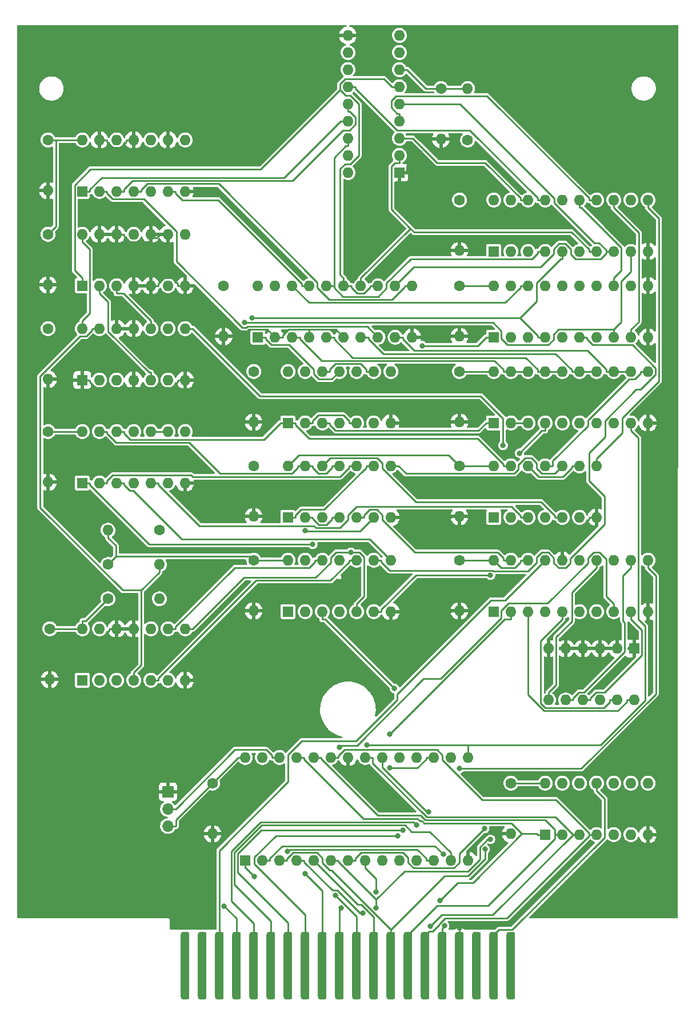
<source format=gbr>
%TF.GenerationSoftware,KiCad,Pcbnew,6.0.7-f9a2dced07~116~ubuntu20.04.1*%
%TF.CreationDate,2022-11-23T13:41:34-05:00*%
%TF.ProjectId,6551usb,36353531-7573-4622-9e6b-696361645f70,1.03*%
%TF.SameCoordinates,Original*%
%TF.FileFunction,Copper,L2,Bot*%
%TF.FilePolarity,Positive*%
%FSLAX46Y46*%
G04 Gerber Fmt 4.6, Leading zero omitted, Abs format (unit mm)*
G04 Created by KiCad (PCBNEW 6.0.7-f9a2dced07~116~ubuntu20.04.1) date 2022-11-23 13:41:34*
%MOMM*%
%LPD*%
G01*
G04 APERTURE LIST*
G04 Aperture macros list*
%AMRoundRect*
0 Rectangle with rounded corners*
0 $1 Rounding radius*
0 $2 $3 $4 $5 $6 $7 $8 $9 X,Y pos of 4 corners*
0 Add a 4 corners polygon primitive as box body*
4,1,4,$2,$3,$4,$5,$6,$7,$8,$9,$2,$3,0*
0 Add four circle primitives for the rounded corners*
1,1,$1+$1,$2,$3*
1,1,$1+$1,$4,$5*
1,1,$1+$1,$6,$7*
1,1,$1+$1,$8,$9*
0 Add four rect primitives between the rounded corners*
20,1,$1+$1,$2,$3,$4,$5,0*
20,1,$1+$1,$4,$5,$6,$7,0*
20,1,$1+$1,$6,$7,$8,$9,0*
20,1,$1+$1,$8,$9,$2,$3,0*%
G04 Aperture macros list end*
%TA.AperFunction,ConnectorPad*%
%ADD10RoundRect,0.317500X-0.317500X-4.682500X0.317500X-4.682500X0.317500X4.682500X-0.317500X4.682500X0*%
%TD*%
%TA.AperFunction,ComponentPad*%
%ADD11C,1.600000*%
%TD*%
%TA.AperFunction,ComponentPad*%
%ADD12O,1.600000X1.600000*%
%TD*%
%TA.AperFunction,ComponentPad*%
%ADD13R,1.600000X1.600000*%
%TD*%
%TA.AperFunction,ComponentPad*%
%ADD14R,1.700000X1.700000*%
%TD*%
%TA.AperFunction,ComponentPad*%
%ADD15O,1.700000X1.700000*%
%TD*%
%TA.AperFunction,ViaPad*%
%ADD16C,0.800000*%
%TD*%
%TA.AperFunction,Conductor*%
%ADD17C,0.250000*%
%TD*%
G04 APERTURE END LIST*
D10*
%TO.P,U17,2,+12V*%
%TO.N,unconnected-(U17-Pad2)*%
X38100000Y-189611000D03*
%TO.P,U17,4,NMI\u002A*%
%TO.N,unconnected-(U17-Pad4)*%
X40640000Y-189611000D03*
%TO.P,U17,6,E*%
%TO.N,/E*%
X43180000Y-189611000D03*
%TO.P,U17,8,CART\u002A*%
%TO.N,/CART\u002A*%
X45720000Y-189611000D03*
%TO.P,U17,10,D0*%
%TO.N,/D0*%
X48260000Y-189611000D03*
%TO.P,U17,12,D2*%
%TO.N,/D2*%
X50800000Y-189611000D03*
%TO.P,U17,14,D4*%
%TO.N,/D4*%
X53340000Y-189611000D03*
%TO.P,U17,16,D6*%
%TO.N,/D6*%
X55880000Y-189611000D03*
%TO.P,U17,18,R/W\u002A*%
%TO.N,/R{slash}W\u002A*%
X58420000Y-189611000D03*
%TO.P,U17,20,A1*%
%TO.N,/A1*%
X60960000Y-189611000D03*
%TO.P,U17,22,A3*%
%TO.N,/A3*%
X63500000Y-189611000D03*
%TO.P,U17,24,A5*%
%TO.N,/A5*%
X66040000Y-189611000D03*
%TO.P,U17,26,A7*%
%TO.N,/A7*%
X68580000Y-189611000D03*
%TO.P,U17,28,A9*%
%TO.N,/A9*%
X71120000Y-189611000D03*
%TO.P,U17,30,A11*%
%TO.N,/A11*%
X73660000Y-189611000D03*
%TO.P,U17,32,CTS\u002A*%
%TO.N,/CTS\u002A*%
X76200000Y-189611000D03*
%TO.P,U17,34,GND*%
%TO.N,GND*%
X78740000Y-189611000D03*
%TO.P,U17,36,SCS\u002A*%
%TO.N,unconnected-(U17-Pad36)*%
X81280000Y-189611000D03*
%TO.P,U17,38,A14*%
%TO.N,/A14*%
X83820000Y-189611000D03*
%TO.P,U17,40,SLENB\u002A*%
%TO.N,unconnected-(U17-Pad40)*%
X86360000Y-189611000D03*
%TD*%
D11*
%TO.P,C15,1*%
%TO.N,+5V*%
X43815000Y-88900000D03*
D12*
%TO.P,C15,2*%
%TO.N,GND*%
X43815000Y-96400000D03*
%TD*%
D11*
%TO.P,C14,1*%
%TO.N,+5V*%
X78740000Y-101600000D03*
D12*
%TO.P,C14,2*%
%TO.N,GND*%
X78740000Y-109100000D03*
%TD*%
D13*
%TO.P,U13,1,~{Mr}*%
%TO.N,+5V*%
X83820000Y-83820000D03*
D12*
%TO.P,U13,2,Q0*%
%TO.N,unconnected-(U13-Pad2)*%
X86360000Y-83820000D03*
%TO.P,U13,3,D0*%
%TO.N,/D0*%
X88900000Y-83820000D03*
%TO.P,U13,4,D1*%
%TO.N,/D1*%
X91440000Y-83820000D03*
%TO.P,U13,5,Q1*%
%TO.N,/CD1*%
X93980000Y-83820000D03*
%TO.P,U13,6,Q2*%
%TO.N,/CD2*%
X96520000Y-83820000D03*
%TO.P,U13,7,D2*%
%TO.N,/D2*%
X99060000Y-83820000D03*
%TO.P,U13,8,D3*%
%TO.N,/D3*%
X101600000Y-83820000D03*
%TO.P,U13,9,Q3*%
%TO.N,/CD3*%
X104140000Y-83820000D03*
%TO.P,U13,10,GND*%
%TO.N,GND*%
X106680000Y-83820000D03*
%TO.P,U13,11,Cp*%
%TO.N,/COMMAND_WRITE*%
X106680000Y-76200000D03*
%TO.P,U13,12,Q4*%
%TO.N,unconnected-(U13-Pad12)*%
X104140000Y-76200000D03*
%TO.P,U13,13,D4*%
%TO.N,/D4*%
X101600000Y-76200000D03*
%TO.P,U13,14,D5*%
%TO.N,/D5*%
X99060000Y-76200000D03*
%TO.P,U13,15,Q5*%
%TO.N,Net-(U13-Pad15)*%
X96520000Y-76200000D03*
%TO.P,U13,16,Q6*%
%TO.N,Net-(U13-Pad16)*%
X93980000Y-76200000D03*
%TO.P,U13,17,D6*%
%TO.N,/D6*%
X91440000Y-76200000D03*
%TO.P,U13,18,D7*%
%TO.N,/D7*%
X88900000Y-76200000D03*
%TO.P,U13,19,Q7*%
%TO.N,Net-(U13-Pad19)*%
X86360000Y-76200000D03*
%TO.P,U13,20,VCC*%
%TO.N,+5V*%
X83820000Y-76200000D03*
%TD*%
D13*
%TO.P,U11,1*%
%TO.N,/PWREN\u002A*%
X22855000Y-88890000D03*
D12*
%TO.P,U11,2*%
%TO.N,Net-(U10-Pad5)*%
X25395000Y-88890000D03*
%TO.P,U11,3*%
%TO.N,Net-(U10-Pad10)*%
X27935000Y-88890000D03*
%TO.P,U11,4*%
%TO.N,GND*%
X30475000Y-88890000D03*
%TO.P,U11,5*%
X33015000Y-88890000D03*
%TO.P,U11,6*%
%TO.N,unconnected-(U11-Pad6)*%
X35555000Y-88890000D03*
%TO.P,U11,7,GND*%
%TO.N,GND*%
X38095000Y-88890000D03*
%TO.P,U11,8*%
%TO.N,unconnected-(U11-Pad8)*%
X38095000Y-81270000D03*
%TO.P,U11,9*%
%TO.N,GND*%
X35555000Y-81270000D03*
%TO.P,U11,10*%
X33015000Y-81270000D03*
%TO.P,U11,11*%
%TO.N,unconnected-(U11-Pad11)*%
X30475000Y-81270000D03*
%TO.P,U11,12*%
%TO.N,GND*%
X27935000Y-81270000D03*
%TO.P,U11,13*%
X25395000Y-81270000D03*
%TO.P,U11,14,VCC*%
%TO.N,+5V*%
X22855000Y-81270000D03*
%TD*%
D13*
%TO.P,U9,1,VPP*%
%TO.N,+5V*%
X46990000Y-173990000D03*
D12*
%TO.P,U9,2,A12*%
%TO.N,/A12*%
X49530000Y-173990000D03*
%TO.P,U9,3,A7*%
%TO.N,/A7*%
X52070000Y-173990000D03*
%TO.P,U9,4,A6*%
%TO.N,/A6*%
X54610000Y-173990000D03*
%TO.P,U9,5,A5*%
%TO.N,/A5*%
X57150000Y-173990000D03*
%TO.P,U9,6,A4*%
%TO.N,/A4*%
X59690000Y-173990000D03*
%TO.P,U9,7,A3*%
%TO.N,/A3*%
X62230000Y-173990000D03*
%TO.P,U9,8,A2*%
%TO.N,/A2*%
X64770000Y-173990000D03*
%TO.P,U9,9,A1*%
%TO.N,/A1*%
X67310000Y-173990000D03*
%TO.P,U9,10,A0*%
%TO.N,/A0*%
X69850000Y-173990000D03*
%TO.P,U9,11,D0*%
%TO.N,/D0*%
X72390000Y-173990000D03*
%TO.P,U9,12,D1*%
%TO.N,/D1*%
X74930000Y-173990000D03*
%TO.P,U9,13,D2*%
%TO.N,/D2*%
X77470000Y-173990000D03*
%TO.P,U9,14,GND*%
%TO.N,GND*%
X80010000Y-173990000D03*
%TO.P,U9,15,D3*%
%TO.N,/D3*%
X80010000Y-158750000D03*
%TO.P,U9,16,D4*%
%TO.N,/D4*%
X77470000Y-158750000D03*
%TO.P,U9,17,D5*%
%TO.N,/D5*%
X74930000Y-158750000D03*
%TO.P,U9,18,D6*%
%TO.N,/D6*%
X72390000Y-158750000D03*
%TO.P,U9,19,D7*%
%TO.N,/D7*%
X69850000Y-158750000D03*
%TO.P,U9,20,~{CE}*%
%TO.N,/CTS\u002A*%
X67310000Y-158750000D03*
%TO.P,U9,21,A10*%
%TO.N,/A10*%
X64770000Y-158750000D03*
%TO.P,U9,22,~{OE}*%
%TO.N,GND*%
X62230000Y-158750000D03*
%TO.P,U9,23,A11*%
%TO.N,/A11*%
X59690000Y-158750000D03*
%TO.P,U9,24,A9*%
%TO.N,/A9*%
X57150000Y-158750000D03*
%TO.P,U9,25,A8*%
%TO.N,/A8*%
X54610000Y-158750000D03*
%TO.P,U9,26,A13*%
%TO.N,Net-(J1-Pad2)*%
X52070000Y-158750000D03*
%TO.P,U9,27,~{PGM}*%
%TO.N,+5V*%
X49530000Y-158750000D03*
%TO.P,U9,28,VCC*%
X46990000Y-158750000D03*
%TD*%
D13*
%TO.P,U16,1,OEa*%
%TO.N,/COMMAND_READ\u002A*%
X83820000Y-96520000D03*
D12*
%TO.P,U16,2,I0a*%
%TO.N,+5V*%
X86360000Y-96520000D03*
%TO.P,U16,3,O3b*%
%TO.N,/D7*%
X88900000Y-96520000D03*
%TO.P,U16,4,I1a*%
%TO.N,/CD1*%
X91440000Y-96520000D03*
%TO.P,U16,5,O2b*%
%TO.N,/D6*%
X93980000Y-96520000D03*
%TO.P,U16,6,I2a*%
%TO.N,/CD2*%
X96520000Y-96520000D03*
%TO.P,U16,7,O1b*%
%TO.N,/D5*%
X99060000Y-96520000D03*
%TO.P,U16,8,I3a*%
%TO.N,/CD3*%
X101600000Y-96520000D03*
%TO.P,U16,9,O0b*%
%TO.N,/D4*%
X104140000Y-96520000D03*
%TO.P,U16,10,GND*%
%TO.N,GND*%
X106680000Y-96520000D03*
%TO.P,U16,11,I0b*%
X106680000Y-88900000D03*
%TO.P,U16,12,O3a*%
%TO.N,/D3*%
X104140000Y-88900000D03*
%TO.P,U16,13,I1b*%
%TO.N,Net-(U13-Pad15)*%
X101600000Y-88900000D03*
%TO.P,U16,14,O2a*%
%TO.N,/D2*%
X99060000Y-88900000D03*
%TO.P,U16,15,I2b*%
%TO.N,Net-(U13-Pad16)*%
X96520000Y-88900000D03*
%TO.P,U16,16,O1a*%
%TO.N,/D1*%
X93980000Y-88900000D03*
%TO.P,U16,17,I3b*%
%TO.N,Net-(U13-Pad19)*%
X91440000Y-88900000D03*
%TO.P,U16,18,O0a*%
%TO.N,/D0*%
X88900000Y-88900000D03*
%TO.P,U16,19,OEb*%
%TO.N,/COMMAND_READ\u002A*%
X86360000Y-88900000D03*
%TO.P,U16,20,VCC*%
%TO.N,+5V*%
X83820000Y-88900000D03*
%TD*%
D13*
%TO.P,U1,1*%
%TO.N,/A0*%
X53340000Y-137160000D03*
D12*
%TO.P,U1,2*%
%TO.N,Net-(U1-Pad2)*%
X55880000Y-137160000D03*
%TO.P,U1,3*%
%TO.N,/A1*%
X58420000Y-137160000D03*
%TO.P,U1,4*%
%TO.N,Net-(U1-Pad4)*%
X60960000Y-137160000D03*
%TO.P,U1,5*%
%TO.N,/R{slash}W\u002A*%
X63500000Y-137160000D03*
%TO.P,U1,6*%
%TO.N,/W{slash}R\u002A*%
X66040000Y-137160000D03*
%TO.P,U1,7,GND*%
%TO.N,GND*%
X68580000Y-137160000D03*
%TO.P,U1,8*%
%TO.N,Net-(U1-Pad8)*%
X68580000Y-129540000D03*
%TO.P,U1,9*%
%TO.N,/CD2*%
X66040000Y-129540000D03*
%TO.P,U1,10*%
%TO.N,Net-(U1-Pad10)*%
X63500000Y-129540000D03*
%TO.P,U1,11*%
%TO.N,/RESET\u002A*%
X60960000Y-129540000D03*
%TO.P,U1,12*%
%TO.N,Net-(U1-Pad12)*%
X58420000Y-129540000D03*
%TO.P,U1,13*%
%TO.N,/STATUS_SELECT*%
X55880000Y-129540000D03*
%TO.P,U1,14,VCC*%
%TO.N,+5V*%
X53340000Y-129540000D03*
%TD*%
D11*
%TO.P,C3,1*%
%TO.N,+5V*%
X48255000Y-101590000D03*
D12*
%TO.P,C3,2*%
%TO.N,GND*%
X48255000Y-109090000D03*
%TD*%
D13*
%TO.P,SW1,1*%
%TO.N,GND*%
X104648000Y-142621000D03*
D12*
%TO.P,SW1,2*%
X102108000Y-142621000D03*
%TO.P,SW1,3*%
X99568000Y-142621000D03*
%TO.P,SW1,4*%
X97028000Y-142621000D03*
%TO.P,SW1,5*%
X94488000Y-142621000D03*
%TO.P,SW1,6*%
X91948000Y-142621000D03*
%TO.P,SW1,7*%
%TO.N,Net-(SW1-Pad7)*%
X91948000Y-150241000D03*
%TO.P,SW1,8*%
%TO.N,Net-(SW1-Pad8)*%
X94488000Y-150241000D03*
%TO.P,SW1,9*%
%TO.N,Net-(SW1-Pad9)*%
X97028000Y-150241000D03*
%TO.P,SW1,10*%
%TO.N,Net-(SW1-Pad10)*%
X99568000Y-150241000D03*
%TO.P,SW1,11*%
%TO.N,Net-(SW1-Pad11)*%
X102108000Y-150241000D03*
%TO.P,SW1,12*%
%TO.N,Net-(SW1-Pad12)*%
X104648000Y-150241000D03*
%TD*%
D11*
%TO.P,C7,1*%
%TO.N,+5V*%
X78740000Y-115570000D03*
D12*
%TO.P,C7,2*%
%TO.N,GND*%
X78740000Y-123070000D03*
%TD*%
D11*
%TO.P,R1,1*%
%TO.N,/PWREN\u002A*%
X79959200Y-67310000D03*
D12*
%TO.P,R1,2*%
%TO.N,+5V*%
X79959200Y-59690000D03*
%TD*%
D13*
%TO.P,U12,1*%
%TO.N,/CART\u002A*%
X22860000Y-147320000D03*
D12*
%TO.P,U12,2*%
%TO.N,Net-(U12-Pad2)*%
X25400000Y-147320000D03*
%TO.P,U12,3*%
%TO.N,Net-(U12-Pad3)*%
X27940000Y-147320000D03*
%TO.P,U12,4*%
%TO.N,Net-(R3-Pad2)*%
X30480000Y-147320000D03*
%TO.P,U12,5*%
%TO.N,Net-(U1-Pad10)*%
X33020000Y-147320000D03*
%TO.P,U12,6*%
%TO.N,/STATUS_WRITE*%
X35560000Y-147320000D03*
%TO.P,U12,7,GND*%
%TO.N,GND*%
X38100000Y-147320000D03*
%TO.P,U12,8*%
%TO.N,/R{slash}W\u002A*%
X38100000Y-139700000D03*
%TO.P,U12,9*%
%TO.N,Net-(U1-Pad12)*%
X35560000Y-139700000D03*
%TO.P,U12,10*%
%TO.N,/STATUS_WRITE*%
X33020000Y-139700000D03*
%TO.P,U12,11*%
%TO.N,GND*%
X30480000Y-139700000D03*
%TO.P,U12,12*%
X27940000Y-139700000D03*
%TO.P,U12,13*%
%TO.N,unconnected-(U12-Pad13)*%
X25400000Y-139700000D03*
%TO.P,U12,14,VCC*%
%TO.N,+5V*%
X22860000Y-139700000D03*
%TD*%
D11*
%TO.P,C8,1*%
%TO.N,+5V*%
X17780000Y-67320000D03*
D12*
%TO.P,C8,2*%
%TO.N,GND*%
X17780000Y-74820000D03*
%TD*%
D11*
%TO.P,C1,1*%
%TO.N,+5V*%
X48260000Y-129540000D03*
D12*
%TO.P,C1,2*%
%TO.N,GND*%
X48260000Y-137040000D03*
%TD*%
D13*
%TO.P,U3,1*%
%TO.N,/CONTROL_SELECT*%
X53335000Y-109210000D03*
D12*
%TO.P,U3,2*%
%TO.N,/R{slash}W\u002A*%
X55875000Y-109210000D03*
%TO.P,U3,3*%
%TO.N,/CONTROL_READ\u002A*%
X58415000Y-109210000D03*
%TO.P,U3,4*%
%TO.N,/BUF_SELECT*%
X60955000Y-109210000D03*
%TO.P,U3,5*%
%TO.N,/R{slash}W\u002A*%
X63495000Y-109210000D03*
%TO.P,U3,6*%
%TO.N,/BUF_READ\u002A*%
X66035000Y-109210000D03*
%TO.P,U3,7,GND*%
%TO.N,GND*%
X68575000Y-109210000D03*
%TO.P,U3,8*%
%TO.N,/COMMAND_READ\u002A*%
X68575000Y-101590000D03*
%TO.P,U3,9*%
%TO.N,/R{slash}W\u002A*%
X66035000Y-101590000D03*
%TO.P,U3,10*%
%TO.N,/COMMAND_SELECT*%
X63495000Y-101590000D03*
%TO.P,U3,11*%
%TO.N,/STATUS_READ\u002A*%
X60955000Y-101590000D03*
%TO.P,U3,12*%
%TO.N,/R{slash}W\u002A*%
X58415000Y-101590000D03*
%TO.P,U3,13*%
%TO.N,/STATUS_SELECT*%
X55875000Y-101590000D03*
%TO.P,U3,14,VCC*%
%TO.N,+5V*%
X53335000Y-101590000D03*
%TD*%
D11*
%TO.P,R3,1*%
%TO.N,+5V*%
X26670000Y-130175000D03*
D12*
%TO.P,R3,2*%
%TO.N,Net-(R3-Pad2)*%
X34290000Y-130175000D03*
%TD*%
D13*
%TO.P,U4,1,~{P>Q}*%
%TO.N,unconnected-(U4-Pad1)*%
X83820000Y-137160000D03*
D12*
%TO.P,U4,2,P0*%
%TO.N,/A2*%
X86360000Y-137160000D03*
%TO.P,U4,3,Q0*%
%TO.N,Net-(SW1-Pad12)*%
X88900000Y-137160000D03*
%TO.P,U4,4,P1*%
%TO.N,/A3*%
X91440000Y-137160000D03*
%TO.P,U4,5,Q1*%
%TO.N,Net-(SW1-Pad11)*%
X93980000Y-137160000D03*
%TO.P,U4,6,P2*%
%TO.N,/A4*%
X96520000Y-137160000D03*
%TO.P,U4,7,Q2*%
%TO.N,Net-(SW1-Pad10)*%
X99060000Y-137160000D03*
%TO.P,U4,8,P3*%
%TO.N,/A5*%
X101600000Y-137160000D03*
%TO.P,U4,9,Q3*%
%TO.N,Net-(SW1-Pad9)*%
X104140000Y-137160000D03*
%TO.P,U4,10,Gnd*%
%TO.N,GND*%
X106680000Y-137160000D03*
%TO.P,U4,11,P4*%
%TO.N,/A6*%
X106680000Y-129540000D03*
%TO.P,U4,12,Q4*%
%TO.N,Net-(SW1-Pad8)*%
X104140000Y-129540000D03*
%TO.P,U4,13,P5*%
%TO.N,/A7*%
X101600000Y-129540000D03*
%TO.P,U4,14,Q5*%
%TO.N,Net-(SW1-Pad7)*%
X99060000Y-129540000D03*
%TO.P,U4,15,P6*%
%TO.N,Net-(U2-Pad8)*%
X96520000Y-129540000D03*
%TO.P,U4,16,Q6*%
%TO.N,GND*%
X93980000Y-129540000D03*
%TO.P,U4,17,P7*%
%TO.N,/E*%
X91440000Y-129540000D03*
%TO.P,U4,18,Q7*%
%TO.N,+5V*%
X88900000Y-129540000D03*
%TO.P,U4,19,~{P=Q}*%
%TO.N,/BOARD_SELECT\u002A*%
X86360000Y-129540000D03*
%TO.P,U4,20,Vcc*%
%TO.N,+5V*%
X83820000Y-129540000D03*
%TD*%
D13*
%TO.P,U14,1,OE*%
%TO.N,/CONTROL_READ\u002A*%
X83820000Y-109220000D03*
D12*
%TO.P,U14,2,O0*%
%TO.N,/D0*%
X86360000Y-109220000D03*
%TO.P,U14,3,D0*%
X88900000Y-109220000D03*
%TO.P,U14,4,D1*%
%TO.N,/D1*%
X91440000Y-109220000D03*
%TO.P,U14,5,O1*%
X93980000Y-109220000D03*
%TO.P,U14,6,O2*%
%TO.N,/D2*%
X96520000Y-109220000D03*
%TO.P,U14,7,D2*%
X99060000Y-109220000D03*
%TO.P,U14,8,D3*%
%TO.N,/D3*%
X101600000Y-109220000D03*
%TO.P,U14,9,O3*%
X104140000Y-109220000D03*
%TO.P,U14,10,GND*%
%TO.N,GND*%
X106680000Y-109220000D03*
%TO.P,U14,11,Cp*%
%TO.N,/CONTROL_WRITE*%
X106680000Y-101600000D03*
%TO.P,U14,12,O4*%
%TO.N,/D4*%
X104140000Y-101600000D03*
%TO.P,U14,13,D4*%
X101600000Y-101600000D03*
%TO.P,U14,14,D5*%
%TO.N,/D5*%
X99060000Y-101600000D03*
%TO.P,U14,15,O5*%
X96520000Y-101600000D03*
%TO.P,U14,16,O6*%
%TO.N,/D6*%
X93980000Y-101600000D03*
%TO.P,U14,17,D6*%
X91440000Y-101600000D03*
%TO.P,U14,18,D7*%
%TO.N,/D7*%
X88900000Y-101600000D03*
%TO.P,U14,19,O7*%
X86360000Y-101600000D03*
%TO.P,U14,20,VCC*%
%TO.N,+5V*%
X83820000Y-101600000D03*
%TD*%
D11*
%TO.P,C9,1*%
%TO.N,+5V*%
X42164000Y-162555000D03*
D12*
%TO.P,C9,2*%
%TO.N,GND*%
X42164000Y-170055000D03*
%TD*%
D11*
%TO.P,C2,1*%
%TO.N,+5V*%
X86360000Y-162560000D03*
D12*
%TO.P,C2,2*%
%TO.N,GND*%
X86360000Y-170060000D03*
%TD*%
D11*
%TO.P,C12,1*%
%TO.N,+5V*%
X18034000Y-139700000D03*
D12*
%TO.P,C12,2*%
%TO.N,GND*%
X18034000Y-147200000D03*
%TD*%
D11*
%TO.P,C13,1*%
%TO.N,+5V*%
X78740000Y-76200000D03*
D12*
%TO.P,C13,2*%
%TO.N,GND*%
X78740000Y-83700000D03*
%TD*%
D13*
%TO.P,U15,1,OEa*%
%TO.N,/STATUS_READ\u002A*%
X48900000Y-96520000D03*
D12*
%TO.P,U15,2,I0a*%
%TO.N,GND*%
X51440000Y-96520000D03*
%TO.P,U15,3,O3b*%
%TO.N,/D7*%
X53980000Y-96520000D03*
%TO.P,U15,4,I1a*%
%TO.N,GND*%
X56520000Y-96520000D03*
%TO.P,U15,5,O2b*%
%TO.N,/D6*%
X59060000Y-96520000D03*
%TO.P,U15,6,I2a*%
%TO.N,GND*%
X61600000Y-96520000D03*
%TO.P,U15,7,O1b*%
%TO.N,/D5*%
X64140000Y-96520000D03*
%TO.P,U15,8,I3a*%
%TO.N,Net-(U15-Pad8)*%
X66680000Y-96520000D03*
%TO.P,U15,9,O0b*%
%TO.N,/D4*%
X69220000Y-96520000D03*
%TO.P,U15,10,GND*%
%TO.N,GND*%
X71760000Y-96520000D03*
%TO.P,U15,11,I0b*%
%TO.N,Net-(U15-Pad11)*%
X71760000Y-88900000D03*
%TO.P,U15,12,O3a*%
%TO.N,/D3*%
X69220000Y-88900000D03*
%TO.P,U15,13,I1b*%
%TO.N,/PWREN\u002A*%
X66680000Y-88900000D03*
%TO.P,U15,14,O2a*%
%TO.N,/D2*%
X64140000Y-88900000D03*
%TO.P,U15,15,I2b*%
%TO.N,/PWREN\u002A*%
X61600000Y-88900000D03*
%TO.P,U15,16,O1a*%
%TO.N,/D1*%
X59060000Y-88900000D03*
%TO.P,U15,17,I3b*%
%TO.N,/CART*%
X56520000Y-88900000D03*
%TO.P,U15,18,O0a*%
%TO.N,/D0*%
X53980000Y-88900000D03*
%TO.P,U15,19,OEb*%
%TO.N,/STATUS_READ\u002A*%
X51440000Y-88900000D03*
%TO.P,U15,20,VCC*%
%TO.N,+5V*%
X48900000Y-88900000D03*
%TD*%
D13*
%TO.P,U10,1,~{R}*%
%TO.N,GND*%
X22860000Y-102860000D03*
D12*
%TO.P,U10,2,D*%
%TO.N,/PWREN\u002A*%
X25400000Y-102860000D03*
%TO.P,U10,3,C*%
%TO.N,Net-(U10-Pad10)*%
X27940000Y-102860000D03*
%TO.P,U10,4,~{S}*%
%TO.N,GND*%
X30480000Y-102860000D03*
%TO.P,U10,5,Q*%
%TO.N,Net-(U10-Pad5)*%
X33020000Y-102860000D03*
%TO.P,U10,6,~{Q}*%
%TO.N,unconnected-(U10-Pad6)*%
X35560000Y-102860000D03*
%TO.P,U10,7,GND*%
%TO.N,GND*%
X38100000Y-102860000D03*
%TO.P,U10,8,~{Q}*%
%TO.N,/DELTA_PWREN\u002A*%
X38100000Y-95240000D03*
%TO.P,U10,9,Q*%
%TO.N,unconnected-(U10-Pad9)*%
X35560000Y-95240000D03*
%TO.P,U10,10,~{S}*%
%TO.N,Net-(U10-Pad10)*%
X33020000Y-95240000D03*
%TO.P,U10,11,C*%
%TO.N,GND*%
X30480000Y-95240000D03*
%TO.P,U10,12,D*%
X27940000Y-95240000D03*
%TO.P,U10,13,~{R}*%
%TO.N,Net-(R3-Pad2)*%
X25400000Y-95240000D03*
%TO.P,U10,14,VCC*%
%TO.N,+5V*%
X22860000Y-95240000D03*
%TD*%
D11*
%TO.P,C5,1*%
%TO.N,+5V*%
X48260000Y-115570000D03*
D12*
%TO.P,C5,2*%
%TO.N,GND*%
X48260000Y-123070000D03*
%TD*%
D11*
%TO.P,C6,1*%
%TO.N,+5V*%
X17780000Y-110490000D03*
D12*
%TO.P,C6,2*%
%TO.N,GND*%
X17780000Y-117990000D03*
%TD*%
D14*
%TO.P,J1,1,Pin_1*%
%TO.N,GND*%
X35560000Y-163830000D03*
D15*
%TO.P,J1,2,Pin_2*%
%TO.N,Net-(J1-Pad2)*%
X35560000Y-166370000D03*
%TO.P,J1,3,Pin_3*%
%TO.N,+5V*%
X35560000Y-168910000D03*
%TD*%
D11*
%TO.P,C17,1*%
%TO.N,+5V*%
X76000000Y-59690000D03*
D12*
%TO.P,C17,2*%
%TO.N,GND*%
X76000000Y-67190000D03*
%TD*%
D13*
%TO.P,U6,1*%
%TO.N,Net-(U1-Pad2)*%
X22860000Y-118100000D03*
D12*
%TO.P,U6,2*%
%TO.N,Net-(U1-Pad4)*%
X25400000Y-118100000D03*
%TO.P,U6,3*%
%TO.N,Net-(U1-Pad8)*%
X27940000Y-118100000D03*
%TO.P,U6,4*%
%TO.N,/CD3*%
X30480000Y-118100000D03*
%TO.P,U6,5*%
%TO.N,/TX_INT\u002A*%
X33020000Y-118100000D03*
%TO.P,U6,6*%
%TO.N,Net-(U12-Pad2)*%
X35560000Y-118100000D03*
%TO.P,U6,7,GND*%
%TO.N,GND*%
X38100000Y-118100000D03*
%TO.P,U6,8*%
%TO.N,Net-(U12-Pad3)*%
X38100000Y-110480000D03*
%TO.P,U6,9*%
%TO.N,/CD1*%
X35560000Y-110480000D03*
%TO.P,U6,10*%
X33020000Y-110480000D03*
%TO.P,U6,11*%
%TO.N,/RXF\u002A*%
X30480000Y-110480000D03*
%TO.P,U6,12*%
%TO.N,/CONTROL_SELECT*%
X27940000Y-110480000D03*
%TO.P,U6,13*%
%TO.N,/BOARD_SELECT\u002A*%
X25400000Y-110480000D03*
%TO.P,U6,14,VCC*%
%TO.N,+5V*%
X22860000Y-110480000D03*
%TD*%
D11*
%TO.P,C10,1*%
%TO.N,+5V*%
X17785000Y-95250000D03*
D12*
%TO.P,C10,2*%
%TO.N,GND*%
X17785000Y-102750000D03*
%TD*%
D11*
%TO.P,R4,1*%
%TO.N,+5V*%
X26670000Y-135255000D03*
D12*
%TO.P,R4,2*%
%TO.N,/STATUS_WRITE*%
X34290000Y-135255000D03*
%TD*%
D13*
%TO.P,U7,1*%
%TO.N,/TXE\u002A*%
X83820000Y-123200000D03*
D12*
%TO.P,U7,2*%
%TO.N,/DELTA_PWREN\u002A*%
X86360000Y-123200000D03*
%TO.P,U7,3*%
%TO.N,/TX_INT\u002A*%
X88900000Y-123200000D03*
%TO.P,U7,4*%
%TO.N,/W{slash}R\u002A*%
X91440000Y-123200000D03*
%TO.P,U7,5*%
%TO.N,/BUF_SELECT*%
X93980000Y-123200000D03*
%TO.P,U7,6*%
%TO.N,/BUF_WRITE*%
X96520000Y-123200000D03*
%TO.P,U7,7,GND*%
%TO.N,GND*%
X99060000Y-123200000D03*
%TO.P,U7,8*%
%TO.N,/COMMAND_WRITE*%
X99060000Y-115580000D03*
%TO.P,U7,9*%
%TO.N,/W{slash}R\u002A*%
X96520000Y-115580000D03*
%TO.P,U7,10*%
%TO.N,/COMMAND_SELECT*%
X93980000Y-115580000D03*
%TO.P,U7,11*%
%TO.N,/CONTROL_WRITE*%
X91440000Y-115580000D03*
%TO.P,U7,12*%
%TO.N,/W{slash}R\u002A*%
X88900000Y-115580000D03*
%TO.P,U7,13*%
%TO.N,/CONTROL_SELECT*%
X86360000Y-115580000D03*
%TO.P,U7,14,VCC*%
%TO.N,+5V*%
X83820000Y-115580000D03*
%TD*%
D13*
%TO.P,U5,1*%
%TO.N,/A0*%
X53340000Y-123190000D03*
D12*
%TO.P,U5,2*%
%TO.N,/A1*%
X55880000Y-123190000D03*
%TO.P,U5,3*%
%TO.N,Net-(U1-Pad2)*%
X58420000Y-123190000D03*
%TO.P,U5,4*%
%TO.N,/A1*%
X60960000Y-123190000D03*
%TO.P,U5,5*%
%TO.N,/BOARD_SELECT\u002A*%
X63500000Y-123190000D03*
%TO.P,U5,6*%
%TO.N,/STATUS_SELECT*%
X66040000Y-123190000D03*
%TO.P,U5,7,GND*%
%TO.N,GND*%
X68580000Y-123190000D03*
%TO.P,U5,8*%
%TO.N,/COMMAND_SELECT*%
X68580000Y-115570000D03*
%TO.P,U5,9*%
%TO.N,/A0*%
X66040000Y-115570000D03*
%TO.P,U5,10*%
%TO.N,Net-(U1-Pad4)*%
X63500000Y-115570000D03*
%TO.P,U5,11*%
%TO.N,/BOARD_SELECT\u002A*%
X60960000Y-115570000D03*
%TO.P,U5,12*%
%TO.N,/BUF_SELECT*%
X58420000Y-115570000D03*
%TO.P,U5,13*%
%TO.N,/BOARD_SELECT\u002A*%
X55880000Y-115570000D03*
%TO.P,U5,14,VCC*%
%TO.N,+5V*%
X53340000Y-115570000D03*
%TD*%
D11*
%TO.P,R2,1*%
%TO.N,/CART\u002A*%
X34290000Y-125095000D03*
D12*
%TO.P,R2,2*%
%TO.N,+5V*%
X26670000Y-125095000D03*
%TD*%
D13*
%TO.P,U8,1*%
%TO.N,/RXF\u002A*%
X22855000Y-74930000D03*
D12*
%TO.P,U8,2*%
%TO.N,Net-(U15-Pad8)*%
X25395000Y-74930000D03*
%TO.P,U8,3*%
%TO.N,/TXE\u002A*%
X27935000Y-74930000D03*
%TO.P,U8,4*%
%TO.N,Net-(U15-Pad11)*%
X30475000Y-74930000D03*
%TO.P,U8,5*%
%TO.N,/CART\u002A*%
X33015000Y-74930000D03*
%TO.P,U8,6*%
%TO.N,/CART*%
X35555000Y-74930000D03*
%TO.P,U8,7,GND*%
%TO.N,GND*%
X38095000Y-74930000D03*
%TO.P,U8,8*%
%TO.N,unconnected-(U8-Pad8)*%
X38095000Y-67310000D03*
%TO.P,U8,9*%
%TO.N,GND*%
X35555000Y-67310000D03*
%TO.P,U8,10*%
%TO.N,unconnected-(U8-Pad10)*%
X33015000Y-67310000D03*
%TO.P,U8,11*%
%TO.N,GND*%
X30475000Y-67310000D03*
%TO.P,U8,12*%
%TO.N,unconnected-(U8-Pad12)*%
X27935000Y-67310000D03*
%TO.P,U8,13*%
%TO.N,GND*%
X25395000Y-67310000D03*
%TO.P,U8,14,VCC*%
%TO.N,+5V*%
X22855000Y-67310000D03*
%TD*%
D11*
%TO.P,C4,1*%
%TO.N,+5V*%
X78740000Y-129540000D03*
D12*
%TO.P,C4,2*%
%TO.N,GND*%
X78740000Y-137040000D03*
%TD*%
D11*
%TO.P,C16,1*%
%TO.N,+5V*%
X78740000Y-88900000D03*
D12*
%TO.P,C16,2*%
%TO.N,GND*%
X78740000Y-96400000D03*
%TD*%
D13*
%TO.P,U2,1*%
%TO.N,/A8*%
X91435000Y-170170000D03*
D12*
%TO.P,U2,2*%
%TO.N,/A9*%
X93975000Y-170170000D03*
%TO.P,U2,3*%
%TO.N,/A10*%
X96515000Y-170170000D03*
%TO.P,U2,4*%
%TO.N,/A11*%
X99055000Y-170170000D03*
%TO.P,U2,5*%
%TO.N,/A12*%
X101595000Y-170170000D03*
%TO.P,U2,6*%
%TO.N,/A13*%
X104135000Y-170170000D03*
%TO.P,U2,7,GND*%
%TO.N,GND*%
X106675000Y-170170000D03*
%TO.P,U2,8*%
%TO.N,Net-(U2-Pad8)*%
X106675000Y-162550000D03*
%TO.P,U2,9*%
%TO.N,N/C*%
X104135000Y-162550000D03*
%TO.P,U2,10*%
X101595000Y-162550000D03*
%TO.P,U2,11*%
%TO.N,/A14*%
X99055000Y-162550000D03*
%TO.P,U2,12*%
%TO.N,/A15*%
X96515000Y-162550000D03*
%TO.P,U2,13*%
%TO.N,N/C*%
X93975000Y-162550000D03*
%TO.P,U2,14,VCC*%
%TO.N,+5V*%
X91435000Y-162550000D03*
%TD*%
D13*
%TO.P,P1,1,GND*%
%TO.N,GND*%
X69840000Y-72150000D03*
D12*
%TO.P,P1,2,D2*%
%TO.N,/D2*%
X69840000Y-69610000D03*
%TO.P,P1,3,D7*%
%TO.N,/D7*%
X69840000Y-67070000D03*
%TO.P,P1,4,D5*%
%TO.N,/D5*%
X69840000Y-64530000D03*
%TO.P,P1,5,D3*%
%TO.N,/D3*%
X69840000Y-61990000D03*
%TO.P,P1,6,PWREN\u002A*%
%TO.N,/PWREN\u002A*%
X69840000Y-59450000D03*
%TO.P,P1,7,VCCIO*%
%TO.N,+5V*%
X69840000Y-56910000D03*
%TO.P,P1,8,EXTVCC*%
X69840000Y-54370000D03*
%TO.P,P1,9,PORTVCC*%
%TO.N,unconnected-(P1-Pad9)*%
X69840000Y-51830000D03*
%TO.P,P1,10,GND*%
%TO.N,GND*%
X62220000Y-51830000D03*
%TO.P,P1,11,RD\u002A*%
%TO.N,/BUF_READ\u002A*%
X62220000Y-54370000D03*
%TO.P,P1,12,WR*%
%TO.N,/BUF_WRITE*%
X62220000Y-56910000D03*
%TO.P,P1,13,D6*%
%TO.N,/D6*%
X62220000Y-59450000D03*
%TO.P,P1,14,TXE\u002A*%
%TO.N,/TXE\u002A*%
X62220000Y-61990000D03*
%TO.P,P1,15,RXF\u002A*%
%TO.N,/RXF\u002A*%
X62220000Y-64530000D03*
%TO.P,P1,16,D1*%
%TO.N,/D1*%
X62220000Y-67070000D03*
%TO.P,P1,17,D4*%
%TO.N,/D4*%
X62220000Y-69610000D03*
%TO.P,P1,18,D0*%
%TO.N,/D0*%
X62220000Y-72150000D03*
%TD*%
D11*
%TO.P,C11,1*%
%TO.N,+5V*%
X17775000Y-81280000D03*
D12*
%TO.P,C11,2*%
%TO.N,GND*%
X17775000Y-88780000D03*
%TD*%
D16*
%TO.N,/CTS\u002A*%
X74179600Y-166844400D03*
X76538700Y-183687700D03*
%TO.N,/DELTA_PWREN\u002A*%
X85219500Y-112544100D03*
%TO.N,/CD1*%
X48027300Y-93648500D03*
%TO.N,/CD3*%
X46904500Y-94372400D03*
%TO.N,/A7*%
X82554200Y-172343600D03*
%TO.N,/A6*%
X64438100Y-181804500D03*
X78732100Y-160390400D03*
%TO.N,/A5*%
X60960000Y-157223900D03*
%TO.N,/A4*%
X83340900Y-170869700D03*
X66370300Y-181017800D03*
%TO.N,/A3*%
X82484800Y-169257200D03*
X60343300Y-179158100D03*
%TO.N,/A2*%
X68377500Y-155314600D03*
X66360600Y-178683300D03*
%TO.N,/COMMAND_READ\u002A*%
X73235600Y-97781500D03*
%TO.N,/A12*%
X76344600Y-173101900D03*
%TO.N,/A10*%
X74438500Y-183775200D03*
%TO.N,/A8*%
X75838300Y-179959200D03*
%TO.N,/STATUS_SELECT*%
X55880000Y-125186000D03*
%TO.N,/W{slash}R\u002A*%
X83356600Y-131768500D03*
%TO.N,/R{slash}W\u002A*%
X62639500Y-128373400D03*
X55880000Y-175992900D03*
%TO.N,/A1*%
X61180700Y-181054900D03*
X69102800Y-148517000D03*
%TO.N,Net-(U1-Pad2)*%
X57005300Y-127184900D03*
%TO.N,/CART\u002A*%
X43879900Y-180743300D03*
%TO.N,/D0*%
X72422500Y-168743300D03*
%TO.N,/D4*%
X70362600Y-169480100D03*
%TO.N,/D1*%
X87630000Y-113686300D03*
X53245300Y-172617800D03*
%TO.N,/D6*%
X69637200Y-170331700D03*
%TO.N,/D3*%
X65002600Y-156891000D03*
%TO.N,/D5*%
X68409900Y-160317700D03*
%TO.N,GND*%
X72896400Y-69168300D03*
X78740000Y-183998700D03*
%TO.N,+5V*%
X48343200Y-176360600D03*
%TD*%
D17*
%TO.N,Net-(J1-Pad2)*%
X50944700Y-158468600D02*
X50944700Y-158750000D01*
X50100800Y-157624700D02*
X50944700Y-158468600D01*
X45480600Y-157624700D02*
X50100800Y-157624700D01*
X36735300Y-166370000D02*
X45480600Y-157624700D01*
X35560000Y-166370000D02*
X36735300Y-166370000D01*
X52070000Y-158750000D02*
X50944700Y-158750000D01*
%TO.N,/CTS\u002A*%
X76200000Y-184026400D02*
X76200000Y-189611000D01*
X76538700Y-183687700D02*
X76200000Y-184026400D01*
X67310000Y-158750000D02*
X67310000Y-159875300D01*
X73910900Y-166844400D02*
X74179600Y-166844400D01*
X67310000Y-160243500D02*
X73910900Y-166844400D01*
X67310000Y-159875300D02*
X67310000Y-160243500D01*
%TO.N,/BOARD_SELECT\u002A*%
X59834700Y-115851400D02*
X59834700Y-115570000D01*
X58990800Y-116695300D02*
X59834700Y-115851400D01*
X57864200Y-116695300D02*
X58990800Y-116695300D01*
X57005300Y-115836400D02*
X57864200Y-116695300D01*
X57005300Y-115570000D02*
X57005300Y-115836400D01*
X60960000Y-115570000D02*
X59834700Y-115570000D01*
X56442700Y-115570000D02*
X57005300Y-115570000D01*
X56442700Y-115570000D02*
X55880000Y-115570000D01*
X55880000Y-115570000D02*
X54754700Y-115570000D01*
X25400000Y-110480000D02*
X26525300Y-110480000D01*
X26525300Y-110761300D02*
X26525300Y-110480000D01*
X27902700Y-112138700D02*
X26525300Y-110761300D01*
X38727900Y-112138700D02*
X27902700Y-112138700D01*
X43295200Y-116706000D02*
X38727900Y-112138700D01*
X53900000Y-116706000D02*
X43295200Y-116706000D01*
X54754700Y-115851300D02*
X53900000Y-116706000D01*
X54754700Y-115570000D02*
X54754700Y-115851300D01*
X85234700Y-129258600D02*
X85234700Y-129540000D01*
X84390800Y-128414700D02*
X85234700Y-129258600D01*
X72141700Y-128414700D02*
X84390800Y-128414700D01*
X67310000Y-123583000D02*
X72141700Y-128414700D01*
X67310000Y-122840500D02*
X67310000Y-123583000D01*
X66532800Y-122063300D02*
X67310000Y-122840500D01*
X65470700Y-122063300D02*
X66532800Y-122063300D01*
X64625300Y-122908700D02*
X65470700Y-122063300D01*
X64625300Y-123190000D02*
X64625300Y-122908700D01*
X86360000Y-129540000D02*
X85234700Y-129540000D01*
X63500000Y-123190000D02*
X64625300Y-123190000D01*
%TO.N,Net-(U13-Pad15)*%
X96801300Y-77325300D02*
X96520000Y-77325300D01*
X102729100Y-83253100D02*
X96801300Y-77325300D01*
X102729100Y-86645600D02*
X102729100Y-83253100D01*
X101600000Y-87774700D02*
X102729100Y-86645600D01*
X101600000Y-88900000D02*
X101600000Y-87774700D01*
X96520000Y-76200000D02*
X96520000Y-77325300D01*
%TO.N,Net-(U10-Pad5)*%
X26670000Y-91290300D02*
X25395000Y-90015300D01*
X26670000Y-95666000D02*
X26670000Y-91290300D01*
X32738700Y-101734700D02*
X26670000Y-95666000D01*
X33020000Y-101734700D02*
X32738700Y-101734700D01*
X33020000Y-102860000D02*
X33020000Y-101734700D01*
X25395000Y-88890000D02*
X25395000Y-90015300D01*
%TO.N,Net-(U10-Pad10)*%
X28920600Y-90015300D02*
X27935000Y-90015300D01*
X33020000Y-94114700D02*
X28920600Y-90015300D01*
X33020000Y-95240000D02*
X33020000Y-94114700D01*
X27935000Y-88890000D02*
X27935000Y-90015300D01*
%TO.N,/CART*%
X35555000Y-74930000D02*
X36680300Y-74930000D01*
X56520000Y-88900000D02*
X55394700Y-88900000D01*
X55394700Y-88618700D02*
X55394700Y-88900000D01*
X43017900Y-76241900D02*
X55394700Y-88618700D01*
X37710800Y-76241900D02*
X43017900Y-76241900D01*
X36680300Y-75211400D02*
X37710800Y-76241900D01*
X36680300Y-74930000D02*
X36680300Y-75211400D01*
%TO.N,Net-(U15-Pad11)*%
X70634700Y-89081700D02*
X70634700Y-88900000D01*
X68757400Y-90959000D02*
X70634700Y-89081700D01*
X59447300Y-90959000D02*
X68757400Y-90959000D01*
X57645400Y-89157100D02*
X59447300Y-90959000D01*
X57645400Y-88378300D02*
X57645400Y-89157100D01*
X43071800Y-73804700D02*
X57645400Y-88378300D01*
X32488500Y-73804700D02*
X43071800Y-73804700D01*
X31600300Y-74692900D02*
X32488500Y-73804700D01*
X31600300Y-74930000D02*
X31600300Y-74692900D01*
X30475000Y-74930000D02*
X31600300Y-74930000D01*
X71760000Y-88900000D02*
X70634700Y-88900000D01*
%TO.N,Net-(U15-Pad8)*%
X25395000Y-74930000D02*
X26520300Y-74930000D01*
X26520300Y-75211400D02*
X26520300Y-74930000D01*
X27364200Y-76055300D02*
X26520300Y-75211400D01*
X31996900Y-76055300D02*
X27364200Y-76055300D01*
X36825000Y-80883400D02*
X31996900Y-76055300D01*
X36825000Y-85318600D02*
X36825000Y-80883400D01*
X46604100Y-95097700D02*
X36825000Y-85318600D01*
X47205000Y-95097700D02*
X46604100Y-95097700D01*
X47373200Y-94929500D02*
X47205000Y-95097700D01*
X65089500Y-94929500D02*
X47373200Y-94929500D01*
X66680000Y-96520000D02*
X65089500Y-94929500D01*
%TO.N,/CONTROL_WRITE*%
X105554700Y-101881400D02*
X105554700Y-101600000D01*
X104710800Y-102725300D02*
X105554700Y-101881400D01*
X103882800Y-102725300D02*
X104710800Y-102725300D01*
X97790000Y-108818100D02*
X103882800Y-102725300D01*
X97790000Y-109636000D02*
X97790000Y-108818100D01*
X92565300Y-114860700D02*
X97790000Y-109636000D01*
X92565300Y-115580000D02*
X92565300Y-114860700D01*
X91440000Y-115580000D02*
X92565300Y-115580000D01*
X106680000Y-101600000D02*
X105554700Y-101600000D01*
%TO.N,/COMMAND_WRITE*%
X108271200Y-78916500D02*
X106680000Y-77325300D01*
X108271200Y-103042000D02*
X108271200Y-78916500D01*
X102870000Y-108443200D02*
X108271200Y-103042000D01*
X102870000Y-110644700D02*
X102870000Y-108443200D01*
X99060000Y-114454700D02*
X102870000Y-110644700D01*
X99060000Y-115580000D02*
X99060000Y-114454700D01*
X106680000Y-76200000D02*
X106680000Y-77325300D01*
%TO.N,/DELTA_PWREN\u002A*%
X38100000Y-95240000D02*
X39225300Y-95240000D01*
X85219500Y-108534500D02*
X85219500Y-112544100D01*
X81910300Y-105225300D02*
X85219500Y-108534500D01*
X49210600Y-105225300D02*
X81910300Y-105225300D01*
X39225300Y-95240000D02*
X49210600Y-105225300D01*
%TO.N,/CD1*%
X33020000Y-110480000D02*
X35560000Y-110480000D01*
X91440000Y-96520000D02*
X90314700Y-96520000D01*
X93980000Y-83820000D02*
X93980000Y-84945300D01*
X90314700Y-96252900D02*
X90314700Y-96520000D01*
X87710300Y-93648500D02*
X90314700Y-96252900D01*
X93698700Y-84945300D02*
X93980000Y-84945300D01*
X90170000Y-88474000D02*
X93698700Y-84945300D01*
X90170000Y-91188800D02*
X90170000Y-88474000D01*
X87710300Y-93648500D02*
X90170000Y-91188800D01*
X87710300Y-93648500D02*
X48027300Y-93648500D01*
%TO.N,/TX_INT\u002A*%
X88900000Y-123200000D02*
X87774700Y-123200000D01*
X33020000Y-118100000D02*
X34145300Y-118100000D01*
X34145300Y-118381300D02*
X34145300Y-118100000D01*
X40224700Y-124460700D02*
X34145300Y-118381300D01*
X57188500Y-124460700D02*
X40224700Y-124460700D01*
X57493500Y-124765700D02*
X57188500Y-124460700D01*
X61040500Y-124765700D02*
X57493500Y-124765700D01*
X62230000Y-123576200D02*
X61040500Y-124765700D01*
X62230000Y-122862400D02*
X62230000Y-123576200D01*
X63511900Y-121580500D02*
X62230000Y-122862400D01*
X86436500Y-121580500D02*
X63511900Y-121580500D01*
X87774700Y-122918700D02*
X86436500Y-121580500D01*
X87774700Y-123200000D02*
X87774700Y-122918700D01*
%TO.N,/CD3*%
X104140000Y-86814100D02*
X104140000Y-83820000D01*
X102725300Y-88228800D02*
X104140000Y-86814100D01*
X102725300Y-94269400D02*
X102725300Y-88228800D01*
X101600000Y-95394700D02*
X102725300Y-94269400D01*
X101600000Y-96520000D02*
X101600000Y-95394700D01*
X46905900Y-94373800D02*
X46904500Y-94372400D01*
X83748600Y-94373800D02*
X46905900Y-94373800D01*
X84945400Y-95570600D02*
X83748600Y-94373800D01*
X84945400Y-96736600D02*
X84945400Y-95570600D01*
X85864600Y-97655800D02*
X84945400Y-96736600D01*
X91899900Y-97655800D02*
X85864600Y-97655800D01*
X92710000Y-96845700D02*
X91899900Y-97655800D01*
X92710000Y-96120100D02*
X92710000Y-96845700D01*
X93435400Y-95394700D02*
X92710000Y-96120100D01*
X101600000Y-95394700D02*
X93435400Y-95394700D01*
%TO.N,/E*%
X85501900Y-135478100D02*
X91440000Y-129540000D01*
X83405000Y-135478100D02*
X85501900Y-135478100D01*
X69515400Y-149367700D02*
X83405000Y-135478100D01*
X69515400Y-150215400D02*
X69515400Y-149367700D01*
X63421000Y-156309800D02*
X69515400Y-150215400D01*
X55380300Y-156309800D02*
X63421000Y-156309800D01*
X53340000Y-158350100D02*
X55380300Y-156309800D01*
X53340000Y-162349600D02*
X53340000Y-158350100D01*
X43154600Y-172535000D02*
X53340000Y-162349600D01*
X43154600Y-189585600D02*
X43154600Y-172535000D01*
X43180000Y-189611000D02*
X43154600Y-189585600D01*
%TO.N,/A7*%
X76566800Y-176289900D02*
X68580000Y-184276700D01*
X79986700Y-176289900D02*
X76566800Y-176289900D01*
X82554200Y-173722400D02*
X79986700Y-176289900D01*
X82554200Y-172343600D02*
X82554200Y-173722400D01*
X59790900Y-175487600D02*
X68580000Y-184276700D01*
X59534200Y-175487600D02*
X59790900Y-175487600D01*
X58420000Y-174373400D02*
X59534200Y-175487600D01*
X58420000Y-173639900D02*
X58420000Y-174373400D01*
X57644800Y-172864700D02*
X58420000Y-173639900D01*
X54084000Y-172864700D02*
X57644800Y-172864700D01*
X53195300Y-173753400D02*
X54084000Y-172864700D01*
X53195300Y-173990000D02*
X53195300Y-173753400D01*
X68580000Y-184276700D02*
X68580000Y-189611000D01*
X52070000Y-173990000D02*
X53195300Y-173990000D01*
%TO.N,/A6*%
X54610000Y-173990000D02*
X55735300Y-173990000D01*
X55735300Y-174231200D02*
X55735300Y-173990000D01*
X59936900Y-178432800D02*
X55735300Y-174231200D01*
X60643800Y-178432800D02*
X59936900Y-178432800D01*
X64015500Y-181804500D02*
X60643800Y-178432800D01*
X64438100Y-181804500D02*
X64015500Y-181804500D01*
X96794000Y-160390400D02*
X78732100Y-160390400D01*
X107831200Y-149353200D02*
X96794000Y-160390400D01*
X107831200Y-131816500D02*
X107831200Y-149353200D01*
X106680000Y-130665300D02*
X107831200Y-131816500D01*
X106680000Y-129540000D02*
X106680000Y-130665300D01*
%TO.N,/A5*%
X63653200Y-180493200D02*
X57150000Y-173990000D01*
X64152600Y-180493200D02*
X63653200Y-180493200D01*
X66040000Y-182380600D02*
X64152600Y-180493200D01*
X66040000Y-189611000D02*
X66040000Y-182380600D01*
X101600000Y-137160000D02*
X101600000Y-136034700D01*
X61225200Y-156958700D02*
X60960000Y-157223900D01*
X63576500Y-156958700D02*
X61225200Y-156958700D01*
X73433900Y-147101300D02*
X63576500Y-156958700D01*
X75942100Y-147101300D02*
X73433900Y-147101300D01*
X84945400Y-138098000D02*
X75942100Y-147101300D01*
X84945400Y-136979700D02*
X84945400Y-138098000D01*
X85996600Y-135928500D02*
X84945400Y-136979700D01*
X91802600Y-135928500D02*
X85996600Y-135928500D01*
X97790000Y-129941100D02*
X91802600Y-135928500D01*
X97790000Y-129216900D02*
X97790000Y-129941100D01*
X98610300Y-128396600D02*
X97790000Y-129216900D01*
X99518300Y-128396600D02*
X98610300Y-128396600D01*
X100474700Y-129353000D02*
X99518300Y-128396600D01*
X100474700Y-134909400D02*
X100474700Y-129353000D01*
X101600000Y-136034700D02*
X100474700Y-134909400D01*
%TO.N,/A4*%
X59690000Y-173990000D02*
X60815300Y-173990000D01*
X66405100Y-180983000D02*
X66370300Y-181017800D01*
X66405100Y-179799500D02*
X66405100Y-180983000D01*
X60815300Y-174209700D02*
X66405100Y-179799500D01*
X60815300Y-173990000D02*
X60815300Y-174209700D01*
X82932400Y-170869700D02*
X83340900Y-170869700D01*
X81778900Y-172023200D02*
X82932400Y-170869700D01*
X81778900Y-173860800D02*
X81778900Y-172023200D01*
X80047400Y-175592300D02*
X81778900Y-173860800D01*
X70612300Y-175592300D02*
X80047400Y-175592300D01*
X66405100Y-179799500D02*
X70612300Y-175592300D01*
%TO.N,/A3*%
X62230000Y-173990000D02*
X63355300Y-173990000D01*
X63500000Y-182314800D02*
X63500000Y-189611000D01*
X60343300Y-179158100D02*
X63500000Y-182314800D01*
X78740000Y-173002000D02*
X82484800Y-169257200D01*
X78740000Y-174315700D02*
X78740000Y-173002000D01*
X77913800Y-175141900D02*
X78740000Y-174315700D01*
X71950300Y-175141900D02*
X77913800Y-175141900D01*
X71120000Y-174311600D02*
X71950300Y-175141900D01*
X71120000Y-173624400D02*
X71120000Y-174311600D01*
X70360300Y-172864700D02*
X71120000Y-173624400D01*
X64199200Y-172864700D02*
X70360300Y-172864700D01*
X63355300Y-173708600D02*
X64199200Y-172864700D01*
X63355300Y-173990000D02*
X63355300Y-173708600D01*
%TO.N,/A2*%
X85406800Y-138285300D02*
X68377500Y-155314600D01*
X86360000Y-138285300D02*
X85406800Y-138285300D01*
X86360000Y-137160000D02*
X86360000Y-138285300D01*
X66360600Y-176705900D02*
X66360600Y-178683300D01*
X64770000Y-175115300D02*
X66360600Y-176705900D01*
X64770000Y-173990000D02*
X64770000Y-175115300D01*
%TO.N,/STATUS_READ\u002A*%
X59806000Y-102739000D02*
X60955000Y-101590000D01*
X57925500Y-102739000D02*
X59806000Y-102739000D01*
X57145000Y-101958500D02*
X57925500Y-102739000D01*
X57145000Y-101240000D02*
X57145000Y-101958500D01*
X53550300Y-97645300D02*
X57145000Y-101240000D01*
X50869200Y-97645300D02*
X53550300Y-97645300D01*
X50025300Y-96801400D02*
X50869200Y-97645300D01*
X50025300Y-96520000D02*
X50025300Y-96801400D01*
X48900000Y-96520000D02*
X50025300Y-96520000D01*
%TO.N,/COMMAND_SELECT*%
X92843900Y-116716100D02*
X93980000Y-115580000D01*
X90975900Y-116716100D02*
X92843900Y-116716100D01*
X90170000Y-115910200D02*
X90975900Y-116716100D01*
X90170000Y-115191700D02*
X90170000Y-115910200D01*
X89406900Y-114428600D02*
X90170000Y-115191700D01*
X88456800Y-114428600D02*
X89406900Y-114428600D01*
X87485400Y-115400000D02*
X88456800Y-114428600D01*
X87485400Y-116097000D02*
X87485400Y-115400000D01*
X86855900Y-116726500D02*
X87485400Y-116097000D01*
X70861800Y-116726500D02*
X86855900Y-116726500D01*
X69705300Y-115570000D02*
X70861800Y-116726500D01*
X68580000Y-115570000D02*
X69705300Y-115570000D01*
%TO.N,/COMMAND_READ\u002A*%
X81433200Y-97781500D02*
X73235600Y-97781500D01*
X82694700Y-96520000D02*
X81433200Y-97781500D01*
X83820000Y-96520000D02*
X82694700Y-96520000D01*
%TO.N,/BUF_SELECT*%
X92854700Y-122918700D02*
X92854700Y-123200000D01*
X90875800Y-120939800D02*
X92854700Y-122918700D01*
X72344700Y-120939800D02*
X90875800Y-120939800D01*
X67310000Y-115905100D02*
X72344700Y-120939800D01*
X67310000Y-115203100D02*
X67310000Y-115905100D01*
X66518000Y-114411100D02*
X67310000Y-115203100D01*
X59578900Y-114411100D02*
X66518000Y-114411100D01*
X58420000Y-115570000D02*
X59578900Y-114411100D01*
X93980000Y-123200000D02*
X92854700Y-123200000D01*
%TO.N,/CONTROL_READ\u002A*%
X59540300Y-109491400D02*
X59540300Y-109210000D01*
X60384200Y-110335300D02*
X59540300Y-109491400D01*
X81579400Y-110335300D02*
X60384200Y-110335300D01*
X82694700Y-109220000D02*
X81579400Y-110335300D01*
X83820000Y-109220000D02*
X82694700Y-109220000D01*
X58415000Y-109210000D02*
X59540300Y-109210000D01*
%TO.N,/CONTROL_SELECT*%
X49762300Y-111657400D02*
X52209700Y-109210000D01*
X29961400Y-111657400D02*
X49762300Y-111657400D01*
X29065300Y-110761300D02*
X29961400Y-111657400D01*
X29065300Y-110480000D02*
X29065300Y-110761300D01*
X27940000Y-110480000D02*
X29065300Y-110480000D01*
X53335000Y-109210000D02*
X52209700Y-109210000D01*
X54460300Y-109491300D02*
X54460300Y-109210000D01*
X56500000Y-111531000D02*
X54460300Y-109491300D01*
X81467000Y-111531000D02*
X56500000Y-111531000D01*
X85234700Y-115298700D02*
X81467000Y-111531000D01*
X85234700Y-115580000D02*
X85234700Y-115298700D01*
X86360000Y-115580000D02*
X85234700Y-115580000D01*
X53335000Y-109210000D02*
X54460300Y-109210000D01*
%TO.N,/A14*%
X83820000Y-185046300D02*
X83820000Y-189611000D01*
X84581900Y-184284400D02*
X83820000Y-185046300D01*
X86541800Y-184284400D02*
X84581900Y-184284400D01*
X100237100Y-170589100D02*
X86541800Y-184284400D01*
X100237100Y-164857400D02*
X100237100Y-170589100D01*
X99055000Y-163675300D02*
X100237100Y-164857400D01*
X99055000Y-162550000D02*
X99055000Y-163675300D01*
%TO.N,/A12*%
X49530000Y-173990000D02*
X50655300Y-173990000D01*
X75113000Y-171870300D02*
X76344600Y-173101900D01*
X52493700Y-171870300D02*
X75113000Y-171870300D01*
X50655300Y-173708700D02*
X52493700Y-171870300D01*
X50655300Y-173990000D02*
X50655300Y-173708700D01*
%TO.N,/A11*%
X99055000Y-170170000D02*
X97929700Y-170170000D01*
X59690000Y-158750000D02*
X60815300Y-158750000D01*
X97929700Y-169930700D02*
X97929700Y-170170000D01*
X93044500Y-165045500D02*
X97929700Y-169930700D01*
X82138700Y-165045500D02*
X93044500Y-165045500D01*
X76200000Y-159106800D02*
X82138700Y-165045500D01*
X76200000Y-158388400D02*
X76200000Y-159106800D01*
X75435600Y-157624000D02*
X76200000Y-158388400D01*
X61698200Y-157624000D02*
X75435600Y-157624000D01*
X60815300Y-158506900D02*
X61698200Y-157624000D01*
X60815300Y-158750000D02*
X60815300Y-158506900D01*
X97929700Y-170380300D02*
X97929700Y-170170000D01*
X85783600Y-182526400D02*
X97929700Y-170380300D01*
X76647300Y-182526400D02*
X85783600Y-182526400D01*
X75791000Y-183382700D02*
X76647300Y-182526400D01*
X75791000Y-183479900D02*
X75791000Y-183382700D01*
X74770400Y-184500500D02*
X75791000Y-183479900D01*
X74248700Y-184500500D02*
X74770400Y-184500500D01*
X73660000Y-185089200D02*
X74248700Y-184500500D01*
X73660000Y-189611000D02*
X73660000Y-185089200D01*
%TO.N,/A10*%
X96515000Y-170170000D02*
X95578000Y-170170000D01*
X64770000Y-158750000D02*
X65895300Y-158750000D01*
X95572400Y-170164400D02*
X95578000Y-170170000D01*
X92977700Y-167569700D02*
X95572400Y-170164400D01*
X73879200Y-167569700D02*
X92977700Y-167569700D01*
X65895300Y-159585800D02*
X73879200Y-167569700D01*
X65895300Y-158750000D02*
X65895300Y-159585800D01*
X76163400Y-182050300D02*
X74438500Y-183775200D01*
X83686500Y-182050300D02*
X76163400Y-182050300D01*
X95572400Y-170164400D02*
X83686500Y-182050300D01*
%TO.N,/A9*%
X93975000Y-170170000D02*
X92849700Y-170170000D01*
X57150000Y-158750000D02*
X58275300Y-158750000D01*
X92849700Y-169448400D02*
X92849700Y-170170000D01*
X91421300Y-168020000D02*
X92849700Y-169448400D01*
X73692600Y-168020000D02*
X91421300Y-168020000D01*
X72954700Y-167282100D02*
X73692600Y-168020000D01*
X66603100Y-167282100D02*
X72954700Y-167282100D01*
X58275300Y-158954300D02*
X66603100Y-167282100D01*
X58275300Y-158750000D02*
X58275300Y-158954300D01*
X71120000Y-185040600D02*
X71120000Y-189611000D01*
X75476100Y-180684500D02*
X71120000Y-185040600D01*
X82989000Y-180684500D02*
X75476100Y-180684500D01*
X92849700Y-170823800D02*
X82989000Y-180684500D01*
X92849700Y-170170000D02*
X92849700Y-170823800D01*
%TO.N,/A8*%
X91435000Y-170170000D02*
X90309700Y-170170000D01*
X54610000Y-158750000D02*
X55735300Y-158750000D01*
X90207600Y-170067900D02*
X87990600Y-170067900D01*
X90309700Y-170170000D02*
X90207600Y-170067900D01*
X78491400Y-177306100D02*
X75838300Y-179959200D01*
X80752400Y-177306100D02*
X78491400Y-177306100D01*
X87990600Y-170067900D02*
X80752400Y-177306100D01*
X86420500Y-168497900D02*
X87990600Y-170067900D01*
X73840000Y-168497900D02*
X86420500Y-168497900D01*
X73812400Y-168470300D02*
X73840000Y-168497900D01*
X73506000Y-168470300D02*
X73812400Y-168470300D01*
X73218400Y-168182700D02*
X73506000Y-168470300D01*
X72970300Y-168182700D02*
X73218400Y-168182700D01*
X72881900Y-168094300D02*
X72970300Y-168182700D01*
X72799500Y-168094300D02*
X72881900Y-168094300D01*
X72493000Y-167787800D02*
X72799500Y-168094300D01*
X64491800Y-167787800D02*
X72493000Y-167787800D01*
X55735300Y-159031300D02*
X64491800Y-167787800D01*
X55735300Y-158750000D02*
X55735300Y-159031300D01*
%TO.N,/STATUS_SELECT*%
X55910100Y-125216100D02*
X55880000Y-125186000D01*
X64013900Y-125216100D02*
X55910100Y-125216100D01*
X66040000Y-123190000D02*
X64013900Y-125216100D01*
%TO.N,Net-(U1-Pad12)*%
X57294700Y-129821400D02*
X57294700Y-129540000D01*
X56450800Y-130665300D02*
X57294700Y-129821400D01*
X45438700Y-130665300D02*
X56450800Y-130665300D01*
X36685300Y-139418700D02*
X45438700Y-130665300D01*
X36685300Y-139700000D02*
X36685300Y-139418700D01*
X35560000Y-139700000D02*
X36685300Y-139700000D01*
X58420000Y-129540000D02*
X57294700Y-129540000D01*
%TO.N,Net-(U1-Pad10)*%
X62374700Y-129821300D02*
X62374700Y-129540000D01*
X59638600Y-132557400D02*
X62374700Y-129821300D01*
X48626600Y-132557400D02*
X59638600Y-132557400D01*
X34145300Y-147038700D02*
X48626600Y-132557400D01*
X34145300Y-147320000D02*
X34145300Y-147038700D01*
X33020000Y-147320000D02*
X34145300Y-147320000D01*
X63500000Y-129540000D02*
X62374700Y-129540000D01*
%TO.N,/CD2*%
X66040000Y-129540000D02*
X67165300Y-129540000D01*
X96520000Y-96520000D02*
X97645300Y-96520000D01*
X67165300Y-129821300D02*
X67165300Y-129540000D01*
X68387200Y-131043200D02*
X67165300Y-129821300D01*
X83657100Y-131043200D02*
X68387200Y-131043200D01*
X83747300Y-131133400D02*
X83657100Y-131043200D01*
X88898200Y-131133400D02*
X83747300Y-131133400D01*
X90170000Y-129861600D02*
X88898200Y-131133400D01*
X90170000Y-129174400D02*
X90170000Y-129861600D01*
X90929700Y-128414700D02*
X90170000Y-129174400D01*
X91912200Y-128414700D02*
X90929700Y-128414700D01*
X92710000Y-129212500D02*
X91912200Y-128414700D01*
X92710000Y-129940000D02*
X92710000Y-129212500D01*
X93436500Y-130666500D02*
X92710000Y-129940000D01*
X94452200Y-130666500D02*
X93436500Y-130666500D01*
X95153400Y-129965300D02*
X94452200Y-130666500D01*
X95153400Y-129287100D02*
X95153400Y-129965300D01*
X100246400Y-124194100D02*
X95153400Y-129287100D01*
X100246400Y-120095900D02*
X100246400Y-124194100D01*
X97934700Y-117784200D02*
X100246400Y-120095900D01*
X97934700Y-113665300D02*
X97934700Y-117784200D01*
X100330000Y-111270000D02*
X97934700Y-113665300D01*
X100330000Y-108887400D02*
X100330000Y-111270000D01*
X104948700Y-104268700D02*
X100330000Y-108887400D01*
X105617500Y-104268700D02*
X104948700Y-104268700D01*
X107820800Y-102065400D02*
X105617500Y-104268700D01*
X107820800Y-101071200D02*
X107820800Y-102065400D01*
X104394900Y-97645300D02*
X107820800Y-101071200D01*
X98489200Y-97645300D02*
X104394900Y-97645300D01*
X97645300Y-96801400D02*
X98489200Y-97645300D01*
X97645300Y-96520000D02*
X97645300Y-96801400D01*
%TO.N,Net-(U1-Pad8)*%
X65478900Y-126438900D02*
X68580000Y-129540000D01*
X37593300Y-126438900D02*
X65478900Y-126438900D01*
X30379700Y-119225300D02*
X37593300Y-126438900D01*
X29909200Y-119225300D02*
X30379700Y-119225300D01*
X29065300Y-118381400D02*
X29909200Y-119225300D01*
X29065300Y-118100000D02*
X29065300Y-118381400D01*
X27940000Y-118100000D02*
X29065300Y-118100000D01*
%TO.N,/W{slash}R\u002A*%
X95394700Y-115861300D02*
X95394700Y-115580000D01*
X94089100Y-117166900D02*
X95394700Y-115861300D01*
X90486900Y-117166900D02*
X94089100Y-117166900D01*
X88900000Y-115580000D02*
X90486900Y-117166900D01*
X96520000Y-115580000D02*
X95394700Y-115580000D01*
X67165300Y-136878700D02*
X67165300Y-137160000D01*
X72275500Y-131768500D02*
X67165300Y-136878700D01*
X83356600Y-131768500D02*
X72275500Y-131768500D01*
X66040000Y-137160000D02*
X67165300Y-137160000D01*
%TO.N,/R{slash}W\u002A*%
X38100000Y-139700000D02*
X39225300Y-139700000D01*
X63500000Y-137160000D02*
X63500000Y-136034700D01*
X64625300Y-134909400D02*
X63500000Y-136034700D01*
X64625300Y-129072700D02*
X64625300Y-134909400D01*
X63926000Y-128373400D02*
X64625300Y-129072700D01*
X62639500Y-128373400D02*
X63926000Y-128373400D01*
X64909700Y-101308600D02*
X64909700Y-101590000D01*
X64065800Y-100464700D02*
X64909700Y-101308600D01*
X60384300Y-100464700D02*
X64065800Y-100464700D01*
X59540300Y-101308700D02*
X60384300Y-100464700D01*
X59540300Y-101590000D02*
X59540300Y-101308700D01*
X58415000Y-101590000D02*
X59540300Y-101590000D01*
X66035000Y-101590000D02*
X64909700Y-101590000D01*
X60463200Y-128373400D02*
X62639500Y-128373400D01*
X59690000Y-129146600D02*
X60463200Y-128373400D01*
X59690000Y-129863100D02*
X59690000Y-129146600D01*
X57446100Y-132107000D02*
X59690000Y-129863100D01*
X46818300Y-132107000D02*
X57446100Y-132107000D01*
X39225300Y-139700000D02*
X46818300Y-132107000D01*
X57000300Y-108928600D02*
X57000300Y-109210000D01*
X57844200Y-108084700D02*
X57000300Y-108928600D01*
X61525700Y-108084700D02*
X57844200Y-108084700D01*
X62369700Y-108928700D02*
X61525700Y-108084700D01*
X62369700Y-109210000D02*
X62369700Y-108928700D01*
X63495000Y-109210000D02*
X62369700Y-109210000D01*
X55875000Y-109210000D02*
X57000300Y-109210000D01*
X58420000Y-178532900D02*
X55880000Y-175992900D01*
X58420000Y-189611000D02*
X58420000Y-178532900D01*
%TO.N,Net-(U1-Pad4)*%
X26525300Y-117818600D02*
X26525300Y-118100000D01*
X27369200Y-116974700D02*
X26525300Y-117818600D01*
X39050200Y-116974700D02*
X27369200Y-116974700D01*
X39232000Y-117156500D02*
X39050200Y-116974700D01*
X61069500Y-117156500D02*
X39232000Y-117156500D01*
X62374700Y-115851300D02*
X61069500Y-117156500D01*
X62374700Y-115570000D02*
X62374700Y-115851300D01*
X63500000Y-115570000D02*
X62374700Y-115570000D01*
X25400000Y-118100000D02*
X26525300Y-118100000D01*
%TO.N,/A1*%
X57005300Y-123414900D02*
X57005300Y-123190000D01*
X57905700Y-124315300D02*
X57005300Y-123414900D01*
X58990800Y-124315300D02*
X57905700Y-124315300D01*
X59834700Y-123471400D02*
X58990800Y-124315300D01*
X59834700Y-123190000D02*
X59834700Y-123471400D01*
X60960000Y-123190000D02*
X59834700Y-123190000D01*
X55880000Y-123190000D02*
X57005300Y-123190000D01*
X60960000Y-181275600D02*
X61180700Y-181054900D01*
X60960000Y-189611000D02*
X60960000Y-181275600D01*
X58420000Y-137160000D02*
X58420000Y-138285300D01*
X58871100Y-138285300D02*
X69102800Y-148517000D01*
X58420000Y-138285300D02*
X58871100Y-138285300D01*
%TO.N,Net-(U1-Pad2)*%
X32788900Y-127184900D02*
X57005300Y-127184900D01*
X23985300Y-118381300D02*
X32788900Y-127184900D01*
X23985300Y-118100000D02*
X23985300Y-118381300D01*
X22860000Y-118100000D02*
X23985300Y-118100000D01*
%TO.N,/A0*%
X54465300Y-122908600D02*
X54465300Y-123190000D01*
X55309200Y-122064700D02*
X54465300Y-122908600D01*
X58701300Y-122064700D02*
X55309200Y-122064700D01*
X64914700Y-115851300D02*
X58701300Y-122064700D01*
X64914700Y-115570000D02*
X64914700Y-115851300D01*
X66040000Y-115570000D02*
X64914700Y-115570000D01*
X53340000Y-123190000D02*
X54465300Y-123190000D01*
%TO.N,Net-(SW1-Pad12)*%
X104648000Y-150241000D02*
X103522700Y-150241000D01*
X88900000Y-149484000D02*
X88900000Y-137160000D01*
X91266600Y-151850600D02*
X88900000Y-149484000D01*
X102194400Y-151850600D02*
X91266600Y-151850600D01*
X103522700Y-150522300D02*
X102194400Y-151850600D01*
X103522700Y-150241000D02*
X103522700Y-150522300D01*
%TO.N,Net-(SW1-Pad11)*%
X100982700Y-150522400D02*
X100982700Y-150241000D01*
X100138800Y-151366300D02*
X100982700Y-150522400D01*
X91428800Y-151366300D02*
X100138800Y-151366300D01*
X90809800Y-150747300D02*
X91428800Y-151366300D01*
X90809800Y-141455500D02*
X90809800Y-150747300D01*
X93980000Y-138285300D02*
X90809800Y-141455500D01*
X93980000Y-137160000D02*
X93980000Y-138285300D01*
X102108000Y-150241000D02*
X100982700Y-150241000D01*
%TO.N,Net-(SW1-Pad9)*%
X104140000Y-137160000D02*
X104140000Y-138285300D01*
X97028000Y-150241000D02*
X98153300Y-150241000D01*
X98153300Y-149959600D02*
X98153300Y-150241000D01*
X98997200Y-149115700D02*
X98153300Y-149959600D01*
X100281100Y-149115700D02*
X98997200Y-149115700D01*
X105773400Y-143623400D02*
X100281100Y-149115700D01*
X105773400Y-139918700D02*
X105773400Y-143623400D01*
X104140000Y-138285300D02*
X105773400Y-139918700D01*
%TO.N,Net-(SW1-Pad8)*%
X95613300Y-149959600D02*
X95613300Y-150241000D01*
X96457200Y-149115700D02*
X95613300Y-149959600D01*
X97229700Y-149115700D02*
X96457200Y-149115700D01*
X103252800Y-143092600D02*
X97229700Y-149115700D01*
X103252800Y-138765000D02*
X103252800Y-143092600D01*
X102983100Y-138495300D02*
X103252800Y-138765000D01*
X102983100Y-131822200D02*
X102983100Y-138495300D01*
X104140000Y-130665300D02*
X102983100Y-131822200D01*
X104140000Y-129540000D02*
X104140000Y-130665300D01*
X94488000Y-150241000D02*
X95613300Y-150241000D01*
%TO.N,Net-(SW1-Pad7)*%
X93073300Y-147990400D02*
X91948000Y-149115700D01*
X93073300Y-140911200D02*
X93073300Y-147990400D01*
X95394600Y-138589900D02*
X93073300Y-140911200D01*
X95394600Y-134330700D02*
X95394600Y-138589900D01*
X99060000Y-130665300D02*
X95394600Y-134330700D01*
X99060000Y-129540000D02*
X99060000Y-130665300D01*
X91948000Y-150241000D02*
X91948000Y-149115700D01*
%TO.N,Net-(R3-Pad2)*%
X34290000Y-130175000D02*
X34290000Y-131300300D01*
X30480000Y-147320000D02*
X30480000Y-146194700D01*
X28877100Y-133985000D02*
X31605300Y-133985000D01*
X16642700Y-121750600D02*
X28877100Y-133985000D01*
X16642700Y-102291000D02*
X16642700Y-121750600D01*
X22568400Y-96365300D02*
X16642700Y-102291000D01*
X23430800Y-96365300D02*
X22568400Y-96365300D01*
X24274700Y-95521400D02*
X23430800Y-96365300D01*
X24274700Y-95240000D02*
X24274700Y-95521400D01*
X34290000Y-131300300D02*
X31605300Y-133985000D01*
X31605300Y-145069400D02*
X30480000Y-146194700D01*
X31605300Y-133985000D02*
X31605300Y-145069400D01*
X25400000Y-95240000D02*
X24274700Y-95240000D01*
%TO.N,/CART\u002A*%
X45720000Y-182583400D02*
X45720000Y-189611000D01*
X43879900Y-180743300D02*
X45720000Y-182583400D01*
%TO.N,/D0*%
X86360000Y-109220000D02*
X87485300Y-109220000D01*
X88900000Y-109220000D02*
X87485300Y-109220000D01*
X88900000Y-88900000D02*
X87774700Y-88900000D01*
X87774700Y-89181300D02*
X87774700Y-88900000D01*
X85546700Y-91409300D02*
X87774700Y-89181300D01*
X56489300Y-91409300D02*
X85546700Y-91409300D01*
X53980000Y-88900000D02*
X56489300Y-91409300D01*
X71983700Y-168304500D02*
X72422500Y-168743300D01*
X49290800Y-168304500D02*
X71983700Y-168304500D01*
X44959600Y-172635700D02*
X49290800Y-168304500D01*
X44959600Y-180051100D02*
X44959600Y-172635700D01*
X48260000Y-183351500D02*
X44959600Y-180051100D01*
X48260000Y-189611000D02*
X48260000Y-183351500D01*
%TO.N,/D4*%
X101600000Y-101600000D02*
X104140000Y-101600000D01*
X100474700Y-101318700D02*
X100474700Y-101600000D01*
X97681200Y-98525200D02*
X100474700Y-101318700D01*
X72069200Y-98525200D02*
X97681200Y-98525200D01*
X70345300Y-96801300D02*
X72069200Y-98525200D01*
X70345300Y-96520000D02*
X70345300Y-96801300D01*
X69220000Y-96520000D02*
X70345300Y-96520000D01*
X101600000Y-101600000D02*
X100474700Y-101600000D01*
X53340000Y-183223900D02*
X53340000Y-189611000D01*
X45864700Y-175748600D02*
X53340000Y-183223900D01*
X45864700Y-173012900D02*
X45864700Y-175748600D01*
X49397500Y-169480100D02*
X45864700Y-173012900D01*
X70362600Y-169480100D02*
X49397500Y-169480100D01*
X105301500Y-81026800D02*
X101600000Y-77325300D01*
X105301500Y-94233200D02*
X105301500Y-81026800D01*
X104140000Y-95394700D02*
X105301500Y-94233200D01*
X104140000Y-96520000D02*
X104140000Y-95394700D01*
X101600000Y-76200000D02*
X101600000Y-77325300D01*
%TO.N,/D1*%
X90314700Y-84101400D02*
X90314700Y-83820000D01*
X89470800Y-84945300D02*
X90314700Y-84101400D01*
X71528800Y-84945300D02*
X89470800Y-84945300D01*
X67950000Y-88524100D02*
X71528800Y-84945300D01*
X67950000Y-89273700D02*
X67950000Y-88524100D01*
X66715100Y-90508600D02*
X67950000Y-89273700D01*
X61512600Y-90508600D02*
X66715100Y-90508600D01*
X60185300Y-89181300D02*
X61512600Y-90508600D01*
X60185300Y-88900000D02*
X60185300Y-89181300D01*
X59060000Y-88900000D02*
X60185300Y-88900000D01*
X91440000Y-83820000D02*
X90314700Y-83820000D01*
X60185300Y-69948700D02*
X60185300Y-88900000D01*
X61938700Y-68195300D02*
X60185300Y-69948700D01*
X62220000Y-68195300D02*
X61938700Y-68195300D01*
X62220000Y-67070000D02*
X62220000Y-68195300D01*
X90971000Y-110345300D02*
X87630000Y-113686300D01*
X91440000Y-110345300D02*
X90971000Y-110345300D01*
X91440000Y-109220000D02*
X91440000Y-110345300D01*
X53448800Y-172414300D02*
X53245300Y-172617800D01*
X72510300Y-172414300D02*
X53448800Y-172414300D01*
X73804700Y-173708700D02*
X72510300Y-172414300D01*
X73804700Y-173990000D02*
X73804700Y-173708700D01*
X74930000Y-173990000D02*
X73804700Y-173990000D01*
%TO.N,/RXF\u002A*%
X62220000Y-64530000D02*
X61094700Y-64530000D01*
X22855000Y-74930000D02*
X23980300Y-74930000D01*
X23980300Y-74648700D02*
X23980300Y-74930000D01*
X25724900Y-72904100D02*
X23980300Y-74648700D01*
X52720600Y-72904100D02*
X25724900Y-72904100D01*
X61094700Y-64530000D02*
X52720600Y-72904100D01*
%TO.N,/TXE\u002A*%
X62220000Y-61990000D02*
X62220000Y-63115300D01*
X27935000Y-74930000D02*
X29060300Y-74930000D01*
X29060300Y-74648600D02*
X29060300Y-74930000D01*
X30354500Y-73354400D02*
X29060300Y-74648600D01*
X54037100Y-73354400D02*
X30354500Y-73354400D01*
X61506100Y-65885400D02*
X54037100Y-73354400D01*
X62465700Y-65885400D02*
X61506100Y-65885400D01*
X63356400Y-64994700D02*
X62465700Y-65885400D01*
X63356400Y-63970400D02*
X63356400Y-64994700D01*
X62501300Y-63115300D02*
X63356400Y-63970400D01*
X62220000Y-63115300D02*
X62501300Y-63115300D01*
%TO.N,/D6*%
X90314700Y-75918700D02*
X90314700Y-76200000D01*
X80276500Y-65880500D02*
X90314700Y-75918700D01*
X69494500Y-65880500D02*
X80276500Y-65880500D01*
X63345300Y-59731300D02*
X69494500Y-65880500D01*
X63345300Y-59450000D02*
X63345300Y-59731300D01*
X62220000Y-59450000D02*
X63345300Y-59450000D01*
X91440000Y-76200000D02*
X90314700Y-76200000D01*
X59060000Y-96520000D02*
X60185300Y-96520000D01*
X93980000Y-101600000D02*
X91440000Y-101600000D01*
X60185300Y-96801300D02*
X60185300Y-96520000D01*
X62947900Y-99563900D02*
X60185300Y-96801300D01*
X88559900Y-99563900D02*
X62947900Y-99563900D01*
X90314700Y-101318700D02*
X88559900Y-99563900D01*
X90314700Y-101600000D02*
X90314700Y-101318700D01*
X91440000Y-101600000D02*
X90314700Y-101600000D01*
X51564300Y-170331700D02*
X69637200Y-170331700D01*
X48377800Y-173518200D02*
X51564300Y-170331700D01*
X48377800Y-174526100D02*
X48377800Y-173518200D01*
X55880000Y-182028300D02*
X48377800Y-174526100D01*
X55880000Y-189611000D02*
X55880000Y-182028300D01*
%TO.N,/PWREN\u002A*%
X65554700Y-89092800D02*
X65554700Y-88900000D01*
X64622200Y-90025300D02*
X65554700Y-89092800D01*
X63616100Y-90025300D02*
X64622200Y-90025300D01*
X62725300Y-89134500D02*
X63616100Y-90025300D01*
X62725300Y-88900000D02*
X62725300Y-89134500D01*
X61600000Y-88900000D02*
X62725300Y-88900000D01*
X66680000Y-88900000D02*
X65554700Y-88900000D01*
X69840000Y-59450000D02*
X68714700Y-59450000D01*
X61600000Y-88900000D02*
X61600000Y-87774700D01*
X22855000Y-88890000D02*
X22855000Y-87764700D01*
X21729700Y-86639400D02*
X22855000Y-87764700D01*
X21729700Y-73991700D02*
X21729700Y-86639400D01*
X24051500Y-71669900D02*
X21729700Y-73991700D01*
X49294900Y-71669900D02*
X24051500Y-71669900D01*
X61067300Y-59897500D02*
X49294900Y-71669900D01*
X61067300Y-59011000D02*
X61067300Y-59897500D01*
X61809700Y-58268600D02*
X61067300Y-59011000D01*
X67533300Y-58268600D02*
X61809700Y-58268600D01*
X68714700Y-59450000D02*
X67533300Y-58268600D01*
X61092800Y-87267500D02*
X61600000Y-87774700D01*
X61092800Y-71600700D02*
X61092800Y-87267500D01*
X61813500Y-70880000D02*
X61092800Y-71600700D01*
X62547500Y-70880000D02*
X61813500Y-70880000D01*
X63853600Y-69573900D02*
X62547500Y-70880000D01*
X63853600Y-62032000D02*
X63853600Y-69573900D01*
X62541600Y-60720000D02*
X63853600Y-62032000D01*
X61889800Y-60720000D02*
X62541600Y-60720000D01*
X61067300Y-59897500D02*
X61889800Y-60720000D01*
%TO.N,/D3*%
X100474700Y-84101400D02*
X100474700Y-83820000D01*
X99630800Y-84945300D02*
X100474700Y-84101400D01*
X95973400Y-84945300D02*
X99630800Y-84945300D01*
X95250000Y-84221900D02*
X95973400Y-84945300D01*
X95250000Y-83489700D02*
X95250000Y-84221900D01*
X94447500Y-82687200D02*
X95250000Y-83489700D01*
X93494600Y-82687200D02*
X94447500Y-82687200D01*
X92710000Y-83471800D02*
X93494600Y-82687200D01*
X92710000Y-84169700D02*
X92710000Y-83471800D01*
X90769900Y-86109800D02*
X92710000Y-84169700D01*
X72010200Y-86109800D02*
X90769900Y-86109800D01*
X69220000Y-88900000D02*
X72010200Y-86109800D01*
X101600000Y-83820000D02*
X100474700Y-83820000D01*
X100474700Y-83580900D02*
X100474700Y-83820000D01*
X99439300Y-82545500D02*
X100474700Y-83580900D01*
X98732600Y-82545500D02*
X99439300Y-82545500D01*
X92808600Y-76621500D02*
X98732600Y-82545500D01*
X92808600Y-75928800D02*
X92808600Y-76621500D01*
X78869800Y-61990000D02*
X92808600Y-75928800D01*
X69840000Y-61990000D02*
X78869800Y-61990000D01*
X104140000Y-109220000D02*
X104140000Y-110345300D01*
X80010000Y-158750000D02*
X80010000Y-157624700D01*
X99620800Y-156891000D02*
X80010000Y-156891000D01*
X106244000Y-150267800D02*
X99620800Y-156891000D01*
X106244000Y-139264000D02*
X106244000Y-150267800D01*
X105265300Y-138285300D02*
X106244000Y-139264000D01*
X105265300Y-111470600D02*
X105265300Y-138285300D01*
X104140000Y-110345300D02*
X105265300Y-111470600D01*
X80010000Y-157624700D02*
X80010000Y-156891000D01*
X80010000Y-156891000D02*
X65002600Y-156891000D01*
%TO.N,/D5*%
X99060000Y-101600000D02*
X96520000Y-101600000D01*
X64140000Y-96520000D02*
X65265300Y-96520000D01*
X96520000Y-101600000D02*
X95394700Y-101600000D01*
X97934700Y-75918700D02*
X97934700Y-76200000D01*
X82831400Y-60815400D02*
X97934700Y-75918700D01*
X69386500Y-60815400D02*
X82831400Y-60815400D01*
X68692000Y-61509900D02*
X69386500Y-60815400D01*
X68692000Y-62538000D02*
X68692000Y-61509900D01*
X69558700Y-63404700D02*
X68692000Y-62538000D01*
X69840000Y-63404700D02*
X69558700Y-63404700D01*
X69840000Y-64530000D02*
X69840000Y-63404700D01*
X99060000Y-76200000D02*
X97934700Y-76200000D01*
X95394700Y-101395700D02*
X95394700Y-101600000D01*
X93002000Y-99003000D02*
X95394700Y-101395700D01*
X67467000Y-99003000D02*
X93002000Y-99003000D01*
X65265300Y-96801300D02*
X67467000Y-99003000D01*
X65265300Y-96520000D02*
X65265300Y-96801300D01*
X74930000Y-158750000D02*
X73804700Y-158750000D01*
X72518300Y-160317700D02*
X68409900Y-160317700D01*
X73804700Y-159031300D02*
X72518300Y-160317700D01*
X73804700Y-158750000D02*
X73804700Y-159031300D01*
%TO.N,/D7*%
X69840000Y-67070000D02*
X70965300Y-67070000D01*
X88900000Y-76200000D02*
X87774700Y-76200000D01*
X86360000Y-101600000D02*
X85234700Y-101600000D01*
X53980000Y-96520000D02*
X55105300Y-96520000D01*
X87774700Y-75918600D02*
X87774700Y-76200000D01*
X82564500Y-70708400D02*
X87774700Y-75918600D01*
X75473100Y-70708400D02*
X82564500Y-70708400D01*
X71834700Y-67070000D02*
X75473100Y-70708400D01*
X70965300Y-67070000D02*
X71834700Y-67070000D01*
X85234700Y-101318700D02*
X85234700Y-101600000D01*
X83930300Y-100014300D02*
X85234700Y-101318700D01*
X58318300Y-100014300D02*
X83930300Y-100014300D01*
X55105300Y-96801300D02*
X58318300Y-100014300D01*
X55105300Y-96520000D02*
X55105300Y-96801300D01*
X88900000Y-101600000D02*
X86360000Y-101600000D01*
%TO.N,/D2*%
X77470000Y-173990000D02*
X77470000Y-172864700D01*
X50800000Y-182986700D02*
X50800000Y-189611000D01*
X45414300Y-177601000D02*
X50800000Y-182986700D01*
X45414300Y-172826400D02*
X45414300Y-177601000D01*
X49485900Y-168754800D02*
X45414300Y-172826400D01*
X70663100Y-168754800D02*
X49485900Y-168754800D01*
X71664000Y-169755700D02*
X70663100Y-168754800D01*
X74361000Y-169755700D02*
X71664000Y-169755700D01*
X77470000Y-172864700D02*
X74361000Y-169755700D01*
X69840000Y-69610000D02*
X69840000Y-70735300D01*
X99060000Y-83820000D02*
X97934700Y-83820000D01*
X64140000Y-88900000D02*
X64140000Y-87774700D01*
X71502400Y-80412300D02*
X64140000Y-87774700D01*
X68679600Y-77589600D02*
X71502400Y-80412300D01*
X68679600Y-71192400D02*
X68679600Y-77589600D01*
X69136700Y-70735300D02*
X68679600Y-71192400D01*
X69840000Y-70735300D02*
X69136700Y-70735300D01*
X97934700Y-83538700D02*
X97934700Y-83820000D01*
X95371000Y-80975000D02*
X97934700Y-83538700D01*
X72065000Y-80975000D02*
X95371000Y-80975000D01*
X71502400Y-80412300D02*
X72065000Y-80975000D01*
%TO.N,GND*%
X77494700Y-123190000D02*
X77614700Y-123070000D01*
X68580000Y-123190000D02*
X77494700Y-123190000D01*
X27940000Y-95240000D02*
X30480000Y-95240000D01*
X22860000Y-102860000D02*
X23985300Y-102860000D01*
X22860000Y-102860000D02*
X21734700Y-102860000D01*
X38095000Y-88890000D02*
X36969700Y-88890000D01*
X30475000Y-88890000D02*
X33015000Y-88890000D01*
X33015000Y-88890000D02*
X34140300Y-88890000D01*
X40899700Y-102860000D02*
X47129700Y-109090000D01*
X38100000Y-102860000D02*
X40899700Y-102860000D01*
X48255000Y-109090000D02*
X47129700Y-109090000D01*
X78740000Y-137040000D02*
X77614700Y-137040000D01*
X77494700Y-137160000D02*
X77614700Y-137040000D01*
X69142700Y-137160000D02*
X77494700Y-137160000D01*
X21624700Y-102750000D02*
X21734700Y-102860000D01*
X17785000Y-102750000D02*
X21624700Y-102750000D01*
X34140300Y-88608600D02*
X34984200Y-87764700D01*
X34140300Y-88890000D02*
X34140300Y-88608600D01*
X36969700Y-88608600D02*
X36969700Y-88890000D01*
X36125800Y-87764700D02*
X36969700Y-88608600D01*
X34984200Y-87764700D02*
X36125800Y-87764700D01*
X68861400Y-137160000D02*
X69142700Y-137160000D01*
X39225300Y-147200000D02*
X39225300Y-147320000D01*
X48260000Y-138165300D02*
X39225300Y-147200000D01*
X48260000Y-137040000D02*
X48260000Y-138165300D01*
X38100000Y-147320000D02*
X39225300Y-147320000D01*
X68861400Y-137160000D02*
X68580000Y-137160000D01*
X73005300Y-96400000D02*
X78740000Y-96400000D01*
X72885300Y-96520000D02*
X73005300Y-96400000D01*
X71760000Y-96520000D02*
X72885300Y-96520000D01*
X94488000Y-142621000D02*
X97028000Y-142621000D01*
X78177400Y-123070000D02*
X77614700Y-123070000D01*
X34984200Y-84364500D02*
X33015000Y-82395300D01*
X34984200Y-87764700D02*
X34984200Y-84364500D01*
X33015000Y-81270000D02*
X33015000Y-81832600D01*
X33015000Y-81832600D02*
X33015000Y-82395300D01*
X33867100Y-81832600D02*
X34429700Y-81270000D01*
X33015000Y-81832600D02*
X33867100Y-81832600D01*
X35555000Y-81270000D02*
X34429700Y-81270000D01*
X38100000Y-102860000D02*
X36974700Y-102860000D01*
X30480000Y-102860000D02*
X30480000Y-103985300D01*
X36130800Y-103985300D02*
X30480000Y-103985300D01*
X36974700Y-103141400D02*
X36130800Y-103985300D01*
X36974700Y-102860000D02*
X36974700Y-103141400D01*
X23985300Y-103141400D02*
X23985300Y-102860000D01*
X24829200Y-103985300D02*
X23985300Y-103141400D01*
X30480000Y-103985300D02*
X24829200Y-103985300D01*
X43815000Y-96400000D02*
X44940300Y-96400000D01*
X69840000Y-72150000D02*
X70965300Y-72150000D01*
X99060000Y-123200000D02*
X97934700Y-123200000D01*
X93980000Y-129540000D02*
X93980000Y-128414700D01*
X93980000Y-127107600D02*
X93980000Y-128414700D01*
X97934700Y-123481300D02*
X97934700Y-123200000D01*
X94308400Y-127107600D02*
X97934700Y-123481300D01*
X93980000Y-127107600D02*
X94308400Y-127107600D01*
X25395000Y-81270000D02*
X27935000Y-81270000D01*
X29904200Y-82395300D02*
X33015000Y-82395300D01*
X29060300Y-81551400D02*
X29904200Y-82395300D01*
X29060300Y-81270000D02*
X29060300Y-81551400D01*
X27935000Y-81270000D02*
X29060300Y-81270000D01*
X97028000Y-142621000D02*
X99568000Y-142621000D01*
X99568000Y-142621000D02*
X102108000Y-142621000D01*
X26520300Y-67591400D02*
X26520300Y-67310000D01*
X27364200Y-68435300D02*
X26520300Y-67591400D01*
X28505700Y-68435300D02*
X27364200Y-68435300D01*
X29349700Y-67591300D02*
X28505700Y-68435300D01*
X29349700Y-67310000D02*
X29349700Y-67591300D01*
X30475000Y-67310000D02*
X29349700Y-67310000D01*
X25395000Y-67310000D02*
X26520300Y-67310000D01*
X70965300Y-71099400D02*
X72896400Y-69168300D01*
X70965300Y-72150000D02*
X70965300Y-71099400D01*
X27940000Y-139700000D02*
X30480000Y-139700000D01*
X18034000Y-147200000D02*
X19159300Y-147200000D01*
X19596000Y-147200000D02*
X19159300Y-147200000D01*
X26814700Y-139981300D02*
X19596000Y-147200000D01*
X26814700Y-139700000D02*
X26814700Y-139981300D01*
X27940000Y-139700000D02*
X26814700Y-139700000D01*
X78740000Y-189611000D02*
X78740000Y-183998700D01*
X82814700Y-170060000D02*
X80010000Y-172864700D01*
X86360000Y-170060000D02*
X82814700Y-170060000D01*
X80010000Y-173990000D02*
X80010000Y-172864700D01*
X50314600Y-95394600D02*
X51440000Y-96520000D01*
X47545000Y-95394600D02*
X50314600Y-95394600D01*
X46539600Y-96400000D02*
X47545000Y-95394600D01*
X44940300Y-96400000D02*
X46539600Y-96400000D01*
X51440000Y-96520000D02*
X52565300Y-96520000D01*
X56520000Y-96520000D02*
X56520000Y-95394700D01*
X60474700Y-95394700D02*
X56520000Y-95394700D01*
X61600000Y-96520000D02*
X60474700Y-95394700D01*
X52565300Y-96238700D02*
X52565300Y-96520000D01*
X53409300Y-95394700D02*
X52565300Y-96238700D01*
X56520000Y-95394700D02*
X53409300Y-95394700D01*
X69810300Y-109100000D02*
X69700300Y-109210000D01*
X78740000Y-109100000D02*
X69810300Y-109100000D01*
X68575000Y-109210000D02*
X69700300Y-109210000D01*
X78177400Y-123070000D02*
X78740000Y-123070000D01*
X83902900Y-127107600D02*
X93980000Y-127107600D01*
X79865300Y-123070000D02*
X83902900Y-127107600D01*
X78740000Y-123070000D02*
X79865300Y-123070000D01*
%TO.N,+5V*%
X69840000Y-56910000D02*
X70965300Y-56910000D01*
X73745300Y-59690000D02*
X76000000Y-59690000D01*
X70965300Y-56910000D02*
X73745300Y-59690000D01*
X76000000Y-59690000D02*
X79959200Y-59690000D01*
X18034000Y-139700000D02*
X22860000Y-139700000D01*
X83820000Y-101600000D02*
X78740000Y-101600000D01*
X23350300Y-138574700D02*
X22860000Y-138574700D01*
X26670000Y-135255000D02*
X23350300Y-138574700D01*
X22860000Y-139700000D02*
X22860000Y-138574700D01*
X22855000Y-67310000D02*
X21729700Y-67310000D01*
X21724700Y-110490000D02*
X21734700Y-110480000D01*
X17780000Y-110490000D02*
X21724700Y-110490000D01*
X22860000Y-110480000D02*
X21734700Y-110480000D01*
X83820000Y-88900000D02*
X82694700Y-88900000D01*
X78740000Y-88900000D02*
X82694700Y-88900000D01*
X17780000Y-67320000D02*
X18936200Y-67320000D01*
X21719700Y-67320000D02*
X21729700Y-67310000D01*
X18936200Y-67320000D02*
X21719700Y-67320000D01*
X36735300Y-167983700D02*
X36735300Y-168910000D01*
X42164000Y-162555000D02*
X36735300Y-167983700D01*
X35560000Y-168910000D02*
X36735300Y-168910000D01*
X83820000Y-115580000D02*
X82694700Y-115580000D01*
X27840800Y-127391100D02*
X27840800Y-129004200D01*
X26670000Y-126220300D02*
X27840800Y-127391100D01*
X26670000Y-130175000D02*
X27840800Y-129004200D01*
X26670000Y-125095000D02*
X26670000Y-126220300D01*
X47097900Y-175115300D02*
X48343200Y-176360600D01*
X46990000Y-175115300D02*
X47097900Y-175115300D01*
X46990000Y-173990000D02*
X46990000Y-175115300D01*
X53340000Y-129540000D02*
X52214700Y-129540000D01*
X47724200Y-129004200D02*
X48260000Y-129540000D01*
X27840800Y-129004200D02*
X47724200Y-129004200D01*
X48260000Y-129540000D02*
X52214700Y-129540000D01*
X82684700Y-115570000D02*
X82694700Y-115580000D01*
X78740000Y-115570000D02*
X82684700Y-115570000D01*
X90299700Y-162560000D02*
X90309700Y-162550000D01*
X86360000Y-162560000D02*
X90299700Y-162560000D01*
X91435000Y-162550000D02*
X90309700Y-162550000D01*
X54949300Y-113960700D02*
X53340000Y-115570000D01*
X77130700Y-113960700D02*
X54949300Y-113960700D01*
X78740000Y-115570000D02*
X77130700Y-113960700D01*
X23980300Y-92994400D02*
X22860000Y-94114700D01*
X23980300Y-83520600D02*
X23980300Y-92994400D01*
X22855000Y-82395300D02*
X23980300Y-83520600D01*
X22855000Y-81270000D02*
X22855000Y-82395300D01*
X22860000Y-95240000D02*
X22860000Y-94114700D01*
X45864700Y-158854300D02*
X42164000Y-162555000D01*
X45864700Y-158750000D02*
X45864700Y-158854300D01*
X46990000Y-158750000D02*
X45864700Y-158750000D01*
X88900000Y-129540000D02*
X87774700Y-129540000D01*
X83820000Y-129540000D02*
X78740000Y-129540000D01*
X18936200Y-80118800D02*
X17775000Y-81280000D01*
X18936200Y-67320000D02*
X18936200Y-80118800D01*
X84945300Y-130665300D02*
X83820000Y-129540000D01*
X86917100Y-130665300D02*
X84945300Y-130665300D01*
X87774700Y-129807700D02*
X86917100Y-130665300D01*
X87774700Y-129540000D02*
X87774700Y-129807700D01*
%TD*%
%TA.AperFunction,Conductor*%
%TO.N,GND*%
G36*
X98163898Y-170852016D02*
G01*
X98214165Y-170887182D01*
X98214588Y-170887780D01*
X98359466Y-171028913D01*
X98527637Y-171141282D01*
X98532940Y-171143560D01*
X98532943Y-171143562D01*
X98701113Y-171215813D01*
X98713470Y-171221122D01*
X98726993Y-171224182D01*
X98789019Y-171258722D01*
X98822526Y-171321315D01*
X98816873Y-171392086D01*
X98788282Y-171436170D01*
X86402457Y-183821995D01*
X86340145Y-183856021D01*
X86313362Y-183858900D01*
X84514507Y-183858900D01*
X84491690Y-183866314D01*
X84472471Y-183870928D01*
X84448774Y-183874681D01*
X84439937Y-183879184D01*
X84439936Y-183879184D01*
X84427398Y-183885572D01*
X84409137Y-183893136D01*
X84395753Y-183897485D01*
X84395750Y-183897487D01*
X84386319Y-183900551D01*
X84378296Y-183906380D01*
X84366909Y-183914653D01*
X84350063Y-183924977D01*
X84328680Y-183935872D01*
X84024457Y-184240095D01*
X83962145Y-184274121D01*
X83935362Y-184277000D01*
X79609006Y-184277000D01*
X79540885Y-184256998D01*
X79530054Y-184249197D01*
X79510192Y-184233227D01*
X79498767Y-184225921D01*
X79350336Y-184152238D01*
X79337603Y-184147554D01*
X79175591Y-184107161D01*
X79164645Y-184105437D01*
X79131051Y-184103146D01*
X79126755Y-184103000D01*
X79012115Y-184103000D01*
X78996876Y-184107475D01*
X78995671Y-184108865D01*
X78994000Y-184116548D01*
X78994000Y-184277000D01*
X78486000Y-184277000D01*
X78486000Y-184121115D01*
X78481525Y-184105876D01*
X78480135Y-184104671D01*
X78472452Y-184103000D01*
X78353245Y-184103000D01*
X78348949Y-184103146D01*
X78315355Y-184105437D01*
X78304409Y-184107161D01*
X78142397Y-184147554D01*
X78129664Y-184152238D01*
X77981233Y-184225921D01*
X77969808Y-184233227D01*
X77949946Y-184249197D01*
X77884324Y-184276293D01*
X77870994Y-184277000D01*
X77223580Y-184277000D01*
X77155459Y-184256998D01*
X77108966Y-184203342D01*
X77098862Y-184133068D01*
X77121257Y-184077474D01*
X77152630Y-184033813D01*
X77157061Y-184027647D01*
X77202485Y-183914653D01*
X77217466Y-183877387D01*
X77217467Y-183877385D01*
X77220301Y-183870334D01*
X77244190Y-183702478D01*
X77244345Y-183687700D01*
X77223976Y-183519380D01*
X77164045Y-183360777D01*
X77095674Y-183261297D01*
X77072314Y-183227308D01*
X77072313Y-183227307D01*
X77068012Y-183221049D01*
X77026706Y-183184246D01*
X77012934Y-183171976D01*
X76975378Y-183111726D01*
X76976359Y-183040736D01*
X77015563Y-182981545D01*
X77080545Y-182952947D01*
X77096753Y-182951900D01*
X85850993Y-182951900D01*
X85873810Y-182944486D01*
X85893029Y-182939872D01*
X85916726Y-182936119D01*
X85930255Y-182929226D01*
X85938102Y-182925228D01*
X85956363Y-182917664D01*
X85969747Y-182913315D01*
X85969750Y-182913313D01*
X85979181Y-182910249D01*
X85998591Y-182896147D01*
X86015437Y-182885823D01*
X86036820Y-182874928D01*
X98030771Y-170880977D01*
X98093083Y-170846951D01*
X98163898Y-170852016D01*
G37*
%TD.AperFunction*%
%TA.AperFunction,Conductor*%
G36*
X61985503Y-50320502D02*
G01*
X62031996Y-50374158D01*
X62042100Y-50444432D01*
X62012606Y-50509012D01*
X61949993Y-50548207D01*
X61776239Y-50594764D01*
X61765947Y-50598510D01*
X61568489Y-50690586D01*
X61558993Y-50696069D01*
X61380533Y-50821028D01*
X61372125Y-50828084D01*
X61218084Y-50982125D01*
X61211028Y-50990533D01*
X61086069Y-51168993D01*
X61080586Y-51178489D01*
X60988510Y-51375947D01*
X60984764Y-51386239D01*
X60938606Y-51558503D01*
X60938942Y-51572599D01*
X60946884Y-51576000D01*
X63487967Y-51576000D01*
X63501498Y-51572027D01*
X63502727Y-51563478D01*
X63455236Y-51386239D01*
X63451490Y-51375947D01*
X63359414Y-51178489D01*
X63353931Y-51168993D01*
X63228972Y-50990533D01*
X63221916Y-50982125D01*
X63067875Y-50828084D01*
X63059467Y-50821028D01*
X62881007Y-50696069D01*
X62871511Y-50690586D01*
X62674053Y-50598510D01*
X62663761Y-50594764D01*
X62490007Y-50548207D01*
X62429384Y-50511255D01*
X62398363Y-50447395D01*
X62406791Y-50376900D01*
X62451994Y-50322153D01*
X62522618Y-50300500D01*
X111079092Y-50300500D01*
X111147213Y-50320502D01*
X111193706Y-50374158D01*
X111205092Y-50426620D01*
X111078907Y-182453620D01*
X111058840Y-182521722D01*
X111005140Y-182568164D01*
X110952907Y-182579500D01*
X89152638Y-182579500D01*
X89084517Y-182559498D01*
X89038024Y-182505842D01*
X89027920Y-182435568D01*
X89057414Y-182370988D01*
X89063543Y-182364405D01*
X100560090Y-170867858D01*
X100622402Y-170833832D01*
X100693217Y-170838897D01*
X100746243Y-170879743D01*
X100747501Y-170878668D01*
X100751252Y-170883060D01*
X100754588Y-170887780D01*
X100758730Y-170891815D01*
X100774206Y-170906891D01*
X100899466Y-171028913D01*
X101067637Y-171141282D01*
X101072940Y-171143560D01*
X101072943Y-171143562D01*
X101241113Y-171215813D01*
X101253470Y-171221122D01*
X101349361Y-171242820D01*
X101441526Y-171263675D01*
X101450740Y-171265760D01*
X101456509Y-171265987D01*
X101456512Y-171265987D01*
X101532683Y-171268979D01*
X101652842Y-171273700D01*
X101739132Y-171261189D01*
X101847286Y-171245508D01*
X101847291Y-171245507D01*
X101853007Y-171244678D01*
X101858479Y-171242820D01*
X101858481Y-171242820D01*
X102039067Y-171181519D01*
X102039069Y-171181518D01*
X102044531Y-171179664D01*
X102221001Y-171080837D01*
X102283433Y-171028913D01*
X102372073Y-170955191D01*
X102376505Y-170951505D01*
X102505837Y-170796001D01*
X102512177Y-170784681D01*
X102558827Y-170701380D01*
X102604664Y-170619531D01*
X102612822Y-170595500D01*
X102667820Y-170433481D01*
X102667820Y-170433479D01*
X102669678Y-170428007D01*
X102670507Y-170422291D01*
X102670508Y-170422286D01*
X102698167Y-170231516D01*
X102698700Y-170227842D01*
X102700215Y-170170000D01*
X102697557Y-170141069D01*
X103030164Y-170141069D01*
X103043392Y-170342894D01*
X103055999Y-170392535D01*
X103090763Y-170529417D01*
X103093178Y-170538928D01*
X103177856Y-170722607D01*
X103198938Y-170752437D01*
X103291249Y-170883055D01*
X103294588Y-170887780D01*
X103298730Y-170891815D01*
X103314206Y-170906891D01*
X103439466Y-171028913D01*
X103607637Y-171141282D01*
X103612940Y-171143560D01*
X103612943Y-171143562D01*
X103781113Y-171215813D01*
X103793470Y-171221122D01*
X103889361Y-171242820D01*
X103981526Y-171263675D01*
X103990740Y-171265760D01*
X103996509Y-171265987D01*
X103996512Y-171265987D01*
X104072683Y-171268979D01*
X104192842Y-171273700D01*
X104279132Y-171261189D01*
X104387286Y-171245508D01*
X104387291Y-171245507D01*
X104393007Y-171244678D01*
X104398479Y-171242820D01*
X104398481Y-171242820D01*
X104579067Y-171181519D01*
X104579069Y-171181518D01*
X104584531Y-171179664D01*
X104761001Y-171080837D01*
X104823433Y-171028913D01*
X104912073Y-170955191D01*
X104916505Y-170951505D01*
X105045837Y-170796001D01*
X105052177Y-170784681D01*
X105098827Y-170701380D01*
X105144664Y-170619531D01*
X105152822Y-170595500D01*
X105172843Y-170536519D01*
X105176933Y-170524470D01*
X105217770Y-170466394D01*
X105283523Y-170439616D01*
X105353315Y-170452637D01*
X105404989Y-170501324D01*
X105417953Y-170532361D01*
X105439764Y-170613761D01*
X105443510Y-170624053D01*
X105535586Y-170821511D01*
X105541069Y-170831007D01*
X105666028Y-171009467D01*
X105673084Y-171017875D01*
X105827125Y-171171916D01*
X105835533Y-171178972D01*
X106013993Y-171303931D01*
X106023489Y-171309414D01*
X106220947Y-171401490D01*
X106231239Y-171405236D01*
X106403503Y-171451394D01*
X106417599Y-171451058D01*
X106421000Y-171443116D01*
X106421000Y-171437967D01*
X106929000Y-171437967D01*
X106932973Y-171451498D01*
X106941522Y-171452727D01*
X107118761Y-171405236D01*
X107129053Y-171401490D01*
X107326511Y-171309414D01*
X107336007Y-171303931D01*
X107514467Y-171178972D01*
X107522875Y-171171916D01*
X107676916Y-171017875D01*
X107683972Y-171009467D01*
X107808931Y-170831007D01*
X107814414Y-170821511D01*
X107906490Y-170624053D01*
X107910236Y-170613761D01*
X107956394Y-170441497D01*
X107956058Y-170427401D01*
X107948116Y-170424000D01*
X106947115Y-170424000D01*
X106931876Y-170428475D01*
X106930671Y-170429865D01*
X106929000Y-170437548D01*
X106929000Y-171437967D01*
X106421000Y-171437967D01*
X106421000Y-169897885D01*
X106929000Y-169897885D01*
X106933475Y-169913124D01*
X106934865Y-169914329D01*
X106942548Y-169916000D01*
X107942967Y-169916000D01*
X107956498Y-169912027D01*
X107957727Y-169903478D01*
X107910236Y-169726239D01*
X107906490Y-169715947D01*
X107814414Y-169518489D01*
X107808931Y-169508993D01*
X107683972Y-169330533D01*
X107676916Y-169322125D01*
X107522875Y-169168084D01*
X107514467Y-169161028D01*
X107336007Y-169036069D01*
X107326511Y-169030586D01*
X107129053Y-168938510D01*
X107118761Y-168934764D01*
X106946497Y-168888606D01*
X106932401Y-168888942D01*
X106929000Y-168896884D01*
X106929000Y-169897885D01*
X106421000Y-169897885D01*
X106421000Y-168902033D01*
X106417027Y-168888502D01*
X106408478Y-168887273D01*
X106231239Y-168934764D01*
X106220947Y-168938510D01*
X106023489Y-169030586D01*
X106013993Y-169036069D01*
X105835533Y-169161028D01*
X105827125Y-169168084D01*
X105673084Y-169322125D01*
X105666028Y-169330533D01*
X105541069Y-169508993D01*
X105535586Y-169518489D01*
X105443510Y-169715947D01*
X105439761Y-169726247D01*
X105418822Y-169804392D01*
X105381871Y-169865014D01*
X105318010Y-169896036D01*
X105247516Y-169887607D01*
X105192769Y-169842403D01*
X105175849Y-169805986D01*
X105166807Y-169773926D01*
X105077351Y-169592527D01*
X105059079Y-169568057D01*
X104959788Y-169435091D01*
X104959787Y-169435090D01*
X104956335Y-169430467D01*
X104952099Y-169426551D01*
X104812053Y-169297094D01*
X104812051Y-169297092D01*
X104807812Y-169293174D01*
X104780374Y-169275862D01*
X104641637Y-169188325D01*
X104636757Y-169185246D01*
X104448898Y-169110298D01*
X104250526Y-169070839D01*
X104244752Y-169070763D01*
X104244748Y-169070763D01*
X104142257Y-169069422D01*
X104048286Y-169068192D01*
X104042589Y-169069171D01*
X104042588Y-169069171D01*
X103854646Y-169101465D01*
X103854645Y-169101465D01*
X103848949Y-169102444D01*
X103659193Y-169172449D01*
X103654232Y-169175401D01*
X103654231Y-169175401D01*
X103595800Y-169210164D01*
X103485371Y-169275862D01*
X103333305Y-169409220D01*
X103208089Y-169568057D01*
X103113914Y-169747053D01*
X103053937Y-169940213D01*
X103030164Y-170141069D01*
X102697557Y-170141069D01*
X102681708Y-169968591D01*
X102680037Y-169962664D01*
X102637572Y-169812097D01*
X102626807Y-169773926D01*
X102537351Y-169592527D01*
X102519079Y-169568057D01*
X102419788Y-169435091D01*
X102419787Y-169435090D01*
X102416335Y-169430467D01*
X102412099Y-169426551D01*
X102272053Y-169297094D01*
X102272051Y-169297092D01*
X102267812Y-169293174D01*
X102240374Y-169275862D01*
X102101637Y-169188325D01*
X102096757Y-169185246D01*
X101908898Y-169110298D01*
X101710526Y-169070839D01*
X101704752Y-169070763D01*
X101704748Y-169070763D01*
X101602257Y-169069422D01*
X101508286Y-169068192D01*
X101502589Y-169069171D01*
X101502588Y-169069171D01*
X101314646Y-169101465D01*
X101314645Y-169101465D01*
X101308949Y-169102444D01*
X101119193Y-169172449D01*
X101114232Y-169175401D01*
X101114231Y-169175401D01*
X101055800Y-169210164D01*
X100945371Y-169275862D01*
X100871675Y-169340491D01*
X100807274Y-169370367D01*
X100736941Y-169360681D01*
X100683009Y-169314508D01*
X100662600Y-169245758D01*
X100662600Y-164790007D01*
X100655186Y-164767190D01*
X100650572Y-164747970D01*
X100648370Y-164734068D01*
X100646819Y-164724274D01*
X100635928Y-164702898D01*
X100628364Y-164684637D01*
X100624015Y-164671253D01*
X100624013Y-164671250D01*
X100620949Y-164661819D01*
X100606847Y-164642409D01*
X100596523Y-164625563D01*
X100585628Y-164604180D01*
X99645679Y-163664231D01*
X99611653Y-163601919D01*
X99616718Y-163531104D01*
X99659265Y-163474268D01*
X99673211Y-163465200D01*
X99675960Y-163463661D01*
X99675967Y-163463656D01*
X99681001Y-163460837D01*
X99743433Y-163408913D01*
X99832073Y-163335191D01*
X99836505Y-163331505D01*
X99957520Y-163186001D01*
X99962146Y-163180439D01*
X99965837Y-163176001D01*
X100064664Y-162999531D01*
X100072822Y-162975500D01*
X100127820Y-162813481D01*
X100127820Y-162813479D01*
X100129678Y-162808007D01*
X100130507Y-162802291D01*
X100130508Y-162802286D01*
X100158167Y-162611516D01*
X100158700Y-162607842D01*
X100160215Y-162550000D01*
X100157557Y-162521069D01*
X100490164Y-162521069D01*
X100503392Y-162722894D01*
X100508231Y-162741946D01*
X100551220Y-162911217D01*
X100553178Y-162918928D01*
X100637856Y-163102607D01*
X100641189Y-163107323D01*
X100696396Y-163185439D01*
X100754588Y-163267780D01*
X100899466Y-163408913D01*
X101067637Y-163521282D01*
X101072940Y-163523560D01*
X101072943Y-163523562D01*
X101198602Y-163577549D01*
X101253470Y-163601122D01*
X101450740Y-163645760D01*
X101456509Y-163645987D01*
X101456512Y-163645987D01*
X101532683Y-163648979D01*
X101652842Y-163653700D01*
X101739131Y-163641189D01*
X101847286Y-163625508D01*
X101847291Y-163625507D01*
X101853007Y-163624678D01*
X101858479Y-163622820D01*
X101858481Y-163622820D01*
X102039067Y-163561519D01*
X102039069Y-163561518D01*
X102044531Y-163559664D01*
X102203145Y-163470837D01*
X102215964Y-163463658D01*
X102215965Y-163463657D01*
X102221001Y-163460837D01*
X102283433Y-163408913D01*
X102372073Y-163335191D01*
X102376505Y-163331505D01*
X102497520Y-163186001D01*
X102502146Y-163180439D01*
X102505837Y-163176001D01*
X102604664Y-162999531D01*
X102612822Y-162975500D01*
X102667820Y-162813481D01*
X102667820Y-162813479D01*
X102669678Y-162808007D01*
X102670507Y-162802291D01*
X102670508Y-162802286D01*
X102698167Y-162611516D01*
X102698700Y-162607842D01*
X102700215Y-162550000D01*
X102697557Y-162521069D01*
X103030164Y-162521069D01*
X103043392Y-162722894D01*
X103048231Y-162741946D01*
X103091220Y-162911217D01*
X103093178Y-162918928D01*
X103177856Y-163102607D01*
X103181189Y-163107323D01*
X103236396Y-163185439D01*
X103294588Y-163267780D01*
X103439466Y-163408913D01*
X103607637Y-163521282D01*
X103612940Y-163523560D01*
X103612943Y-163523562D01*
X103738602Y-163577549D01*
X103793470Y-163601122D01*
X103990740Y-163645760D01*
X103996509Y-163645987D01*
X103996512Y-163645987D01*
X104072683Y-163648979D01*
X104192842Y-163653700D01*
X104279131Y-163641189D01*
X104387286Y-163625508D01*
X104387291Y-163625507D01*
X104393007Y-163624678D01*
X104398479Y-163622820D01*
X104398481Y-163622820D01*
X104579067Y-163561519D01*
X104579069Y-163561518D01*
X104584531Y-163559664D01*
X104743145Y-163470837D01*
X104755964Y-163463658D01*
X104755965Y-163463657D01*
X104761001Y-163460837D01*
X104823433Y-163408913D01*
X104912073Y-163335191D01*
X104916505Y-163331505D01*
X105037520Y-163186001D01*
X105042146Y-163180439D01*
X105045837Y-163176001D01*
X105144664Y-162999531D01*
X105152822Y-162975500D01*
X105207820Y-162813481D01*
X105207820Y-162813479D01*
X105209678Y-162808007D01*
X105210507Y-162802291D01*
X105210508Y-162802286D01*
X105238167Y-162611516D01*
X105238700Y-162607842D01*
X105240215Y-162550000D01*
X105237557Y-162521069D01*
X105570164Y-162521069D01*
X105583392Y-162722894D01*
X105588231Y-162741946D01*
X105631220Y-162911217D01*
X105633178Y-162918928D01*
X105717856Y-163102607D01*
X105721189Y-163107323D01*
X105776396Y-163185439D01*
X105834588Y-163267780D01*
X105979466Y-163408913D01*
X106147637Y-163521282D01*
X106152940Y-163523560D01*
X106152943Y-163523562D01*
X106278602Y-163577549D01*
X106333470Y-163601122D01*
X106530740Y-163645760D01*
X106536509Y-163645987D01*
X106536512Y-163645987D01*
X106612683Y-163648979D01*
X106732842Y-163653700D01*
X106819131Y-163641189D01*
X106927286Y-163625508D01*
X106927291Y-163625507D01*
X106933007Y-163624678D01*
X106938479Y-163622820D01*
X106938481Y-163622820D01*
X107119067Y-163561519D01*
X107119069Y-163561518D01*
X107124531Y-163559664D01*
X107283145Y-163470837D01*
X107295964Y-163463658D01*
X107295965Y-163463657D01*
X107301001Y-163460837D01*
X107363433Y-163408913D01*
X107452073Y-163335191D01*
X107456505Y-163331505D01*
X107577520Y-163186001D01*
X107582146Y-163180439D01*
X107585837Y-163176001D01*
X107684664Y-162999531D01*
X107692822Y-162975500D01*
X107747820Y-162813481D01*
X107747820Y-162813479D01*
X107749678Y-162808007D01*
X107750507Y-162802291D01*
X107750508Y-162802286D01*
X107778167Y-162611516D01*
X107778700Y-162607842D01*
X107780215Y-162550000D01*
X107761708Y-162348591D01*
X107706807Y-162153926D01*
X107617351Y-161972527D01*
X107599079Y-161948057D01*
X107499788Y-161815091D01*
X107499787Y-161815090D01*
X107496335Y-161810467D01*
X107484168Y-161799220D01*
X107352053Y-161677094D01*
X107352051Y-161677092D01*
X107347812Y-161673174D01*
X107336223Y-161665862D01*
X107181637Y-161568325D01*
X107176757Y-161565246D01*
X106988898Y-161490298D01*
X106790526Y-161450839D01*
X106784752Y-161450763D01*
X106784748Y-161450763D01*
X106682257Y-161449422D01*
X106588286Y-161448192D01*
X106582589Y-161449171D01*
X106582588Y-161449171D01*
X106394646Y-161481465D01*
X106394645Y-161481465D01*
X106388949Y-161482444D01*
X106199193Y-161552449D01*
X106194232Y-161555401D01*
X106194231Y-161555401D01*
X106160875Y-161575246D01*
X106025371Y-161655862D01*
X105873305Y-161789220D01*
X105748089Y-161948057D01*
X105653914Y-162127053D01*
X105593937Y-162320213D01*
X105570164Y-162521069D01*
X105237557Y-162521069D01*
X105221708Y-162348591D01*
X105166807Y-162153926D01*
X105077351Y-161972527D01*
X105059079Y-161948057D01*
X104959788Y-161815091D01*
X104959787Y-161815090D01*
X104956335Y-161810467D01*
X104944168Y-161799220D01*
X104812053Y-161677094D01*
X104812051Y-161677092D01*
X104807812Y-161673174D01*
X104796223Y-161665862D01*
X104641637Y-161568325D01*
X104636757Y-161565246D01*
X104448898Y-161490298D01*
X104250526Y-161450839D01*
X104244752Y-161450763D01*
X104244748Y-161450763D01*
X104142257Y-161449422D01*
X104048286Y-161448192D01*
X104042589Y-161449171D01*
X104042588Y-161449171D01*
X103854646Y-161481465D01*
X103854645Y-161481465D01*
X103848949Y-161482444D01*
X103659193Y-161552449D01*
X103654232Y-161555401D01*
X103654231Y-161555401D01*
X103620875Y-161575246D01*
X103485371Y-161655862D01*
X103333305Y-161789220D01*
X103208089Y-161948057D01*
X103113914Y-162127053D01*
X103053937Y-162320213D01*
X103030164Y-162521069D01*
X102697557Y-162521069D01*
X102681708Y-162348591D01*
X102626807Y-162153926D01*
X102537351Y-161972527D01*
X102519079Y-161948057D01*
X102419788Y-161815091D01*
X102419787Y-161815090D01*
X102416335Y-161810467D01*
X102404168Y-161799220D01*
X102272053Y-161677094D01*
X102272051Y-161677092D01*
X102267812Y-161673174D01*
X102256223Y-161665862D01*
X102101637Y-161568325D01*
X102096757Y-161565246D01*
X101908898Y-161490298D01*
X101710526Y-161450839D01*
X101704752Y-161450763D01*
X101704748Y-161450763D01*
X101602257Y-161449422D01*
X101508286Y-161448192D01*
X101502589Y-161449171D01*
X101502588Y-161449171D01*
X101314646Y-161481465D01*
X101314645Y-161481465D01*
X101308949Y-161482444D01*
X101119193Y-161552449D01*
X101114232Y-161555401D01*
X101114231Y-161555401D01*
X101080875Y-161575246D01*
X100945371Y-161655862D01*
X100793305Y-161789220D01*
X100668089Y-161948057D01*
X100573914Y-162127053D01*
X100513937Y-162320213D01*
X100490164Y-162521069D01*
X100157557Y-162521069D01*
X100141708Y-162348591D01*
X100086807Y-162153926D01*
X99997351Y-161972527D01*
X99979079Y-161948057D01*
X99879788Y-161815091D01*
X99879787Y-161815090D01*
X99876335Y-161810467D01*
X99864168Y-161799220D01*
X99732053Y-161677094D01*
X99732051Y-161677092D01*
X99727812Y-161673174D01*
X99716223Y-161665862D01*
X99561637Y-161568325D01*
X99556757Y-161565246D01*
X99368898Y-161490298D01*
X99170526Y-161450839D01*
X99164752Y-161450763D01*
X99164748Y-161450763D01*
X99062257Y-161449422D01*
X98968286Y-161448192D01*
X98962589Y-161449171D01*
X98962588Y-161449171D01*
X98774646Y-161481465D01*
X98774645Y-161481465D01*
X98768949Y-161482444D01*
X98579193Y-161552449D01*
X98574232Y-161555401D01*
X98574231Y-161555401D01*
X98540875Y-161575246D01*
X98405371Y-161655862D01*
X98253305Y-161789220D01*
X98128089Y-161948057D01*
X98033914Y-162127053D01*
X97973937Y-162320213D01*
X97950164Y-162521069D01*
X97963392Y-162722894D01*
X97968231Y-162741946D01*
X98011220Y-162911217D01*
X98013178Y-162918928D01*
X98097856Y-163102607D01*
X98101189Y-163107323D01*
X98156396Y-163185439D01*
X98214588Y-163267780D01*
X98359466Y-163408913D01*
X98527637Y-163521282D01*
X98532940Y-163523560D01*
X98532943Y-163523562D01*
X98553238Y-163532281D01*
X98607931Y-163577549D01*
X98629500Y-163648049D01*
X98629500Y-163742693D01*
X98636914Y-163765510D01*
X98641528Y-163784729D01*
X98645281Y-163808426D01*
X98649784Y-163817263D01*
X98649784Y-163817264D01*
X98656172Y-163829802D01*
X98663736Y-163848063D01*
X98668085Y-163861447D01*
X98668087Y-163861450D01*
X98671151Y-163870881D01*
X98676980Y-163878904D01*
X98685253Y-163890291D01*
X98695577Y-163907137D01*
X98706472Y-163928520D01*
X99774695Y-164996743D01*
X99808721Y-165059055D01*
X99811600Y-165085838D01*
X99811600Y-169117555D01*
X99791598Y-169185676D01*
X99737942Y-169232169D01*
X99667668Y-169242273D01*
X99618365Y-169224117D01*
X99561642Y-169188328D01*
X99561640Y-169188327D01*
X99556757Y-169185246D01*
X99368898Y-169110298D01*
X99170526Y-169070839D01*
X99164752Y-169070763D01*
X99164748Y-169070763D01*
X99062257Y-169069422D01*
X98968286Y-169068192D01*
X98962589Y-169069171D01*
X98962588Y-169069171D01*
X98774646Y-169101465D01*
X98774645Y-169101465D01*
X98768949Y-169102444D01*
X98579193Y-169172449D01*
X98574232Y-169175401D01*
X98574231Y-169175401D01*
X98515800Y-169210164D01*
X98405371Y-169275862D01*
X98253305Y-169409220D01*
X98233817Y-169433941D01*
X98175936Y-169475052D01*
X98105016Y-169478344D01*
X98045774Y-169445027D01*
X95725166Y-167124418D01*
X93297720Y-164696972D01*
X93276337Y-164686077D01*
X93259491Y-164675753D01*
X93248104Y-164667480D01*
X93240081Y-164661651D01*
X93230650Y-164658587D01*
X93230647Y-164658585D01*
X93217263Y-164654236D01*
X93199002Y-164646672D01*
X93186464Y-164640284D01*
X93186463Y-164640284D01*
X93177626Y-164635781D01*
X93153929Y-164632028D01*
X93134710Y-164627414D01*
X93111893Y-164620000D01*
X82367137Y-164620000D01*
X82299016Y-164599998D01*
X82278042Y-164583095D01*
X80226017Y-162531069D01*
X85255164Y-162531069D01*
X85268392Y-162732894D01*
X85269815Y-162738496D01*
X85314216Y-162913326D01*
X85318178Y-162928928D01*
X85402856Y-163112607D01*
X85406189Y-163117323D01*
X85512521Y-163267780D01*
X85519588Y-163277780D01*
X85664466Y-163418913D01*
X85832637Y-163531282D01*
X85837940Y-163533560D01*
X85837943Y-163533562D01*
X85989887Y-163598842D01*
X86018470Y-163611122D01*
X86114361Y-163632820D01*
X86202973Y-163652871D01*
X86215740Y-163655760D01*
X86221509Y-163655987D01*
X86221512Y-163655987D01*
X86297683Y-163658979D01*
X86417842Y-163663700D01*
X86515883Y-163649485D01*
X86612286Y-163635508D01*
X86612291Y-163635507D01*
X86618007Y-163634678D01*
X86623479Y-163632820D01*
X86623481Y-163632820D01*
X86804067Y-163571519D01*
X86804069Y-163571518D01*
X86809531Y-163569664D01*
X86932017Y-163501069D01*
X86980964Y-163473658D01*
X86980965Y-163473657D01*
X86986001Y-163470837D01*
X87048433Y-163418913D01*
X87137073Y-163345191D01*
X87141505Y-163341505D01*
X87270837Y-163186001D01*
X87347038Y-163049933D01*
X87397774Y-163000272D01*
X87456972Y-162985500D01*
X90343210Y-162985500D01*
X90411331Y-163005502D01*
X90457635Y-163058747D01*
X90475436Y-163097359D01*
X90475439Y-163097364D01*
X90477856Y-163102607D01*
X90481189Y-163107323D01*
X90536396Y-163185439D01*
X90594588Y-163267780D01*
X90739466Y-163408913D01*
X90907637Y-163521282D01*
X90912940Y-163523560D01*
X90912943Y-163523562D01*
X91038602Y-163577549D01*
X91093470Y-163601122D01*
X91290740Y-163645760D01*
X91296509Y-163645987D01*
X91296512Y-163645987D01*
X91372683Y-163648979D01*
X91492842Y-163653700D01*
X91579131Y-163641189D01*
X91687286Y-163625508D01*
X91687291Y-163625507D01*
X91693007Y-163624678D01*
X91698479Y-163622820D01*
X91698481Y-163622820D01*
X91879067Y-163561519D01*
X91879069Y-163561518D01*
X91884531Y-163559664D01*
X92043145Y-163470837D01*
X92055964Y-163463658D01*
X92055965Y-163463657D01*
X92061001Y-163460837D01*
X92123433Y-163408913D01*
X92212073Y-163335191D01*
X92216505Y-163331505D01*
X92337520Y-163186001D01*
X92342146Y-163180439D01*
X92345837Y-163176001D01*
X92444664Y-162999531D01*
X92452822Y-162975500D01*
X92507820Y-162813481D01*
X92507820Y-162813479D01*
X92509678Y-162808007D01*
X92510507Y-162802291D01*
X92510508Y-162802286D01*
X92538167Y-162611516D01*
X92538700Y-162607842D01*
X92540215Y-162550000D01*
X92537557Y-162521069D01*
X92870164Y-162521069D01*
X92883392Y-162722894D01*
X92888231Y-162741946D01*
X92931220Y-162911217D01*
X92933178Y-162918928D01*
X93017856Y-163102607D01*
X93021189Y-163107323D01*
X93076396Y-163185439D01*
X93134588Y-163267780D01*
X93279466Y-163408913D01*
X93447637Y-163521282D01*
X93452940Y-163523560D01*
X93452943Y-163523562D01*
X93578602Y-163577549D01*
X93633470Y-163601122D01*
X93830740Y-163645760D01*
X93836509Y-163645987D01*
X93836512Y-163645987D01*
X93912683Y-163648979D01*
X94032842Y-163653700D01*
X94119131Y-163641189D01*
X94227286Y-163625508D01*
X94227291Y-163625507D01*
X94233007Y-163624678D01*
X94238479Y-163622820D01*
X94238481Y-163622820D01*
X94419067Y-163561519D01*
X94419069Y-163561518D01*
X94424531Y-163559664D01*
X94583145Y-163470837D01*
X94595964Y-163463658D01*
X94595965Y-163463657D01*
X94601001Y-163460837D01*
X94663433Y-163408913D01*
X94752073Y-163335191D01*
X94756505Y-163331505D01*
X94877520Y-163186001D01*
X94882146Y-163180439D01*
X94885837Y-163176001D01*
X94984664Y-162999531D01*
X94992822Y-162975500D01*
X95047820Y-162813481D01*
X95047820Y-162813479D01*
X95049678Y-162808007D01*
X95050507Y-162802291D01*
X95050508Y-162802286D01*
X95078167Y-162611516D01*
X95078700Y-162607842D01*
X95080215Y-162550000D01*
X95077557Y-162521069D01*
X95410164Y-162521069D01*
X95423392Y-162722894D01*
X95428231Y-162741946D01*
X95471220Y-162911217D01*
X95473178Y-162918928D01*
X95557856Y-163102607D01*
X95561189Y-163107323D01*
X95616396Y-163185439D01*
X95674588Y-163267780D01*
X95819466Y-163408913D01*
X95987637Y-163521282D01*
X95992940Y-163523560D01*
X95992943Y-163523562D01*
X96118602Y-163577549D01*
X96173470Y-163601122D01*
X96370740Y-163645760D01*
X96376509Y-163645987D01*
X96376512Y-163645987D01*
X96452683Y-163648979D01*
X96572842Y-163653700D01*
X96659131Y-163641189D01*
X96767286Y-163625508D01*
X96767291Y-163625507D01*
X96773007Y-163624678D01*
X96778479Y-163622820D01*
X96778481Y-163622820D01*
X96959067Y-163561519D01*
X96959069Y-163561518D01*
X96964531Y-163559664D01*
X97123145Y-163470837D01*
X97135964Y-163463658D01*
X97135965Y-163463657D01*
X97141001Y-163460837D01*
X97203433Y-163408913D01*
X97292073Y-163335191D01*
X97296505Y-163331505D01*
X97417520Y-163186001D01*
X97422146Y-163180439D01*
X97425837Y-163176001D01*
X97524664Y-162999531D01*
X97532822Y-162975500D01*
X97587820Y-162813481D01*
X97587820Y-162813479D01*
X97589678Y-162808007D01*
X97590507Y-162802291D01*
X97590508Y-162802286D01*
X97618167Y-162611516D01*
X97618700Y-162607842D01*
X97620215Y-162550000D01*
X97601708Y-162348591D01*
X97546807Y-162153926D01*
X97457351Y-161972527D01*
X97439079Y-161948057D01*
X97339788Y-161815091D01*
X97339787Y-161815090D01*
X97336335Y-161810467D01*
X97324168Y-161799220D01*
X97192053Y-161677094D01*
X97192051Y-161677092D01*
X97187812Y-161673174D01*
X97176223Y-161665862D01*
X97021637Y-161568325D01*
X97016757Y-161565246D01*
X96828898Y-161490298D01*
X96630526Y-161450839D01*
X96624752Y-161450763D01*
X96624748Y-161450763D01*
X96522257Y-161449422D01*
X96428286Y-161448192D01*
X96422589Y-161449171D01*
X96422588Y-161449171D01*
X96234646Y-161481465D01*
X96234645Y-161481465D01*
X96228949Y-161482444D01*
X96039193Y-161552449D01*
X96034232Y-161555401D01*
X96034231Y-161555401D01*
X96000875Y-161575246D01*
X95865371Y-161655862D01*
X95713305Y-161789220D01*
X95588089Y-161948057D01*
X95493914Y-162127053D01*
X95433937Y-162320213D01*
X95410164Y-162521069D01*
X95077557Y-162521069D01*
X95061708Y-162348591D01*
X95006807Y-162153926D01*
X94917351Y-161972527D01*
X94899079Y-161948057D01*
X94799788Y-161815091D01*
X94799787Y-161815090D01*
X94796335Y-161810467D01*
X94784168Y-161799220D01*
X94652053Y-161677094D01*
X94652051Y-161677092D01*
X94647812Y-161673174D01*
X94636223Y-161665862D01*
X94481637Y-161568325D01*
X94476757Y-161565246D01*
X94288898Y-161490298D01*
X94090526Y-161450839D01*
X94084752Y-161450763D01*
X94084748Y-161450763D01*
X93982257Y-161449422D01*
X93888286Y-161448192D01*
X93882589Y-161449171D01*
X93882588Y-161449171D01*
X93694646Y-161481465D01*
X93694645Y-161481465D01*
X93688949Y-161482444D01*
X93499193Y-161552449D01*
X93494232Y-161555401D01*
X93494231Y-161555401D01*
X93460875Y-161575246D01*
X93325371Y-161655862D01*
X93173305Y-161789220D01*
X93048089Y-161948057D01*
X92953914Y-162127053D01*
X92893937Y-162320213D01*
X92870164Y-162521069D01*
X92537557Y-162521069D01*
X92521708Y-162348591D01*
X92466807Y-162153926D01*
X92377351Y-161972527D01*
X92359079Y-161948057D01*
X92259788Y-161815091D01*
X92259787Y-161815090D01*
X92256335Y-161810467D01*
X92244168Y-161799220D01*
X92112053Y-161677094D01*
X92112051Y-161677092D01*
X92107812Y-161673174D01*
X92096223Y-161665862D01*
X91941637Y-161568325D01*
X91936757Y-161565246D01*
X91748898Y-161490298D01*
X91550526Y-161450839D01*
X91544752Y-161450763D01*
X91544748Y-161450763D01*
X91442257Y-161449422D01*
X91348286Y-161448192D01*
X91342589Y-161449171D01*
X91342588Y-161449171D01*
X91154646Y-161481465D01*
X91154645Y-161481465D01*
X91148949Y-161482444D01*
X90959193Y-161552449D01*
X90954232Y-161555401D01*
X90954231Y-161555401D01*
X90920875Y-161575246D01*
X90785371Y-161655862D01*
X90633305Y-161789220D01*
X90508089Y-161948057D01*
X90474400Y-162012089D01*
X90450682Y-162057168D01*
X90401262Y-162108141D01*
X90339174Y-162124500D01*
X90242307Y-162124500D01*
X90232871Y-162127566D01*
X90230509Y-162128333D01*
X90191574Y-162134500D01*
X87455648Y-162134500D01*
X87387527Y-162114498D01*
X87342642Y-162064228D01*
X87304907Y-161987710D01*
X87302351Y-161982527D01*
X87181335Y-161820467D01*
X87177099Y-161816551D01*
X87037053Y-161687094D01*
X87037051Y-161687092D01*
X87032812Y-161683174D01*
X87005374Y-161665862D01*
X86866637Y-161578325D01*
X86861757Y-161575246D01*
X86673898Y-161500298D01*
X86475526Y-161460839D01*
X86469752Y-161460763D01*
X86469748Y-161460763D01*
X86367257Y-161459422D01*
X86273286Y-161458192D01*
X86267589Y-161459171D01*
X86267588Y-161459171D01*
X86079646Y-161491465D01*
X86079645Y-161491465D01*
X86073949Y-161492444D01*
X85884193Y-161562449D01*
X85879232Y-161565401D01*
X85879231Y-161565401D01*
X85727180Y-161655862D01*
X85710371Y-161665862D01*
X85558305Y-161799220D01*
X85433089Y-161958057D01*
X85338914Y-162137053D01*
X85278937Y-162330213D01*
X85255164Y-162531069D01*
X80226017Y-162531069D01*
X78946824Y-161251876D01*
X78912798Y-161189564D01*
X78917863Y-161118748D01*
X78960410Y-161061913D01*
X78979305Y-161050216D01*
X79115814Y-160981559D01*
X79122598Y-160978147D01*
X79251523Y-160868034D01*
X79255954Y-160861867D01*
X79260784Y-160856615D01*
X79321616Y-160820009D01*
X79353533Y-160815900D01*
X96861393Y-160815900D01*
X96884210Y-160808486D01*
X96903429Y-160803872D01*
X96927126Y-160800119D01*
X96936517Y-160795334D01*
X96948502Y-160789228D01*
X96966763Y-160781664D01*
X96980147Y-160777315D01*
X96980150Y-160777313D01*
X96989581Y-160774249D01*
X97008991Y-160760147D01*
X97025837Y-160749823D01*
X97047220Y-160738928D01*
X108179728Y-149606420D01*
X108190623Y-149585037D01*
X108200947Y-149568191D01*
X108209220Y-149556804D01*
X108215049Y-149548781D01*
X108218113Y-149539350D01*
X108218115Y-149539347D01*
X108222464Y-149525963D01*
X108230028Y-149507702D01*
X108236416Y-149495164D01*
X108236416Y-149495163D01*
X108240919Y-149486326D01*
X108244672Y-149462629D01*
X108249286Y-149443410D01*
X108256700Y-149420593D01*
X108256700Y-131749107D01*
X108253637Y-131739680D01*
X108253636Y-131739673D01*
X108249287Y-131726288D01*
X108244673Y-131707069D01*
X108242472Y-131693172D01*
X108242470Y-131693165D01*
X108240919Y-131683374D01*
X108230027Y-131661998D01*
X108222464Y-131643737D01*
X108219967Y-131636053D01*
X108215050Y-131620919D01*
X108200949Y-131601511D01*
X108190617Y-131584652D01*
X108187688Y-131578902D01*
X108179728Y-131563280D01*
X107270679Y-130654231D01*
X107236653Y-130591919D01*
X107241718Y-130521104D01*
X107284265Y-130464268D01*
X107298211Y-130455200D01*
X107300960Y-130453661D01*
X107300967Y-130453656D01*
X107306001Y-130450837D01*
X107368433Y-130398913D01*
X107457073Y-130325191D01*
X107461505Y-130321505D01*
X107590837Y-130166001D01*
X107689664Y-129989531D01*
X107696548Y-129969253D01*
X107752820Y-129803481D01*
X107752820Y-129803479D01*
X107754678Y-129798007D01*
X107755507Y-129792291D01*
X107755508Y-129792286D01*
X107783167Y-129601516D01*
X107783700Y-129597842D01*
X107785215Y-129540000D01*
X107766708Y-129338591D01*
X107711807Y-129143926D01*
X107622351Y-128962527D01*
X107611945Y-128948591D01*
X107504788Y-128805091D01*
X107504786Y-128805089D01*
X107501335Y-128800467D01*
X107497098Y-128796550D01*
X107357053Y-128667094D01*
X107357051Y-128667092D01*
X107352812Y-128663174D01*
X107325374Y-128645862D01*
X107186637Y-128558325D01*
X107181757Y-128555246D01*
X106993898Y-128480298D01*
X106795526Y-128440839D01*
X106789752Y-128440763D01*
X106789748Y-128440763D01*
X106687257Y-128439422D01*
X106593286Y-128438192D01*
X106587589Y-128439171D01*
X106587588Y-128439171D01*
X106399646Y-128471465D01*
X106399645Y-128471465D01*
X106393949Y-128472444D01*
X106204193Y-128542449D01*
X106199232Y-128545401D01*
X106199231Y-128545401D01*
X106147068Y-128576435D01*
X106030371Y-128645862D01*
X105899876Y-128760303D01*
X105835473Y-128790179D01*
X105765140Y-128780493D01*
X105711209Y-128734320D01*
X105690800Y-128665570D01*
X105690800Y-111403207D01*
X105687737Y-111393780D01*
X105687736Y-111393773D01*
X105683387Y-111380388D01*
X105678773Y-111361169D01*
X105676571Y-111347269D01*
X105676570Y-111347266D01*
X105675019Y-111337474D01*
X105664130Y-111316103D01*
X105656565Y-111297839D01*
X105652215Y-111284452D01*
X105652214Y-111284449D01*
X105649150Y-111275020D01*
X105635044Y-111255606D01*
X105624716Y-111238750D01*
X105618332Y-111226220D01*
X105613828Y-111217380D01*
X104730679Y-110334231D01*
X104696653Y-110271919D01*
X104701718Y-110201104D01*
X104744265Y-110144268D01*
X104758211Y-110135200D01*
X104760960Y-110133661D01*
X104760967Y-110133656D01*
X104766001Y-110130837D01*
X104784649Y-110115328D01*
X104847875Y-110062743D01*
X104921505Y-110001505D01*
X105050837Y-109846001D01*
X105149664Y-109669531D01*
X105154914Y-109654067D01*
X105181933Y-109574470D01*
X105222770Y-109516394D01*
X105288523Y-109489616D01*
X105358315Y-109502637D01*
X105409989Y-109551324D01*
X105422953Y-109582361D01*
X105444764Y-109663761D01*
X105448510Y-109674053D01*
X105540586Y-109871511D01*
X105546069Y-109881007D01*
X105671028Y-110059467D01*
X105678084Y-110067875D01*
X105832125Y-110221916D01*
X105840533Y-110228972D01*
X106018993Y-110353931D01*
X106028489Y-110359414D01*
X106225947Y-110451490D01*
X106236239Y-110455236D01*
X106408503Y-110501394D01*
X106422599Y-110501058D01*
X106426000Y-110493116D01*
X106426000Y-110487967D01*
X106934000Y-110487967D01*
X106937973Y-110501498D01*
X106946522Y-110502727D01*
X107123761Y-110455236D01*
X107134053Y-110451490D01*
X107331511Y-110359414D01*
X107341007Y-110353931D01*
X107519467Y-110228972D01*
X107527875Y-110221916D01*
X107681916Y-110067875D01*
X107688972Y-110059467D01*
X107813931Y-109881007D01*
X107819414Y-109871511D01*
X107911490Y-109674053D01*
X107915236Y-109663761D01*
X107961394Y-109491497D01*
X107961058Y-109477401D01*
X107953116Y-109474000D01*
X106952115Y-109474000D01*
X106936876Y-109478475D01*
X106935671Y-109479865D01*
X106934000Y-109487548D01*
X106934000Y-110487967D01*
X106426000Y-110487967D01*
X106426000Y-108947885D01*
X106934000Y-108947885D01*
X106938475Y-108963124D01*
X106939865Y-108964329D01*
X106947548Y-108966000D01*
X107947967Y-108966000D01*
X107961498Y-108962027D01*
X107962727Y-108953478D01*
X107915236Y-108776239D01*
X107911490Y-108765947D01*
X107819414Y-108568489D01*
X107813931Y-108558993D01*
X107688972Y-108380533D01*
X107681916Y-108372125D01*
X107527875Y-108218084D01*
X107519467Y-108211028D01*
X107341007Y-108086069D01*
X107331511Y-108080586D01*
X107134053Y-107988510D01*
X107123761Y-107984764D01*
X106951497Y-107938606D01*
X106937401Y-107938942D01*
X106934000Y-107946884D01*
X106934000Y-108947885D01*
X106426000Y-108947885D01*
X106426000Y-107952033D01*
X106422027Y-107938502D01*
X106413478Y-107937273D01*
X106236239Y-107984764D01*
X106225947Y-107988510D01*
X106028489Y-108080586D01*
X106018993Y-108086069D01*
X105840533Y-108211028D01*
X105832125Y-108218084D01*
X105678084Y-108372125D01*
X105671028Y-108380533D01*
X105546069Y-108558993D01*
X105540586Y-108568489D01*
X105448510Y-108765947D01*
X105444761Y-108776247D01*
X105423822Y-108854392D01*
X105386871Y-108915014D01*
X105323010Y-108946036D01*
X105252516Y-108937607D01*
X105197769Y-108892403D01*
X105180849Y-108855986D01*
X105171807Y-108823926D01*
X105165518Y-108811172D01*
X105084906Y-108647708D01*
X105082351Y-108642527D01*
X105078753Y-108637708D01*
X104964788Y-108485091D01*
X104964787Y-108485090D01*
X104961335Y-108480467D01*
X104957099Y-108476551D01*
X104817053Y-108347094D01*
X104817051Y-108347092D01*
X104812812Y-108343174D01*
X104785374Y-108325862D01*
X104646637Y-108238325D01*
X104641757Y-108235246D01*
X104453898Y-108160298D01*
X104255526Y-108120839D01*
X104249751Y-108120763D01*
X104249747Y-108120763D01*
X104098692Y-108118786D01*
X104030839Y-108097894D01*
X103985052Y-108043635D01*
X103975869Y-107973234D01*
X104006205Y-107909045D01*
X104011246Y-107903702D01*
X108619728Y-103295220D01*
X108630623Y-103273837D01*
X108640947Y-103256991D01*
X108649220Y-103245604D01*
X108655049Y-103237581D01*
X108658113Y-103228150D01*
X108658115Y-103228147D01*
X108662464Y-103214763D01*
X108670028Y-103196502D01*
X108676416Y-103183964D01*
X108676416Y-103183963D01*
X108680919Y-103175126D01*
X108684672Y-103151429D01*
X108689286Y-103132210D01*
X108696700Y-103109393D01*
X108696700Y-78849107D01*
X108693637Y-78839680D01*
X108693636Y-78839673D01*
X108689287Y-78826288D01*
X108684673Y-78807069D01*
X108682472Y-78793172D01*
X108682470Y-78793165D01*
X108680919Y-78783374D01*
X108670027Y-78761998D01*
X108662464Y-78743737D01*
X108658114Y-78730350D01*
X108655050Y-78720919D01*
X108640949Y-78701511D01*
X108630617Y-78684652D01*
X108624231Y-78672118D01*
X108619728Y-78663280D01*
X107270679Y-77314231D01*
X107236653Y-77251919D01*
X107241718Y-77181104D01*
X107284265Y-77124268D01*
X107298211Y-77115200D01*
X107300960Y-77113661D01*
X107300967Y-77113656D01*
X107306001Y-77110837D01*
X107368433Y-77058913D01*
X107457073Y-76985191D01*
X107461505Y-76981505D01*
X107590837Y-76826001D01*
X107595833Y-76817081D01*
X107629298Y-76757323D01*
X107689664Y-76649531D01*
X107694181Y-76636226D01*
X107752820Y-76463481D01*
X107752820Y-76463479D01*
X107754678Y-76458007D01*
X107755507Y-76452291D01*
X107755508Y-76452286D01*
X107783167Y-76261516D01*
X107783700Y-76257842D01*
X107785215Y-76200000D01*
X107766708Y-75998591D01*
X107759690Y-75973705D01*
X107726207Y-75854985D01*
X107711807Y-75803926D01*
X107622351Y-75622527D01*
X107604079Y-75598057D01*
X107504788Y-75465091D01*
X107504787Y-75465090D01*
X107501335Y-75460467D01*
X107491679Y-75451541D01*
X107357053Y-75327094D01*
X107357051Y-75327092D01*
X107352812Y-75323174D01*
X107322701Y-75304175D01*
X107186637Y-75218325D01*
X107181757Y-75215246D01*
X106993898Y-75140298D01*
X106819261Y-75105560D01*
X106801192Y-75101966D01*
X106801191Y-75101966D01*
X106795526Y-75100839D01*
X106789752Y-75100763D01*
X106789748Y-75100763D01*
X106687257Y-75099422D01*
X106593286Y-75098192D01*
X106587589Y-75099171D01*
X106587588Y-75099171D01*
X106399646Y-75131465D01*
X106399645Y-75131465D01*
X106393949Y-75132444D01*
X106204193Y-75202449D01*
X106199232Y-75205401D01*
X106199231Y-75205401D01*
X106101137Y-75263761D01*
X106030371Y-75305862D01*
X105878305Y-75439220D01*
X105753089Y-75598057D01*
X105658914Y-75777053D01*
X105598937Y-75970213D01*
X105575164Y-76171069D01*
X105588392Y-76372894D01*
X105638178Y-76568928D01*
X105722856Y-76752607D01*
X105839588Y-76917780D01*
X105984466Y-77058913D01*
X106152637Y-77171282D01*
X106157940Y-77173560D01*
X106157943Y-77173562D01*
X106178238Y-77182281D01*
X106232931Y-77227549D01*
X106254500Y-77298049D01*
X106254500Y-77392693D01*
X106261914Y-77415510D01*
X106266528Y-77434729D01*
X106270281Y-77458426D01*
X106274782Y-77467259D01*
X106274784Y-77467264D01*
X106281172Y-77479802D01*
X106288736Y-77498063D01*
X106293085Y-77511447D01*
X106293087Y-77511450D01*
X106296151Y-77520881D01*
X106301980Y-77528904D01*
X106310253Y-77540291D01*
X106320577Y-77557137D01*
X106331472Y-77578520D01*
X107808795Y-79055843D01*
X107842821Y-79118155D01*
X107845700Y-79144938D01*
X107845700Y-82831719D01*
X107825698Y-82899840D01*
X107772042Y-82946333D01*
X107701768Y-82956437D01*
X107637188Y-82926943D01*
X107630605Y-82920814D01*
X107527875Y-82818084D01*
X107519467Y-82811028D01*
X107341007Y-82686069D01*
X107331511Y-82680586D01*
X107134053Y-82588510D01*
X107123761Y-82584764D01*
X106951497Y-82538606D01*
X106937401Y-82538942D01*
X106934000Y-82546884D01*
X106934000Y-85087967D01*
X106937973Y-85101498D01*
X106946522Y-85102727D01*
X107123761Y-85055236D01*
X107134053Y-85051490D01*
X107331511Y-84959414D01*
X107341007Y-84953931D01*
X107519467Y-84828972D01*
X107527875Y-84821916D01*
X107630605Y-84719186D01*
X107692917Y-84685160D01*
X107763732Y-84690225D01*
X107820568Y-84732772D01*
X107845379Y-84799292D01*
X107845700Y-84808281D01*
X107845700Y-87911719D01*
X107825698Y-87979840D01*
X107772042Y-88026333D01*
X107701768Y-88036437D01*
X107637188Y-88006943D01*
X107630605Y-88000814D01*
X107527875Y-87898084D01*
X107519467Y-87891028D01*
X107341007Y-87766069D01*
X107331511Y-87760586D01*
X107134053Y-87668510D01*
X107123761Y-87664764D01*
X106951497Y-87618606D01*
X106937401Y-87618942D01*
X106934000Y-87626884D01*
X106934000Y-90167967D01*
X106937973Y-90181498D01*
X106946522Y-90182727D01*
X107123761Y-90135236D01*
X107134053Y-90131490D01*
X107331511Y-90039414D01*
X107341007Y-90033931D01*
X107519467Y-89908972D01*
X107527875Y-89901916D01*
X107630605Y-89799186D01*
X107692917Y-89765160D01*
X107763732Y-89770225D01*
X107820568Y-89812772D01*
X107845379Y-89879292D01*
X107845700Y-89888281D01*
X107845700Y-95531719D01*
X107825698Y-95599840D01*
X107772042Y-95646333D01*
X107701768Y-95656437D01*
X107637188Y-95626943D01*
X107630605Y-95620814D01*
X107527875Y-95518084D01*
X107519467Y-95511028D01*
X107341007Y-95386069D01*
X107331511Y-95380586D01*
X107134053Y-95288510D01*
X107123761Y-95284764D01*
X106951497Y-95238606D01*
X106937401Y-95238942D01*
X106934000Y-95246884D01*
X106934000Y-97787967D01*
X106937973Y-97801498D01*
X106946522Y-97802727D01*
X107123761Y-97755236D01*
X107134053Y-97751490D01*
X107331511Y-97659414D01*
X107341007Y-97653931D01*
X107519467Y-97528972D01*
X107527875Y-97521916D01*
X107630605Y-97419186D01*
X107692917Y-97385160D01*
X107763732Y-97390225D01*
X107820568Y-97432772D01*
X107845379Y-97499292D01*
X107845700Y-97508281D01*
X107845700Y-100190162D01*
X107825698Y-100258283D01*
X107772042Y-100304776D01*
X107701768Y-100314880D01*
X107637188Y-100285386D01*
X107630605Y-100279257D01*
X104872494Y-97521146D01*
X104838468Y-97458834D01*
X104843533Y-97388019D01*
X104881019Y-97335177D01*
X104900356Y-97319095D01*
X104921505Y-97301505D01*
X105050837Y-97146001D01*
X105061884Y-97126276D01*
X105119762Y-97022925D01*
X105149664Y-96969531D01*
X105156548Y-96949253D01*
X105181933Y-96874470D01*
X105222770Y-96816394D01*
X105288523Y-96789616D01*
X105358315Y-96802637D01*
X105409989Y-96851324D01*
X105422953Y-96882361D01*
X105444764Y-96963761D01*
X105448510Y-96974053D01*
X105540586Y-97171511D01*
X105546069Y-97181007D01*
X105671028Y-97359467D01*
X105678084Y-97367875D01*
X105832125Y-97521916D01*
X105840533Y-97528972D01*
X106018993Y-97653931D01*
X106028489Y-97659414D01*
X106225947Y-97751490D01*
X106236239Y-97755236D01*
X106408503Y-97801394D01*
X106422599Y-97801058D01*
X106426000Y-97793116D01*
X106426000Y-95252033D01*
X106422027Y-95238502D01*
X106413478Y-95237273D01*
X106236239Y-95284764D01*
X106225947Y-95288510D01*
X106028489Y-95380586D01*
X106018993Y-95386069D01*
X105840533Y-95511028D01*
X105832125Y-95518084D01*
X105678084Y-95672125D01*
X105671028Y-95680533D01*
X105546069Y-95858993D01*
X105540586Y-95868489D01*
X105448510Y-96065947D01*
X105444761Y-96076247D01*
X105423822Y-96154392D01*
X105386871Y-96215014D01*
X105323010Y-96246036D01*
X105252516Y-96237607D01*
X105197769Y-96192403D01*
X105180849Y-96155986D01*
X105171807Y-96123926D01*
X105082351Y-95942527D01*
X105064079Y-95918057D01*
X104964788Y-95785091D01*
X104964787Y-95785090D01*
X104961335Y-95780467D01*
X104957099Y-95776551D01*
X104817053Y-95647094D01*
X104817051Y-95647092D01*
X104812812Y-95643174D01*
X104807934Y-95640096D01*
X104807922Y-95640087D01*
X104750258Y-95603704D01*
X104703320Y-95550438D01*
X104692632Y-95480250D01*
X104721586Y-95415426D01*
X104728399Y-95408048D01*
X105554716Y-94581731D01*
X105554719Y-94581729D01*
X105650028Y-94486420D01*
X105660921Y-94465041D01*
X105671249Y-94448188D01*
X105679521Y-94436803D01*
X105679522Y-94436801D01*
X105685349Y-94428781D01*
X105691011Y-94411357D01*
X105692764Y-94405963D01*
X105700328Y-94387702D01*
X105706716Y-94375164D01*
X105706716Y-94375163D01*
X105711219Y-94366326D01*
X105714972Y-94342629D01*
X105719586Y-94323410D01*
X105727000Y-94300593D01*
X105727000Y-90071519D01*
X105747002Y-90003398D01*
X105800658Y-89956905D01*
X105870932Y-89946801D01*
X105925271Y-89968306D01*
X106018993Y-90033931D01*
X106028489Y-90039414D01*
X106225947Y-90131490D01*
X106236239Y-90135236D01*
X106408503Y-90181394D01*
X106422599Y-90181058D01*
X106426000Y-90173116D01*
X106426000Y-87632033D01*
X106422027Y-87618502D01*
X106413478Y-87617273D01*
X106236239Y-87664764D01*
X106225947Y-87668510D01*
X106028489Y-87760586D01*
X106018993Y-87766069D01*
X105925271Y-87831694D01*
X105857997Y-87854382D01*
X105789136Y-87837097D01*
X105740552Y-87785327D01*
X105727000Y-87728481D01*
X105727000Y-84991519D01*
X105747002Y-84923398D01*
X105800658Y-84876905D01*
X105870932Y-84866801D01*
X105925271Y-84888306D01*
X106018993Y-84953931D01*
X106028489Y-84959414D01*
X106225947Y-85051490D01*
X106236239Y-85055236D01*
X106408503Y-85101394D01*
X106422599Y-85101058D01*
X106426000Y-85093116D01*
X106426000Y-82552033D01*
X106422027Y-82538502D01*
X106413478Y-82537273D01*
X106236239Y-82584764D01*
X106225947Y-82588510D01*
X106028489Y-82680586D01*
X106018993Y-82686069D01*
X105925271Y-82751694D01*
X105857997Y-82774382D01*
X105789136Y-82757097D01*
X105740552Y-82705327D01*
X105727000Y-82648481D01*
X105727000Y-80959407D01*
X105723937Y-80949980D01*
X105723936Y-80949973D01*
X105719587Y-80936588D01*
X105714973Y-80917369D01*
X105712771Y-80903469D01*
X105712770Y-80903466D01*
X105711219Y-80893674D01*
X105700330Y-80872303D01*
X105692765Y-80854039D01*
X105688415Y-80840652D01*
X105688414Y-80840649D01*
X105685350Y-80831220D01*
X105671244Y-80811806D01*
X105660916Y-80794950D01*
X105654532Y-80782420D01*
X105650028Y-80773580D01*
X102190679Y-77314231D01*
X102156653Y-77251919D01*
X102161718Y-77181104D01*
X102204265Y-77124268D01*
X102218211Y-77115200D01*
X102220960Y-77113661D01*
X102220967Y-77113656D01*
X102226001Y-77110837D01*
X102288433Y-77058913D01*
X102377073Y-76985191D01*
X102381505Y-76981505D01*
X102510837Y-76826001D01*
X102515833Y-76817081D01*
X102549298Y-76757323D01*
X102609664Y-76649531D01*
X102614181Y-76636226D01*
X102672820Y-76463481D01*
X102672820Y-76463479D01*
X102674678Y-76458007D01*
X102675507Y-76452291D01*
X102675508Y-76452286D01*
X102703167Y-76261516D01*
X102703700Y-76257842D01*
X102705215Y-76200000D01*
X102702557Y-76171069D01*
X103035164Y-76171069D01*
X103048392Y-76372894D01*
X103098178Y-76568928D01*
X103182856Y-76752607D01*
X103299588Y-76917780D01*
X103444466Y-77058913D01*
X103612637Y-77171282D01*
X103617940Y-77173560D01*
X103617943Y-77173562D01*
X103743602Y-77227549D01*
X103798470Y-77251122D01*
X103891665Y-77272210D01*
X103988727Y-77294173D01*
X103995740Y-77295760D01*
X104001509Y-77295987D01*
X104001512Y-77295987D01*
X104077683Y-77298979D01*
X104197842Y-77303700D01*
X104284132Y-77291189D01*
X104392286Y-77275508D01*
X104392291Y-77275507D01*
X104398007Y-77274678D01*
X104403479Y-77272820D01*
X104403481Y-77272820D01*
X104584067Y-77211519D01*
X104584069Y-77211518D01*
X104589531Y-77209664D01*
X104742018Y-77124268D01*
X104760964Y-77113658D01*
X104760965Y-77113657D01*
X104766001Y-77110837D01*
X104828433Y-77058913D01*
X104917073Y-76985191D01*
X104921505Y-76981505D01*
X105050837Y-76826001D01*
X105055833Y-76817081D01*
X105089298Y-76757323D01*
X105149664Y-76649531D01*
X105154181Y-76636226D01*
X105212820Y-76463481D01*
X105212820Y-76463479D01*
X105214678Y-76458007D01*
X105215507Y-76452291D01*
X105215508Y-76452286D01*
X105243167Y-76261516D01*
X105243700Y-76257842D01*
X105245215Y-76200000D01*
X105226708Y-75998591D01*
X105219690Y-75973705D01*
X105186207Y-75854985D01*
X105171807Y-75803926D01*
X105082351Y-75622527D01*
X105064079Y-75598057D01*
X104964788Y-75465091D01*
X104964787Y-75465090D01*
X104961335Y-75460467D01*
X104951679Y-75451541D01*
X104817053Y-75327094D01*
X104817051Y-75327092D01*
X104812812Y-75323174D01*
X104782701Y-75304175D01*
X104646637Y-75218325D01*
X104641757Y-75215246D01*
X104453898Y-75140298D01*
X104279261Y-75105560D01*
X104261192Y-75101966D01*
X104261191Y-75101966D01*
X104255526Y-75100839D01*
X104249752Y-75100763D01*
X104249748Y-75100763D01*
X104147257Y-75099422D01*
X104053286Y-75098192D01*
X104047589Y-75099171D01*
X104047588Y-75099171D01*
X103859646Y-75131465D01*
X103859645Y-75131465D01*
X103853949Y-75132444D01*
X103664193Y-75202449D01*
X103659232Y-75205401D01*
X103659231Y-75205401D01*
X103561137Y-75263761D01*
X103490371Y-75305862D01*
X103338305Y-75439220D01*
X103213089Y-75598057D01*
X103118914Y-75777053D01*
X103058937Y-75970213D01*
X103035164Y-76171069D01*
X102702557Y-76171069D01*
X102686708Y-75998591D01*
X102679690Y-75973705D01*
X102646207Y-75854985D01*
X102631807Y-75803926D01*
X102542351Y-75622527D01*
X102524079Y-75598057D01*
X102424788Y-75465091D01*
X102424787Y-75465090D01*
X102421335Y-75460467D01*
X102411679Y-75451541D01*
X102277053Y-75327094D01*
X102277051Y-75327092D01*
X102272812Y-75323174D01*
X102242701Y-75304175D01*
X102106637Y-75218325D01*
X102101757Y-75215246D01*
X101913898Y-75140298D01*
X101739261Y-75105560D01*
X101721192Y-75101966D01*
X101721191Y-75101966D01*
X101715526Y-75100839D01*
X101709752Y-75100763D01*
X101709748Y-75100763D01*
X101607257Y-75099422D01*
X101513286Y-75098192D01*
X101507589Y-75099171D01*
X101507588Y-75099171D01*
X101319646Y-75131465D01*
X101319645Y-75131465D01*
X101313949Y-75132444D01*
X101124193Y-75202449D01*
X101119232Y-75205401D01*
X101119231Y-75205401D01*
X101021137Y-75263761D01*
X100950371Y-75305862D01*
X100798305Y-75439220D01*
X100673089Y-75598057D01*
X100578914Y-75777053D01*
X100518937Y-75970213D01*
X100495164Y-76171069D01*
X100508392Y-76372894D01*
X100558178Y-76568928D01*
X100642856Y-76752607D01*
X100759588Y-76917780D01*
X100904466Y-77058913D01*
X101072637Y-77171282D01*
X101077940Y-77173560D01*
X101077943Y-77173562D01*
X101098238Y-77182281D01*
X101152931Y-77227549D01*
X101174500Y-77298049D01*
X101174500Y-77392693D01*
X101181914Y-77415510D01*
X101186528Y-77434729D01*
X101190281Y-77458426D01*
X101194782Y-77467259D01*
X101194784Y-77467264D01*
X101201172Y-77479802D01*
X101208736Y-77498063D01*
X101213085Y-77511447D01*
X101213087Y-77511450D01*
X101216151Y-77520881D01*
X101221980Y-77528904D01*
X101230253Y-77540291D01*
X101240577Y-77557137D01*
X101251472Y-77578520D01*
X104839095Y-81166143D01*
X104873121Y-81228455D01*
X104876000Y-81255238D01*
X104876000Y-82754558D01*
X104855998Y-82822679D01*
X104802342Y-82869172D01*
X104732068Y-82879276D01*
X104682764Y-82861119D01*
X104646645Y-82838329D01*
X104646636Y-82838324D01*
X104641757Y-82835246D01*
X104453898Y-82760298D01*
X104279261Y-82725560D01*
X104261192Y-82721966D01*
X104261191Y-82721966D01*
X104255526Y-82720839D01*
X104249752Y-82720763D01*
X104249748Y-82720763D01*
X104147257Y-82719422D01*
X104053286Y-82718192D01*
X104047589Y-82719171D01*
X104047588Y-82719171D01*
X103859646Y-82751465D01*
X103859645Y-82751465D01*
X103853949Y-82752444D01*
X103664193Y-82822449D01*
X103659232Y-82825401D01*
X103659231Y-82825401D01*
X103505694Y-82916746D01*
X103490371Y-82925862D01*
X103338305Y-83059220D01*
X103322747Y-83078955D01*
X103264870Y-83120068D01*
X103193950Y-83123364D01*
X103132506Y-83087794D01*
X103114534Y-83062397D01*
X103112949Y-83057519D01*
X103098849Y-83038112D01*
X103088521Y-83021259D01*
X103077628Y-82999880D01*
X102982320Y-82904572D01*
X102982318Y-82904571D01*
X100158480Y-80080733D01*
X97266906Y-77189158D01*
X97232880Y-77126846D01*
X97237945Y-77056031D01*
X97275432Y-77003190D01*
X97301505Y-76981505D01*
X97358431Y-76913060D01*
X97427146Y-76830439D01*
X97430837Y-76826001D01*
X97435833Y-76817081D01*
X97526844Y-76654566D01*
X97526845Y-76654564D01*
X97529664Y-76649531D01*
X97534483Y-76635333D01*
X97575321Y-76577258D01*
X97641074Y-76550480D01*
X97710999Y-76563569D01*
X97721517Y-76568928D01*
X97801574Y-76609719D01*
X97811363Y-76611269D01*
X97811365Y-76611270D01*
X97924907Y-76629253D01*
X97934700Y-76630804D01*
X97944493Y-76629253D01*
X97944494Y-76629253D01*
X97944873Y-76629193D01*
X97945337Y-76629253D01*
X97954411Y-76629253D01*
X97954411Y-76630425D01*
X98015284Y-76638290D01*
X98069600Y-76684011D01*
X98079012Y-76700889D01*
X98100434Y-76747355D01*
X98100438Y-76747362D01*
X98102856Y-76752607D01*
X98219588Y-76917780D01*
X98364466Y-77058913D01*
X98532637Y-77171282D01*
X98537940Y-77173560D01*
X98537943Y-77173562D01*
X98663602Y-77227549D01*
X98718470Y-77251122D01*
X98811665Y-77272210D01*
X98908727Y-77294173D01*
X98915740Y-77295760D01*
X98921509Y-77295987D01*
X98921512Y-77295987D01*
X98997683Y-77298979D01*
X99117842Y-77303700D01*
X99204132Y-77291189D01*
X99312286Y-77275508D01*
X99312291Y-77275507D01*
X99318007Y-77274678D01*
X99323479Y-77272820D01*
X99323481Y-77272820D01*
X99504067Y-77211519D01*
X99504069Y-77211518D01*
X99509531Y-77209664D01*
X99662018Y-77124268D01*
X99680964Y-77113658D01*
X99680965Y-77113657D01*
X99686001Y-77110837D01*
X99748433Y-77058913D01*
X99837073Y-76985191D01*
X99841505Y-76981505D01*
X99970837Y-76826001D01*
X99975833Y-76817081D01*
X100009298Y-76757323D01*
X100069664Y-76649531D01*
X100074181Y-76636226D01*
X100132820Y-76463481D01*
X100132820Y-76463479D01*
X100134678Y-76458007D01*
X100135507Y-76452291D01*
X100135508Y-76452286D01*
X100163167Y-76261516D01*
X100163700Y-76257842D01*
X100165215Y-76200000D01*
X100146708Y-75998591D01*
X100139690Y-75973705D01*
X100106207Y-75854985D01*
X100091807Y-75803926D01*
X100002351Y-75622527D01*
X99984079Y-75598057D01*
X99884788Y-75465091D01*
X99884787Y-75465090D01*
X99881335Y-75460467D01*
X99871679Y-75451541D01*
X99737053Y-75327094D01*
X99737051Y-75327092D01*
X99732812Y-75323174D01*
X99702701Y-75304175D01*
X99566637Y-75218325D01*
X99561757Y-75215246D01*
X99373898Y-75140298D01*
X99199261Y-75105560D01*
X99181192Y-75101966D01*
X99181191Y-75101966D01*
X99175526Y-75100839D01*
X99169752Y-75100763D01*
X99169748Y-75100763D01*
X99067257Y-75099422D01*
X98973286Y-75098192D01*
X98967589Y-75099171D01*
X98967588Y-75099171D01*
X98779646Y-75131465D01*
X98779645Y-75131465D01*
X98773949Y-75132444D01*
X98584193Y-75202449D01*
X98579232Y-75205401D01*
X98579231Y-75205401D01*
X98481137Y-75263761D01*
X98410371Y-75305862D01*
X98258305Y-75439220D01*
X98254725Y-75443762D01*
X98250753Y-75447947D01*
X98249058Y-75446339D01*
X98199420Y-75481577D01*
X98128498Y-75484850D01*
X98069289Y-75451541D01*
X83084620Y-60466872D01*
X83063237Y-60455977D01*
X83046391Y-60445653D01*
X83035004Y-60437380D01*
X83026981Y-60431551D01*
X83017550Y-60428487D01*
X83017547Y-60428485D01*
X83004163Y-60424136D01*
X82985902Y-60416572D01*
X82973364Y-60410184D01*
X82973363Y-60410184D01*
X82964526Y-60405681D01*
X82940829Y-60401928D01*
X82921610Y-60397314D01*
X82898793Y-60389900D01*
X81043628Y-60389900D01*
X80975507Y-60369898D01*
X80929014Y-60316242D01*
X80918910Y-60245968D01*
X80933693Y-60202334D01*
X80950784Y-60171815D01*
X80968864Y-60139531D01*
X80977022Y-60115500D01*
X81032020Y-59953481D01*
X81032020Y-59953479D01*
X81033878Y-59948007D01*
X81034707Y-59942291D01*
X81034708Y-59942286D01*
X81053972Y-59809416D01*
X81062900Y-59747842D01*
X81064415Y-59690000D01*
X81060072Y-59642736D01*
X104240070Y-59642736D01*
X104240832Y-59658601D01*
X104252909Y-59910041D01*
X104305118Y-60172512D01*
X104395549Y-60424383D01*
X104402533Y-60437380D01*
X104465982Y-60555465D01*
X104522215Y-60660121D01*
X104525010Y-60663864D01*
X104525012Y-60663867D01*
X104679542Y-60870807D01*
X104682335Y-60874547D01*
X104685642Y-60877825D01*
X104685647Y-60877831D01*
X104869074Y-61059663D01*
X104872390Y-61062950D01*
X104876156Y-61065712D01*
X104876158Y-61065713D01*
X104917276Y-61095862D01*
X105088205Y-61221192D01*
X105092340Y-61223368D01*
X105092344Y-61223370D01*
X105221918Y-61291542D01*
X105325039Y-61345797D01*
X105388436Y-61367936D01*
X105573273Y-61432484D01*
X105573279Y-61432486D01*
X105577690Y-61434026D01*
X105840606Y-61483943D01*
X105967616Y-61488933D01*
X106103345Y-61494266D01*
X106103350Y-61494266D01*
X106108013Y-61494449D01*
X106203943Y-61483943D01*
X106369382Y-61465825D01*
X106369387Y-61465824D01*
X106374035Y-61465315D01*
X106489567Y-61434898D01*
X106628309Y-61398370D01*
X106632829Y-61397180D01*
X106772584Y-61337137D01*
X106874407Y-61293391D01*
X106874410Y-61293389D01*
X106878710Y-61291542D01*
X106882690Y-61289079D01*
X106882694Y-61289077D01*
X107102302Y-61153179D01*
X107102306Y-61153176D01*
X107106275Y-61150720D01*
X107177815Y-61090157D01*
X107306960Y-60980828D01*
X107306961Y-60980827D01*
X107310526Y-60977809D01*
X107478916Y-60785798D01*
X107483894Y-60780122D01*
X107483898Y-60780117D01*
X107486976Y-60776607D01*
X107550055Y-60678539D01*
X107629219Y-60555465D01*
X107629222Y-60555460D01*
X107631747Y-60551534D01*
X107741661Y-60307534D01*
X107749036Y-60281384D01*
X107813032Y-60054473D01*
X107813033Y-60054470D01*
X107814302Y-60049969D01*
X107832103Y-59910041D01*
X107847677Y-59787625D01*
X107847677Y-59787621D01*
X107848075Y-59784495D01*
X107848906Y-59752777D01*
X107849934Y-59713481D01*
X107850549Y-59690000D01*
X107850315Y-59686850D01*
X107831064Y-59427788D01*
X107831063Y-59427784D01*
X107830717Y-59423123D01*
X107820161Y-59376470D01*
X107772686Y-59166666D01*
X107771655Y-59162109D01*
X107754389Y-59117710D01*
X107676355Y-58917044D01*
X107676354Y-58917042D01*
X107674662Y-58912691D01*
X107660195Y-58887378D01*
X107582115Y-58750767D01*
X107541868Y-58680350D01*
X107376190Y-58470189D01*
X107181269Y-58286825D01*
X106961385Y-58134286D01*
X106957194Y-58132219D01*
X106725559Y-58017989D01*
X106725556Y-58017988D01*
X106721371Y-58015924D01*
X106714424Y-58013700D01*
X106543047Y-57958842D01*
X106466497Y-57934338D01*
X106284381Y-57904679D01*
X106206976Y-57892073D01*
X106206975Y-57892073D01*
X106202364Y-57891322D01*
X106068569Y-57889571D01*
X105939451Y-57887880D01*
X105939448Y-57887880D01*
X105934774Y-57887819D01*
X105669605Y-57923907D01*
X105665118Y-57925215D01*
X105665117Y-57925215D01*
X105633817Y-57934338D01*
X105412683Y-57998792D01*
X105408430Y-58000752D01*
X105408429Y-58000753D01*
X105356512Y-58024687D01*
X105169652Y-58110831D01*
X105165743Y-58113394D01*
X104949764Y-58254996D01*
X104949759Y-58255000D01*
X104945851Y-58257562D01*
X104846024Y-58346661D01*
X104798396Y-58389171D01*
X104746197Y-58435760D01*
X104743204Y-58439359D01*
X104584402Y-58630298D01*
X104575075Y-58641512D01*
X104572652Y-58645505D01*
X104443198Y-58858839D01*
X104436244Y-58870298D01*
X104434437Y-58874606D01*
X104434437Y-58874607D01*
X104334669Y-59112527D01*
X104332755Y-59117091D01*
X104331604Y-59121623D01*
X104331603Y-59121626D01*
X104286431Y-59299490D01*
X104266881Y-59376470D01*
X104240070Y-59642736D01*
X81060072Y-59642736D01*
X81045908Y-59488591D01*
X81026157Y-59418557D01*
X80992576Y-59299490D01*
X80991007Y-59293926D01*
X80901551Y-59112527D01*
X80883279Y-59088057D01*
X80783988Y-58955091D01*
X80783987Y-58955090D01*
X80780535Y-58950467D01*
X80773114Y-58943607D01*
X80636253Y-58817094D01*
X80636251Y-58817092D01*
X80632012Y-58813174D01*
X80627129Y-58810093D01*
X80465837Y-58708325D01*
X80460957Y-58705246D01*
X80273098Y-58630298D01*
X80074726Y-58590839D01*
X80068952Y-58590763D01*
X80068948Y-58590763D01*
X79966457Y-58589422D01*
X79872486Y-58588192D01*
X79866789Y-58589171D01*
X79866788Y-58589171D01*
X79678846Y-58621465D01*
X79678845Y-58621465D01*
X79673149Y-58622444D01*
X79483393Y-58692449D01*
X79478432Y-58695401D01*
X79478431Y-58695401D01*
X79322803Y-58787990D01*
X79309571Y-58795862D01*
X79157505Y-58929220D01*
X79032289Y-59088057D01*
X78998600Y-59152089D01*
X78974882Y-59197168D01*
X78925462Y-59248141D01*
X78863374Y-59264500D01*
X77095648Y-59264500D01*
X77027527Y-59244498D01*
X76982642Y-59194228D01*
X76944907Y-59117710D01*
X76944906Y-59117708D01*
X76942351Y-59112527D01*
X76821335Y-58950467D01*
X76813914Y-58943607D01*
X76677053Y-58817094D01*
X76677051Y-58817092D01*
X76672812Y-58813174D01*
X76667929Y-58810093D01*
X76506637Y-58708325D01*
X76501757Y-58705246D01*
X76313898Y-58630298D01*
X76115526Y-58590839D01*
X76109752Y-58590763D01*
X76109748Y-58590763D01*
X76007257Y-58589422D01*
X75913286Y-58588192D01*
X75907589Y-58589171D01*
X75907588Y-58589171D01*
X75719646Y-58621465D01*
X75719645Y-58621465D01*
X75713949Y-58622444D01*
X75524193Y-58692449D01*
X75519232Y-58695401D01*
X75519231Y-58695401D01*
X75363603Y-58787990D01*
X75350371Y-58795862D01*
X75198305Y-58929220D01*
X75073089Y-59088057D01*
X75039400Y-59152089D01*
X75015682Y-59197168D01*
X74966262Y-59248141D01*
X74904174Y-59264500D01*
X73973738Y-59264500D01*
X73905617Y-59244498D01*
X73884643Y-59227595D01*
X71218520Y-56561472D01*
X71197137Y-56550577D01*
X71180291Y-56540253D01*
X71168904Y-56531980D01*
X71160881Y-56526151D01*
X71151450Y-56523087D01*
X71151447Y-56523085D01*
X71138063Y-56518736D01*
X71119802Y-56511172D01*
X71107264Y-56504784D01*
X71107263Y-56504784D01*
X71098426Y-56500281D01*
X71074729Y-56496528D01*
X71055510Y-56491914D01*
X71032693Y-56484500D01*
X70935648Y-56484500D01*
X70867527Y-56464498D01*
X70822642Y-56414228D01*
X70784907Y-56337710D01*
X70784906Y-56337708D01*
X70782351Y-56332527D01*
X70661335Y-56170467D01*
X70638350Y-56149220D01*
X70517053Y-56037094D01*
X70517051Y-56037092D01*
X70512812Y-56033174D01*
X70485374Y-56015862D01*
X70346637Y-55928325D01*
X70341757Y-55925246D01*
X70153898Y-55850298D01*
X69955526Y-55810839D01*
X69949752Y-55810763D01*
X69949748Y-55810763D01*
X69847257Y-55809422D01*
X69753286Y-55808192D01*
X69747589Y-55809171D01*
X69747588Y-55809171D01*
X69559646Y-55841465D01*
X69559645Y-55841465D01*
X69553949Y-55842444D01*
X69364193Y-55912449D01*
X69190371Y-56015862D01*
X69038305Y-56149220D01*
X68913089Y-56308057D01*
X68818914Y-56487053D01*
X68758937Y-56680213D01*
X68735164Y-56881069D01*
X68748392Y-57082894D01*
X68798178Y-57278928D01*
X68882856Y-57462607D01*
X68999588Y-57627780D01*
X69144466Y-57768913D01*
X69312637Y-57881282D01*
X69317940Y-57883560D01*
X69317943Y-57883562D01*
X69471298Y-57949448D01*
X69498470Y-57961122D01*
X69695740Y-58005760D01*
X69701509Y-58005987D01*
X69701512Y-58005987D01*
X69777683Y-58008979D01*
X69897842Y-58013700D01*
X70009705Y-57997481D01*
X70092286Y-57985508D01*
X70092291Y-57985507D01*
X70098007Y-57984678D01*
X70103479Y-57982820D01*
X70103481Y-57982820D01*
X70284067Y-57921519D01*
X70284069Y-57921518D01*
X70289531Y-57919664D01*
X70466001Y-57820837D01*
X70528433Y-57768913D01*
X70617073Y-57695191D01*
X70621505Y-57691505D01*
X70750837Y-57536001D01*
X70753658Y-57530964D01*
X70753661Y-57530960D01*
X70755200Y-57528211D01*
X70756269Y-57527164D01*
X70756932Y-57526200D01*
X70757121Y-57526330D01*
X70805935Y-57478548D01*
X70875467Y-57464198D01*
X70941718Y-57489718D01*
X70954231Y-57500679D01*
X73492080Y-60038528D01*
X73513456Y-60049419D01*
X73530312Y-60059749D01*
X73549719Y-60073850D01*
X73569998Y-60080439D01*
X73572537Y-60081264D01*
X73590798Y-60088827D01*
X73612174Y-60099719D01*
X73621965Y-60101270D01*
X73621972Y-60101272D01*
X73635869Y-60103473D01*
X73655088Y-60108087D01*
X73668473Y-60112436D01*
X73668480Y-60112437D01*
X73677907Y-60115500D01*
X74903600Y-60115500D01*
X74971721Y-60135502D01*
X75018025Y-60188747D01*
X75028352Y-60211147D01*
X75038708Y-60281384D01*
X75009447Y-60346070D01*
X74949859Y-60384668D01*
X74913927Y-60389900D01*
X70758446Y-60389900D01*
X70690325Y-60369898D01*
X70643832Y-60316242D01*
X70633728Y-60245968D01*
X70661572Y-60183330D01*
X70747146Y-60080439D01*
X70750837Y-60076001D01*
X70759939Y-60059749D01*
X70846845Y-59904564D01*
X70849664Y-59899531D01*
X70857822Y-59875500D01*
X70912820Y-59713481D01*
X70912820Y-59713479D01*
X70914678Y-59708007D01*
X70915507Y-59702291D01*
X70915508Y-59702286D01*
X70943167Y-59511516D01*
X70943700Y-59507842D01*
X70945215Y-59450000D01*
X70926708Y-59248591D01*
X70871807Y-59053926D01*
X70782351Y-58872527D01*
X70764079Y-58848057D01*
X70664788Y-58715091D01*
X70664787Y-58715090D01*
X70661335Y-58710467D01*
X70645037Y-58695401D01*
X70517053Y-58577094D01*
X70517051Y-58577092D01*
X70512812Y-58573174D01*
X70485374Y-58555862D01*
X70346637Y-58468325D01*
X70341757Y-58465246D01*
X70153898Y-58390298D01*
X69955526Y-58350839D01*
X69949752Y-58350763D01*
X69949748Y-58350763D01*
X69847257Y-58349422D01*
X69753286Y-58348192D01*
X69747589Y-58349171D01*
X69747588Y-58349171D01*
X69559646Y-58381465D01*
X69559645Y-58381465D01*
X69553949Y-58382444D01*
X69364193Y-58452449D01*
X69190371Y-58555862D01*
X69038305Y-58689220D01*
X68913400Y-58847663D01*
X68913332Y-58847749D01*
X68855451Y-58888863D01*
X68784531Y-58892157D01*
X68725287Y-58858839D01*
X67786520Y-57920072D01*
X67765137Y-57909177D01*
X67748291Y-57898853D01*
X67736904Y-57890580D01*
X67728881Y-57884751D01*
X67719450Y-57881687D01*
X67719447Y-57881685D01*
X67706063Y-57877336D01*
X67687802Y-57869772D01*
X67675264Y-57863384D01*
X67675263Y-57863384D01*
X67666426Y-57858881D01*
X67642729Y-57855128D01*
X67623510Y-57850514D01*
X67600693Y-57843100D01*
X63144101Y-57843100D01*
X63075980Y-57823098D01*
X63029487Y-57769442D01*
X63019383Y-57699168D01*
X63047227Y-57636530D01*
X63051149Y-57631815D01*
X63130837Y-57536001D01*
X63156757Y-57489718D01*
X63226845Y-57364564D01*
X63229664Y-57359531D01*
X63294678Y-57168007D01*
X63295507Y-57162291D01*
X63295508Y-57162286D01*
X63323167Y-56971516D01*
X63323700Y-56967842D01*
X63325215Y-56910000D01*
X63306708Y-56708591D01*
X63251807Y-56513926D01*
X63162351Y-56332527D01*
X63144079Y-56308057D01*
X63044788Y-56175091D01*
X63044787Y-56175090D01*
X63041335Y-56170467D01*
X63018350Y-56149220D01*
X62897053Y-56037094D01*
X62897051Y-56037092D01*
X62892812Y-56033174D01*
X62865374Y-56015862D01*
X62726637Y-55928325D01*
X62721757Y-55925246D01*
X62533898Y-55850298D01*
X62335526Y-55810839D01*
X62329752Y-55810763D01*
X62329748Y-55810763D01*
X62227257Y-55809422D01*
X62133286Y-55808192D01*
X62127589Y-55809171D01*
X62127588Y-55809171D01*
X61939646Y-55841465D01*
X61939645Y-55841465D01*
X61933949Y-55842444D01*
X61744193Y-55912449D01*
X61570371Y-56015862D01*
X61418305Y-56149220D01*
X61293089Y-56308057D01*
X61198914Y-56487053D01*
X61138937Y-56680213D01*
X61115164Y-56881069D01*
X61128392Y-57082894D01*
X61178178Y-57278928D01*
X61262856Y-57462607D01*
X61379588Y-57627780D01*
X61383730Y-57631815D01*
X61524466Y-57768913D01*
X61522898Y-57770522D01*
X61557663Y-57820870D01*
X61560014Y-57891828D01*
X61527104Y-57949448D01*
X60718772Y-58757780D01*
X60707877Y-58779163D01*
X60697553Y-58796009D01*
X60683451Y-58815419D01*
X60680387Y-58824850D01*
X60680385Y-58824853D01*
X60676036Y-58838237D01*
X60668472Y-58856498D01*
X60664487Y-58864319D01*
X60657581Y-58877874D01*
X60656030Y-58887668D01*
X60653828Y-58901570D01*
X60649214Y-58920790D01*
X60641800Y-58943607D01*
X60641800Y-59669062D01*
X60621798Y-59737183D01*
X60604895Y-59758157D01*
X49155557Y-71207495D01*
X49093245Y-71241521D01*
X49066462Y-71244400D01*
X23984107Y-71244400D01*
X23961290Y-71251814D01*
X23942071Y-71256428D01*
X23918374Y-71260181D01*
X23909537Y-71264684D01*
X23909536Y-71264684D01*
X23896998Y-71271072D01*
X23878737Y-71278636D01*
X23865351Y-71282986D01*
X23865350Y-71282987D01*
X23855919Y-71286051D01*
X23847899Y-71291878D01*
X23847897Y-71291879D01*
X23836512Y-71300151D01*
X23819659Y-71310479D01*
X23798280Y-71321372D01*
X23702972Y-71416680D01*
X23702971Y-71416682D01*
X21476480Y-73643172D01*
X21381172Y-73738480D01*
X21370277Y-73759863D01*
X21359953Y-73776709D01*
X21345851Y-73796119D01*
X21342787Y-73805550D01*
X21342785Y-73805553D01*
X21338436Y-73818937D01*
X21330872Y-73837198D01*
X21319981Y-73858574D01*
X21316228Y-73882270D01*
X21311614Y-73901490D01*
X21304200Y-73924307D01*
X21304200Y-86706793D01*
X21311614Y-86729610D01*
X21316228Y-86748829D01*
X21319981Y-86772526D01*
X21324484Y-86781363D01*
X21324484Y-86781364D01*
X21330872Y-86793902D01*
X21338436Y-86812163D01*
X21342785Y-86825547D01*
X21342787Y-86825550D01*
X21345851Y-86834981D01*
X21351680Y-86843004D01*
X21359953Y-86854391D01*
X21370277Y-86871237D01*
X21381172Y-86892620D01*
X22066043Y-87577491D01*
X22100069Y-87639803D01*
X22095004Y-87710618D01*
X22052457Y-87767454D01*
X22002257Y-87787537D01*
X22002658Y-87788995D01*
X21993541Y-87791501D01*
X21984154Y-87792618D01*
X21975514Y-87796456D01*
X21975513Y-87796456D01*
X21892482Y-87833337D01*
X21881847Y-87838061D01*
X21873628Y-87846294D01*
X21873627Y-87846295D01*
X21856662Y-87863290D01*
X21802759Y-87917287D01*
X21798056Y-87927924D01*
X21798055Y-87927926D01*
X21775104Y-87979840D01*
X21757494Y-88019673D01*
X21754500Y-88045354D01*
X21754500Y-89734646D01*
X21757618Y-89760846D01*
X21761456Y-89769486D01*
X21761456Y-89769487D01*
X21781076Y-89813658D01*
X21803061Y-89863153D01*
X21811294Y-89871372D01*
X21811295Y-89871373D01*
X21839636Y-89899664D01*
X21882287Y-89942241D01*
X21892924Y-89946944D01*
X21892926Y-89946945D01*
X21934915Y-89965508D01*
X21984673Y-89987506D01*
X22010354Y-89990500D01*
X23428800Y-89990500D01*
X23496921Y-90010502D01*
X23543414Y-90064158D01*
X23554800Y-90116500D01*
X23554800Y-92765962D01*
X23534798Y-92834083D01*
X23517895Y-92855057D01*
X22511472Y-93861480D01*
X22500577Y-93882863D01*
X22490253Y-93899709D01*
X22476151Y-93919119D01*
X22473087Y-93928550D01*
X22473085Y-93928553D01*
X22468736Y-93941937D01*
X22461172Y-93960198D01*
X22450281Y-93981574D01*
X22448013Y-93995895D01*
X22446528Y-94005270D01*
X22441914Y-94024490D01*
X22434500Y-94047307D01*
X22434500Y-94140869D01*
X22414498Y-94208990D01*
X22372923Y-94249154D01*
X22357508Y-94258325D01*
X22215804Y-94342630D01*
X22210371Y-94345862D01*
X22058305Y-94479220D01*
X21933089Y-94638057D01*
X21838914Y-94817053D01*
X21778937Y-95010213D01*
X21755164Y-95211069D01*
X21768392Y-95412894D01*
X21791095Y-95502286D01*
X21815932Y-95600083D01*
X21818178Y-95608928D01*
X21902856Y-95792607D01*
X21918030Y-95814078D01*
X22005538Y-95937899D01*
X22019588Y-95957780D01*
X22023730Y-95961815D01*
X22107758Y-96043671D01*
X22142596Y-96105532D01*
X22138459Y-96176408D01*
X22108932Y-96223020D01*
X16294172Y-102037780D01*
X16283277Y-102059163D01*
X16272953Y-102076009D01*
X16258851Y-102095419D01*
X16255787Y-102104850D01*
X16255785Y-102104853D01*
X16251436Y-102118237D01*
X16243872Y-102136498D01*
X16238336Y-102147364D01*
X16232981Y-102157874D01*
X16231430Y-102167668D01*
X16229228Y-102181570D01*
X16224614Y-102200790D01*
X16217200Y-102223607D01*
X16217200Y-121817993D01*
X16224614Y-121840810D01*
X16229228Y-121860029D01*
X16232981Y-121883726D01*
X16237484Y-121892563D01*
X16237484Y-121892564D01*
X16243872Y-121905102D01*
X16251436Y-121923363D01*
X16255785Y-121936747D01*
X16255787Y-121936750D01*
X16258851Y-121946181D01*
X16264680Y-121954204D01*
X16272953Y-121965591D01*
X16283277Y-121982437D01*
X16294172Y-122003820D01*
X28623880Y-134333528D01*
X28645263Y-134344423D01*
X28662109Y-134354747D01*
X28681519Y-134368849D01*
X28690950Y-134371913D01*
X28690953Y-134371915D01*
X28704337Y-134376264D01*
X28722598Y-134383828D01*
X28735136Y-134390216D01*
X28743974Y-134394719D01*
X28767671Y-134398472D01*
X28786890Y-134403086D01*
X28809707Y-134410500D01*
X31053800Y-134410500D01*
X31121921Y-134430502D01*
X31168414Y-134484158D01*
X31179800Y-134536500D01*
X31179800Y-138385323D01*
X31159798Y-138453444D01*
X31106142Y-138499937D01*
X31035868Y-138510041D01*
X31000550Y-138499518D01*
X30934053Y-138468510D01*
X30923761Y-138464764D01*
X30751497Y-138418606D01*
X30737401Y-138418942D01*
X30734000Y-138426884D01*
X30734000Y-140967967D01*
X30737973Y-140981498D01*
X30746522Y-140982727D01*
X30923761Y-140935236D01*
X30934053Y-140931490D01*
X31000550Y-140900482D01*
X31070742Y-140889821D01*
X31135555Y-140918801D01*
X31174411Y-140978221D01*
X31179800Y-141014677D01*
X31179800Y-144840962D01*
X31159798Y-144909083D01*
X31142895Y-144930057D01*
X30131472Y-145941480D01*
X30120577Y-145962863D01*
X30110253Y-145979709D01*
X30096151Y-145999119D01*
X30093087Y-146008550D01*
X30093085Y-146008553D01*
X30088736Y-146021937D01*
X30081172Y-146040198D01*
X30070281Y-146061574D01*
X30068730Y-146071368D01*
X30066528Y-146085270D01*
X30061914Y-146104490D01*
X30054500Y-146127307D01*
X30054500Y-146220869D01*
X30034498Y-146288990D01*
X29992923Y-146329154D01*
X29830371Y-146425862D01*
X29678305Y-146559220D01*
X29553089Y-146718057D01*
X29458914Y-146897053D01*
X29398937Y-147090213D01*
X29375164Y-147291069D01*
X29388392Y-147492894D01*
X29438178Y-147688928D01*
X29522856Y-147872607D01*
X29526189Y-147877323D01*
X29625499Y-148017844D01*
X29639588Y-148037780D01*
X29643730Y-148041815D01*
X29658916Y-148056608D01*
X29784466Y-148178913D01*
X29952637Y-148291282D01*
X29957940Y-148293560D01*
X29957943Y-148293562D01*
X30133163Y-148368842D01*
X30138470Y-148371122D01*
X30234361Y-148392820D01*
X30326526Y-148413675D01*
X30335740Y-148415760D01*
X30341509Y-148415987D01*
X30341512Y-148415987D01*
X30417683Y-148418979D01*
X30537842Y-148423700D01*
X30624132Y-148411189D01*
X30732286Y-148395508D01*
X30732291Y-148395507D01*
X30738007Y-148394678D01*
X30743479Y-148392820D01*
X30743481Y-148392820D01*
X30924067Y-148331519D01*
X30924069Y-148331518D01*
X30929531Y-148329664D01*
X31106001Y-148230837D01*
X31168433Y-148178913D01*
X31257073Y-148105191D01*
X31261505Y-148101505D01*
X31390837Y-147946001D01*
X31489664Y-147769531D01*
X31492234Y-147761962D01*
X31552820Y-147583481D01*
X31552820Y-147583479D01*
X31554678Y-147578007D01*
X31555507Y-147572291D01*
X31555508Y-147572286D01*
X31583167Y-147381516D01*
X31583700Y-147377842D01*
X31585215Y-147320000D01*
X31566708Y-147118591D01*
X31546246Y-147046036D01*
X31514501Y-146933478D01*
X31511807Y-146923926D01*
X31422351Y-146742527D01*
X31404079Y-146718057D01*
X31304788Y-146585091D01*
X31304787Y-146585090D01*
X31301335Y-146580467D01*
X31295752Y-146575306D01*
X31157053Y-146447094D01*
X31157051Y-146447092D01*
X31152812Y-146443174D01*
X31147929Y-146440093D01*
X31147925Y-146440090D01*
X31090259Y-146403706D01*
X31043321Y-146350440D01*
X31032631Y-146280253D01*
X31061585Y-146215428D01*
X31068399Y-146208049D01*
X31953828Y-145322620D01*
X31964718Y-145301246D01*
X31975044Y-145284394D01*
X31989150Y-145264980D01*
X31992215Y-145255548D01*
X31996565Y-145242161D01*
X32004131Y-145223894D01*
X32010519Y-145211357D01*
X32015019Y-145202526D01*
X32016570Y-145192734D01*
X32016571Y-145192731D01*
X32018773Y-145178831D01*
X32023387Y-145159612D01*
X32027736Y-145146227D01*
X32027737Y-145146220D01*
X32030800Y-145136793D01*
X32030800Y-140571483D01*
X32050802Y-140503362D01*
X32104458Y-140456869D01*
X32174732Y-140446765D01*
X32239312Y-140476259D01*
X32244698Y-140481207D01*
X32324466Y-140558913D01*
X32492637Y-140671282D01*
X32497940Y-140673560D01*
X32497943Y-140673562D01*
X32648945Y-140738437D01*
X32678470Y-140751122D01*
X32875740Y-140795760D01*
X32881509Y-140795987D01*
X32881512Y-140795987D01*
X32957683Y-140798979D01*
X33077842Y-140803700D01*
X33164132Y-140791189D01*
X33272286Y-140775508D01*
X33272291Y-140775507D01*
X33278007Y-140774678D01*
X33283479Y-140772820D01*
X33283481Y-140772820D01*
X33464067Y-140711519D01*
X33464069Y-140711518D01*
X33469531Y-140709664D01*
X33646001Y-140610837D01*
X33708433Y-140558913D01*
X33797073Y-140485191D01*
X33801505Y-140481505D01*
X33930837Y-140326001D01*
X34029664Y-140149531D01*
X34036548Y-140129253D01*
X34092820Y-139963481D01*
X34092820Y-139963479D01*
X34094678Y-139958007D01*
X34095507Y-139952291D01*
X34095508Y-139952286D01*
X34123167Y-139761516D01*
X34123700Y-139757842D01*
X34125215Y-139700000D01*
X34106708Y-139498591D01*
X34086246Y-139426036D01*
X34053376Y-139309490D01*
X34051807Y-139303926D01*
X33962351Y-139122527D01*
X33944079Y-139098057D01*
X33844788Y-138965091D01*
X33844787Y-138965090D01*
X33841335Y-138960467D01*
X33835752Y-138955306D01*
X33697053Y-138827094D01*
X33697051Y-138827092D01*
X33692812Y-138823174D01*
X33687929Y-138820093D01*
X33526637Y-138718325D01*
X33521757Y-138715246D01*
X33333898Y-138640298D01*
X33135526Y-138600839D01*
X33129752Y-138600763D01*
X33129748Y-138600763D01*
X33026345Y-138599410D01*
X32933286Y-138598192D01*
X32927589Y-138599171D01*
X32927588Y-138599171D01*
X32739646Y-138631465D01*
X32739645Y-138631465D01*
X32733949Y-138632444D01*
X32544193Y-138702449D01*
X32539232Y-138705401D01*
X32539231Y-138705401D01*
X32420486Y-138776047D01*
X32370371Y-138805862D01*
X32239876Y-138920303D01*
X32175473Y-138950179D01*
X32105140Y-138940493D01*
X32051209Y-138894320D01*
X32030800Y-138825570D01*
X32030800Y-135226069D01*
X33185164Y-135226069D01*
X33198392Y-135427894D01*
X33199815Y-135433496D01*
X33244951Y-135611220D01*
X33248178Y-135623928D01*
X33332856Y-135807607D01*
X33336189Y-135812323D01*
X33429600Y-135944497D01*
X33449588Y-135972780D01*
X33594466Y-136113913D01*
X33762637Y-136226282D01*
X33767940Y-136228560D01*
X33767943Y-136228562D01*
X33933818Y-136299827D01*
X33948470Y-136306122D01*
X34145740Y-136350760D01*
X34151509Y-136350987D01*
X34151512Y-136350987D01*
X34227683Y-136353979D01*
X34347842Y-136358700D01*
X34434132Y-136346189D01*
X34542286Y-136330508D01*
X34542291Y-136330507D01*
X34548007Y-136329678D01*
X34553479Y-136327820D01*
X34553481Y-136327820D01*
X34734067Y-136266519D01*
X34734069Y-136266518D01*
X34739531Y-136264664D01*
X34890134Y-136180323D01*
X34910964Y-136168658D01*
X34910965Y-136168657D01*
X34916001Y-136165837D01*
X34941268Y-136144823D01*
X35035493Y-136066456D01*
X35071505Y-136036505D01*
X35164019Y-135925270D01*
X35197146Y-135885439D01*
X35200837Y-135881001D01*
X35206235Y-135871363D01*
X35239653Y-135811689D01*
X35299664Y-135704531D01*
X35364678Y-135513007D01*
X35365507Y-135507291D01*
X35365508Y-135507286D01*
X35393167Y-135316516D01*
X35393700Y-135312842D01*
X35395215Y-135255000D01*
X35376708Y-135053591D01*
X35373588Y-135042526D01*
X35323376Y-134864490D01*
X35321807Y-134858926D01*
X35232351Y-134677527D01*
X35214079Y-134653057D01*
X35114788Y-134520091D01*
X35114787Y-134520090D01*
X35111335Y-134515467D01*
X35084885Y-134491017D01*
X34967053Y-134382094D01*
X34967051Y-134382092D01*
X34962812Y-134378174D01*
X34941413Y-134364672D01*
X34796637Y-134273325D01*
X34791757Y-134270246D01*
X34603898Y-134195298D01*
X34405526Y-134155839D01*
X34399752Y-134155763D01*
X34399748Y-134155763D01*
X34297257Y-134154422D01*
X34203286Y-134153192D01*
X34197589Y-134154171D01*
X34197588Y-134154171D01*
X34009646Y-134186465D01*
X34009645Y-134186465D01*
X34003949Y-134187444D01*
X33814193Y-134257449D01*
X33809232Y-134260401D01*
X33809231Y-134260401D01*
X33678752Y-134338028D01*
X33640371Y-134360862D01*
X33488305Y-134494220D01*
X33363089Y-134653057D01*
X33268914Y-134832053D01*
X33208937Y-135025213D01*
X33185164Y-135226069D01*
X32030800Y-135226069D01*
X32030800Y-134213438D01*
X32050802Y-134145317D01*
X32067705Y-134124343D01*
X34543216Y-131648831D01*
X34543219Y-131648829D01*
X34638528Y-131553520D01*
X34649421Y-131532141D01*
X34659749Y-131515288D01*
X34668021Y-131503903D01*
X34668022Y-131503901D01*
X34673849Y-131495881D01*
X34676914Y-131486449D01*
X34681264Y-131473063D01*
X34688828Y-131454802D01*
X34695216Y-131442264D01*
X34695216Y-131442263D01*
X34699719Y-131433426D01*
X34703472Y-131409729D01*
X34708086Y-131390510D01*
X34715500Y-131367693D01*
X34715500Y-131271972D01*
X34735502Y-131203851D01*
X34779933Y-131162038D01*
X34916001Y-131085837D01*
X34925701Y-131077770D01*
X35067073Y-130960191D01*
X35071505Y-130956505D01*
X35200837Y-130801001D01*
X35221033Y-130764939D01*
X35241939Y-130727607D01*
X35299664Y-130624531D01*
X35301592Y-130618853D01*
X35362820Y-130438481D01*
X35362820Y-130438479D01*
X35364678Y-130433007D01*
X35365507Y-130427291D01*
X35365508Y-130427286D01*
X35384417Y-130296869D01*
X35393700Y-130232842D01*
X35395215Y-130175000D01*
X35376708Y-129973591D01*
X35372749Y-129959551D01*
X35323376Y-129784490D01*
X35321807Y-129778926D01*
X35239206Y-129611427D01*
X35227016Y-129541486D01*
X35254575Y-129476057D01*
X35313133Y-129435913D01*
X35352212Y-129429700D01*
X47031819Y-129429700D01*
X47099940Y-129449702D01*
X47146433Y-129503358D01*
X47157549Y-129547459D01*
X47159227Y-129573057D01*
X47168392Y-129712894D01*
X47218178Y-129908928D01*
X47288307Y-130061048D01*
X47298662Y-130131286D01*
X47269400Y-130195972D01*
X47209811Y-130234568D01*
X47173881Y-130239800D01*
X45371307Y-130239800D01*
X45348490Y-130247214D01*
X45329271Y-130251828D01*
X45305574Y-130255581D01*
X45296737Y-130260084D01*
X45296736Y-130260084D01*
X45284198Y-130266472D01*
X45265937Y-130274036D01*
X45252553Y-130278385D01*
X45252550Y-130278387D01*
X45243119Y-130281451D01*
X45235096Y-130287280D01*
X45223709Y-130295553D01*
X45206863Y-130305877D01*
X45185480Y-130316772D01*
X36550376Y-138951876D01*
X36488064Y-138985902D01*
X36417249Y-138980837D01*
X36375752Y-138955306D01*
X36237053Y-138827094D01*
X36237051Y-138827092D01*
X36232812Y-138823174D01*
X36227929Y-138820093D01*
X36066637Y-138718325D01*
X36061757Y-138715246D01*
X35873898Y-138640298D01*
X35675526Y-138600839D01*
X35669752Y-138600763D01*
X35669748Y-138600763D01*
X35566345Y-138599410D01*
X35473286Y-138598192D01*
X35467589Y-138599171D01*
X35467588Y-138599171D01*
X35279646Y-138631465D01*
X35279645Y-138631465D01*
X35273949Y-138632444D01*
X35084193Y-138702449D01*
X35079232Y-138705401D01*
X35079231Y-138705401D01*
X34960486Y-138776047D01*
X34910371Y-138805862D01*
X34758305Y-138939220D01*
X34633089Y-139098057D01*
X34538914Y-139277053D01*
X34478937Y-139470213D01*
X34455164Y-139671069D01*
X34468392Y-139872894D01*
X34469815Y-139878496D01*
X34515414Y-140058043D01*
X34518178Y-140068928D01*
X34602856Y-140252607D01*
X34719588Y-140417780D01*
X34864466Y-140558913D01*
X35032637Y-140671282D01*
X35037940Y-140673560D01*
X35037943Y-140673562D01*
X35188945Y-140738437D01*
X35218470Y-140751122D01*
X35415740Y-140795760D01*
X35421509Y-140795987D01*
X35421512Y-140795987D01*
X35497683Y-140798979D01*
X35617842Y-140803700D01*
X35704132Y-140791189D01*
X35812286Y-140775508D01*
X35812291Y-140775507D01*
X35818007Y-140774678D01*
X35823479Y-140772820D01*
X35823481Y-140772820D01*
X36004067Y-140711519D01*
X36004069Y-140711518D01*
X36009531Y-140709664D01*
X36186001Y-140610837D01*
X36248433Y-140558913D01*
X36337073Y-140485191D01*
X36341505Y-140481505D01*
X36470837Y-140326001D01*
X36505472Y-140264155D01*
X36545809Y-140192128D01*
X36596546Y-140142466D01*
X36666078Y-140128118D01*
X36675451Y-140129245D01*
X36675502Y-140129253D01*
X36675507Y-140129253D01*
X36685300Y-140130804D01*
X36695144Y-140129245D01*
X36718788Y-140125500D01*
X36808635Y-140111270D01*
X36808637Y-140111269D01*
X36818426Y-140109719D01*
X36911038Y-140062531D01*
X36980814Y-140049427D01*
X37046598Y-140076127D01*
X37082666Y-140122046D01*
X37142856Y-140252607D01*
X37259588Y-140417780D01*
X37404466Y-140558913D01*
X37572637Y-140671282D01*
X37577940Y-140673560D01*
X37577943Y-140673562D01*
X37728945Y-140738437D01*
X37758470Y-140751122D01*
X37955740Y-140795760D01*
X37961509Y-140795987D01*
X37961512Y-140795987D01*
X38037683Y-140798979D01*
X38157842Y-140803700D01*
X38244132Y-140791189D01*
X38352286Y-140775508D01*
X38352291Y-140775507D01*
X38358007Y-140774678D01*
X38363479Y-140772820D01*
X38363481Y-140772820D01*
X38544067Y-140711519D01*
X38544069Y-140711518D01*
X38549531Y-140709664D01*
X38726001Y-140610837D01*
X38788433Y-140558913D01*
X38877073Y-140485191D01*
X38881505Y-140481505D01*
X39010837Y-140326001D01*
X39087038Y-140189933D01*
X39137774Y-140140272D01*
X39196972Y-140125500D01*
X39292693Y-140125500D01*
X39315510Y-140118086D01*
X39334729Y-140113472D01*
X39358426Y-140109719D01*
X39367264Y-140105216D01*
X39379802Y-140098828D01*
X39398063Y-140091264D01*
X39411447Y-140086915D01*
X39411450Y-140086913D01*
X39420881Y-140083849D01*
X39440291Y-140069747D01*
X39457137Y-140059423D01*
X39478520Y-140048528D01*
X46957643Y-132569405D01*
X47019955Y-132535379D01*
X47046738Y-132532500D01*
X47745562Y-132532500D01*
X47813683Y-132552502D01*
X47860176Y-132606158D01*
X47870280Y-132676432D01*
X47840786Y-132741012D01*
X47834657Y-132747595D01*
X34010376Y-146571876D01*
X33948064Y-146605902D01*
X33877249Y-146600837D01*
X33835752Y-146575306D01*
X33697053Y-146447094D01*
X33697051Y-146447092D01*
X33692812Y-146443174D01*
X33665374Y-146425862D01*
X33526637Y-146338325D01*
X33521757Y-146335246D01*
X33333898Y-146260298D01*
X33135526Y-146220839D01*
X33129752Y-146220763D01*
X33129748Y-146220763D01*
X33026345Y-146219410D01*
X32933286Y-146218192D01*
X32927589Y-146219171D01*
X32927588Y-146219171D01*
X32739646Y-146251465D01*
X32739645Y-146251465D01*
X32733949Y-146252444D01*
X32544193Y-146322449D01*
X32539232Y-146325401D01*
X32539231Y-146325401D01*
X32503184Y-146346847D01*
X32370371Y-146425862D01*
X32218305Y-146559220D01*
X32093089Y-146718057D01*
X31998914Y-146897053D01*
X31938937Y-147090213D01*
X31915164Y-147291069D01*
X31928392Y-147492894D01*
X31978178Y-147688928D01*
X32062856Y-147872607D01*
X32066189Y-147877323D01*
X32165499Y-148017844D01*
X32179588Y-148037780D01*
X32183730Y-148041815D01*
X32198916Y-148056608D01*
X32324466Y-148178913D01*
X32492637Y-148291282D01*
X32497940Y-148293560D01*
X32497943Y-148293562D01*
X32673163Y-148368842D01*
X32678470Y-148371122D01*
X32774361Y-148392820D01*
X32866526Y-148413675D01*
X32875740Y-148415760D01*
X32881509Y-148415987D01*
X32881512Y-148415987D01*
X32957683Y-148418979D01*
X33077842Y-148423700D01*
X33164132Y-148411189D01*
X33272286Y-148395508D01*
X33272291Y-148395507D01*
X33278007Y-148394678D01*
X33283479Y-148392820D01*
X33283481Y-148392820D01*
X33464067Y-148331519D01*
X33464069Y-148331518D01*
X33469531Y-148329664D01*
X33646001Y-148230837D01*
X33708433Y-148178913D01*
X33797073Y-148105191D01*
X33801505Y-148101505D01*
X33930837Y-147946001D01*
X33971939Y-147872607D01*
X34005809Y-147812128D01*
X34056546Y-147762466D01*
X34126078Y-147748118D01*
X34135451Y-147749245D01*
X34135502Y-147749253D01*
X34135507Y-147749253D01*
X34145300Y-147750804D01*
X34155144Y-147749245D01*
X34178788Y-147745500D01*
X34268635Y-147731270D01*
X34268637Y-147731269D01*
X34278426Y-147729719D01*
X34371038Y-147682531D01*
X34440814Y-147669427D01*
X34506598Y-147696127D01*
X34542666Y-147742046D01*
X34602856Y-147872607D01*
X34606189Y-147877323D01*
X34705499Y-148017844D01*
X34719588Y-148037780D01*
X34723730Y-148041815D01*
X34738916Y-148056608D01*
X34864466Y-148178913D01*
X35032637Y-148291282D01*
X35037940Y-148293560D01*
X35037943Y-148293562D01*
X35213163Y-148368842D01*
X35218470Y-148371122D01*
X35314361Y-148392820D01*
X35406526Y-148413675D01*
X35415740Y-148415760D01*
X35421509Y-148415987D01*
X35421512Y-148415987D01*
X35497683Y-148418979D01*
X35617842Y-148423700D01*
X35704132Y-148411189D01*
X35812286Y-148395508D01*
X35812291Y-148395507D01*
X35818007Y-148394678D01*
X35823479Y-148392820D01*
X35823481Y-148392820D01*
X36004067Y-148331519D01*
X36004069Y-148331518D01*
X36009531Y-148329664D01*
X36186001Y-148230837D01*
X36248433Y-148178913D01*
X36337073Y-148105191D01*
X36341505Y-148101505D01*
X36470837Y-147946001D01*
X36569664Y-147769531D01*
X36572234Y-147761962D01*
X36601933Y-147674470D01*
X36642770Y-147616394D01*
X36708523Y-147589616D01*
X36778315Y-147602637D01*
X36829989Y-147651324D01*
X36842953Y-147682361D01*
X36864764Y-147763761D01*
X36868510Y-147774053D01*
X36960586Y-147971511D01*
X36966069Y-147981007D01*
X37091028Y-148159467D01*
X37098084Y-148167875D01*
X37252125Y-148321916D01*
X37260533Y-148328972D01*
X37438993Y-148453931D01*
X37448489Y-148459414D01*
X37645947Y-148551490D01*
X37656239Y-148555236D01*
X37828503Y-148601394D01*
X37842599Y-148601058D01*
X37846000Y-148593116D01*
X37846000Y-148587967D01*
X38354000Y-148587967D01*
X38357973Y-148601498D01*
X38366522Y-148602727D01*
X38543761Y-148555236D01*
X38554053Y-148551490D01*
X38751511Y-148459414D01*
X38761007Y-148453931D01*
X38939467Y-148328972D01*
X38947875Y-148321916D01*
X39101916Y-148167875D01*
X39108972Y-148159467D01*
X39233931Y-147981007D01*
X39239414Y-147971511D01*
X39331490Y-147774053D01*
X39335236Y-147763761D01*
X39381394Y-147591497D01*
X39381058Y-147577401D01*
X39373116Y-147574000D01*
X38372115Y-147574000D01*
X38356876Y-147578475D01*
X38355671Y-147579865D01*
X38354000Y-147587548D01*
X38354000Y-148587967D01*
X37846000Y-148587967D01*
X37846000Y-147047885D01*
X38354000Y-147047885D01*
X38358475Y-147063124D01*
X38359865Y-147064329D01*
X38367548Y-147066000D01*
X39367967Y-147066000D01*
X39381498Y-147062027D01*
X39382727Y-147053478D01*
X39335236Y-146876239D01*
X39331490Y-146865947D01*
X39239414Y-146668489D01*
X39233931Y-146658993D01*
X39108972Y-146480533D01*
X39101916Y-146472125D01*
X38947875Y-146318084D01*
X38939467Y-146311028D01*
X38761007Y-146186069D01*
X38751511Y-146180586D01*
X38554053Y-146088510D01*
X38543761Y-146084764D01*
X38371497Y-146038606D01*
X38357401Y-146038942D01*
X38354000Y-146046884D01*
X38354000Y-147047885D01*
X37846000Y-147047885D01*
X37846000Y-146052033D01*
X37842027Y-146038502D01*
X37833478Y-146037273D01*
X37656239Y-146084764D01*
X37645947Y-146088510D01*
X37448489Y-146180586D01*
X37438993Y-146186069D01*
X37260533Y-146311028D01*
X37252125Y-146318084D01*
X37098084Y-146472125D01*
X37091028Y-146480533D01*
X36966069Y-146658993D01*
X36960586Y-146668489D01*
X36868510Y-146865947D01*
X36864761Y-146876247D01*
X36843822Y-146954392D01*
X36806871Y-147015014D01*
X36743010Y-147046036D01*
X36672516Y-147037607D01*
X36617769Y-146992403D01*
X36600849Y-146955986D01*
X36591807Y-146923926D01*
X36502351Y-146742527D01*
X36484079Y-146718057D01*
X36384788Y-146585091D01*
X36384787Y-146585090D01*
X36381335Y-146580467D01*
X36375752Y-146575306D01*
X36237053Y-146447094D01*
X36237051Y-146447092D01*
X36232812Y-146443174D01*
X36205374Y-146425862D01*
X36066637Y-146338325D01*
X36061757Y-146335246D01*
X35873898Y-146260298D01*
X35868230Y-146259170D01*
X35868228Y-146259170D01*
X35814461Y-146248475D01*
X35751551Y-146215567D01*
X35716419Y-146153872D01*
X35720219Y-146082978D01*
X35749947Y-146035801D01*
X44479226Y-137306522D01*
X46977273Y-137306522D01*
X47024764Y-137483761D01*
X47028510Y-137494053D01*
X47120586Y-137691511D01*
X47126069Y-137701007D01*
X47251028Y-137879467D01*
X47258084Y-137887875D01*
X47412125Y-138041916D01*
X47420533Y-138048972D01*
X47598993Y-138173931D01*
X47608489Y-138179414D01*
X47805947Y-138271490D01*
X47816239Y-138275236D01*
X47988503Y-138321394D01*
X48002599Y-138321058D01*
X48006000Y-138313116D01*
X48006000Y-138307967D01*
X48514000Y-138307967D01*
X48517973Y-138321498D01*
X48526522Y-138322727D01*
X48703761Y-138275236D01*
X48714053Y-138271490D01*
X48911511Y-138179414D01*
X48921007Y-138173931D01*
X49099467Y-138048972D01*
X49107875Y-138041916D01*
X49145145Y-138004646D01*
X52239500Y-138004646D01*
X52242618Y-138030846D01*
X52288061Y-138133153D01*
X52296294Y-138141372D01*
X52296295Y-138141373D01*
X52324453Y-138169482D01*
X52367287Y-138212241D01*
X52377924Y-138216944D01*
X52377926Y-138216945D01*
X52419915Y-138235508D01*
X52469673Y-138257506D01*
X52495354Y-138260500D01*
X54184646Y-138260500D01*
X54188350Y-138260059D01*
X54188353Y-138260059D01*
X54195746Y-138259179D01*
X54210846Y-138257382D01*
X54231012Y-138248425D01*
X54302518Y-138216663D01*
X54313153Y-138211939D01*
X54392241Y-138132713D01*
X54419597Y-138070837D01*
X54433675Y-138038992D01*
X54437506Y-138030327D01*
X54440500Y-138004646D01*
X54440500Y-137131069D01*
X54775164Y-137131069D01*
X54788392Y-137332894D01*
X54838178Y-137528928D01*
X54922856Y-137712607D01*
X55039588Y-137877780D01*
X55043730Y-137881815D01*
X55125884Y-137961845D01*
X55184466Y-138018913D01*
X55352637Y-138131282D01*
X55357940Y-138133560D01*
X55357943Y-138133562D01*
X55524314Y-138205040D01*
X55538470Y-138211122D01*
X55634361Y-138232820D01*
X55728727Y-138254173D01*
X55735740Y-138255760D01*
X55741509Y-138255987D01*
X55741512Y-138255987D01*
X55817683Y-138258979D01*
X55937842Y-138263700D01*
X56043194Y-138248425D01*
X56132286Y-138235508D01*
X56132291Y-138235507D01*
X56138007Y-138234678D01*
X56143479Y-138232820D01*
X56143481Y-138232820D01*
X56324067Y-138171519D01*
X56324069Y-138171518D01*
X56329531Y-138169664D01*
X56506001Y-138070837D01*
X56568433Y-138018913D01*
X56657073Y-137945191D01*
X56661505Y-137941505D01*
X56790837Y-137786001D01*
X56889664Y-137609531D01*
X56896548Y-137589253D01*
X56952820Y-137423481D01*
X56952820Y-137423479D01*
X56954678Y-137418007D01*
X56955507Y-137412291D01*
X56955508Y-137412286D01*
X56983167Y-137221516D01*
X56983700Y-137217842D01*
X56985215Y-137160000D01*
X56966708Y-136958591D01*
X56911807Y-136763926D01*
X56822351Y-136582527D01*
X56804079Y-136558057D01*
X56704788Y-136425091D01*
X56704787Y-136425090D01*
X56701335Y-136420467D01*
X56697099Y-136416551D01*
X56557053Y-136287094D01*
X56557051Y-136287092D01*
X56552812Y-136283174D01*
X56523476Y-136264664D01*
X56386637Y-136178325D01*
X56386635Y-136178324D01*
X56381757Y-136175246D01*
X56193898Y-136100298D01*
X55995526Y-136060839D01*
X55989752Y-136060763D01*
X55989748Y-136060763D01*
X55887257Y-136059422D01*
X55793286Y-136058192D01*
X55787589Y-136059171D01*
X55787588Y-136059171D01*
X55599646Y-136091465D01*
X55599645Y-136091465D01*
X55593949Y-136092444D01*
X55404193Y-136162449D01*
X55399232Y-136165401D01*
X55399231Y-136165401D01*
X55242329Y-136258748D01*
X55230371Y-136265862D01*
X55078305Y-136399220D01*
X54953089Y-136558057D01*
X54858914Y-136737053D01*
X54798937Y-136930213D01*
X54775164Y-137131069D01*
X54440500Y-137131069D01*
X54440500Y-136315354D01*
X54437382Y-136289154D01*
X54430790Y-136274312D01*
X54396663Y-136197482D01*
X54391939Y-136186847D01*
X54382858Y-136177781D01*
X54348907Y-136143890D01*
X54312713Y-136107759D01*
X54302076Y-136103056D01*
X54302074Y-136103055D01*
X54228832Y-136070675D01*
X54210327Y-136062494D01*
X54184646Y-136059500D01*
X52495354Y-136059500D01*
X52491650Y-136059941D01*
X52491647Y-136059941D01*
X52484741Y-136060763D01*
X52469154Y-136062618D01*
X52460514Y-136066456D01*
X52460513Y-136066456D01*
X52378117Y-136103055D01*
X52366847Y-136108061D01*
X52358628Y-136116294D01*
X52358627Y-136116295D01*
X52345954Y-136128990D01*
X52287759Y-136187287D01*
X52283056Y-136197924D01*
X52283055Y-136197926D01*
X52264328Y-136240286D01*
X52242494Y-136289673D01*
X52239500Y-136315354D01*
X52239500Y-138004646D01*
X49145145Y-138004646D01*
X49261916Y-137887875D01*
X49268972Y-137879467D01*
X49393931Y-137701007D01*
X49399414Y-137691511D01*
X49491490Y-137494053D01*
X49495236Y-137483761D01*
X49541394Y-137311497D01*
X49541058Y-137297401D01*
X49533116Y-137294000D01*
X48532115Y-137294000D01*
X48516876Y-137298475D01*
X48515671Y-137299865D01*
X48514000Y-137307548D01*
X48514000Y-138307967D01*
X48006000Y-138307967D01*
X48006000Y-137312115D01*
X48001525Y-137296876D01*
X48000135Y-137295671D01*
X47992452Y-137294000D01*
X46992033Y-137294000D01*
X46978502Y-137297973D01*
X46977273Y-137306522D01*
X44479226Y-137306522D01*
X45017245Y-136768503D01*
X46978606Y-136768503D01*
X46978942Y-136782599D01*
X46986884Y-136786000D01*
X47987885Y-136786000D01*
X48003124Y-136781525D01*
X48004329Y-136780135D01*
X48006000Y-136772452D01*
X48006000Y-136767885D01*
X48514000Y-136767885D01*
X48518475Y-136783124D01*
X48519865Y-136784329D01*
X48527548Y-136786000D01*
X49527967Y-136786000D01*
X49541498Y-136782027D01*
X49542727Y-136773478D01*
X49495236Y-136596239D01*
X49491490Y-136585947D01*
X49399414Y-136388489D01*
X49393931Y-136378993D01*
X49268972Y-136200533D01*
X49261916Y-136192125D01*
X49107875Y-136038084D01*
X49099467Y-136031028D01*
X48921007Y-135906069D01*
X48911511Y-135900586D01*
X48714053Y-135808510D01*
X48703761Y-135804764D01*
X48531497Y-135758606D01*
X48517401Y-135758942D01*
X48514000Y-135766884D01*
X48514000Y-136767885D01*
X48006000Y-136767885D01*
X48006000Y-135772033D01*
X48002027Y-135758502D01*
X47993478Y-135757273D01*
X47816239Y-135804764D01*
X47805947Y-135808510D01*
X47608489Y-135900586D01*
X47598993Y-135906069D01*
X47420533Y-136031028D01*
X47412125Y-136038084D01*
X47258084Y-136192125D01*
X47251028Y-136200533D01*
X47126069Y-136378993D01*
X47120586Y-136388489D01*
X47028510Y-136585947D01*
X47024764Y-136596239D01*
X46978606Y-136768503D01*
X45017245Y-136768503D01*
X48765943Y-133019805D01*
X48828255Y-132985779D01*
X48855038Y-132982900D01*
X59705993Y-132982900D01*
X59728810Y-132975486D01*
X59748029Y-132970872D01*
X59771726Y-132967119D01*
X59780564Y-132962616D01*
X59793102Y-132956228D01*
X59811363Y-132948664D01*
X59824747Y-132944315D01*
X59824750Y-132944313D01*
X59834181Y-132941249D01*
X59853591Y-132927147D01*
X59870437Y-132916823D01*
X59891820Y-132905928D01*
X60537011Y-132260737D01*
X60599323Y-132226711D01*
X60670138Y-132231776D01*
X60721633Y-132268139D01*
X60726251Y-132276138D01*
X60807431Y-132344256D01*
X60907014Y-132380501D01*
X61012986Y-132380501D01*
X61112569Y-132344256D01*
X61193749Y-132276138D01*
X61246735Y-132184363D01*
X61265137Y-132080000D01*
X61246735Y-131975637D01*
X61193749Y-131883862D01*
X61183892Y-131875591D01*
X61146909Y-131844558D01*
X61107583Y-131785448D01*
X61106457Y-131714461D01*
X61138806Y-131658942D01*
X62511059Y-130286689D01*
X62573371Y-130252663D01*
X62644186Y-130257728D01*
X62688071Y-130285527D01*
X62804466Y-130398913D01*
X62809270Y-130402123D01*
X62823278Y-130411483D01*
X62972637Y-130511282D01*
X62977940Y-130513560D01*
X62977943Y-130513562D01*
X63130697Y-130579190D01*
X63158470Y-130591122D01*
X63355740Y-130635760D01*
X63361509Y-130635987D01*
X63361512Y-130635987D01*
X63437683Y-130638979D01*
X63557842Y-130643700D01*
X63655338Y-130629564D01*
X63752286Y-130615508D01*
X63752291Y-130615507D01*
X63758007Y-130614678D01*
X63763479Y-130612820D01*
X63763481Y-130612820D01*
X63944067Y-130551519D01*
X63944069Y-130551518D01*
X63949531Y-130549664D01*
X64012234Y-130514549D01*
X64081443Y-130498716D01*
X64148225Y-130522813D01*
X64191378Y-130579190D01*
X64199800Y-130624484D01*
X64199800Y-134680962D01*
X64179798Y-134749083D01*
X64162895Y-134770057D01*
X63151472Y-135781480D01*
X63140577Y-135802863D01*
X63130253Y-135819709D01*
X63116151Y-135839119D01*
X63113087Y-135848550D01*
X63113085Y-135848553D01*
X63108736Y-135861937D01*
X63101172Y-135880198D01*
X63090281Y-135901574D01*
X63088730Y-135911368D01*
X63086528Y-135925270D01*
X63081914Y-135944488D01*
X63074500Y-135967307D01*
X63074500Y-136060869D01*
X63054498Y-136128990D01*
X63012923Y-136169154D01*
X62994104Y-136180350D01*
X62862329Y-136258748D01*
X62850371Y-136265862D01*
X62698305Y-136399220D01*
X62573089Y-136558057D01*
X62478914Y-136737053D01*
X62418937Y-136930213D01*
X62395164Y-137131069D01*
X62408392Y-137332894D01*
X62458178Y-137528928D01*
X62542856Y-137712607D01*
X62659588Y-137877780D01*
X62663730Y-137881815D01*
X62745884Y-137961845D01*
X62804466Y-138018913D01*
X62972637Y-138131282D01*
X62977940Y-138133560D01*
X62977943Y-138133562D01*
X63144314Y-138205040D01*
X63158470Y-138211122D01*
X63254361Y-138232820D01*
X63348727Y-138254173D01*
X63355740Y-138255760D01*
X63361509Y-138255987D01*
X63361512Y-138255987D01*
X63437683Y-138258979D01*
X63557842Y-138263700D01*
X63663194Y-138248425D01*
X63752286Y-138235508D01*
X63752291Y-138235507D01*
X63758007Y-138234678D01*
X63763479Y-138232820D01*
X63763481Y-138232820D01*
X63944067Y-138171519D01*
X63944069Y-138171518D01*
X63949531Y-138169664D01*
X64126001Y-138070837D01*
X64188433Y-138018913D01*
X64277073Y-137945191D01*
X64281505Y-137941505D01*
X64410837Y-137786001D01*
X64509664Y-137609531D01*
X64516548Y-137589253D01*
X64572820Y-137423481D01*
X64572820Y-137423479D01*
X64574678Y-137418007D01*
X64575507Y-137412291D01*
X64575508Y-137412286D01*
X64603167Y-137221516D01*
X64603700Y-137217842D01*
X64605215Y-137160000D01*
X64586708Y-136958591D01*
X64531807Y-136763926D01*
X64442351Y-136582527D01*
X64424079Y-136558057D01*
X64324788Y-136425091D01*
X64324787Y-136425090D01*
X64321335Y-136420467D01*
X64317099Y-136416551D01*
X64177053Y-136287094D01*
X64177051Y-136287092D01*
X64172812Y-136283174D01*
X64167929Y-136280093D01*
X64167925Y-136280090D01*
X64110259Y-136243706D01*
X64063321Y-136190440D01*
X64052631Y-136120253D01*
X64081585Y-136055428D01*
X64088399Y-136048049D01*
X64973828Y-135162620D01*
X64984718Y-135141246D01*
X64995047Y-135124391D01*
X65009150Y-135104980D01*
X65012215Y-135095547D01*
X65016565Y-135082161D01*
X65024131Y-135063894D01*
X65035019Y-135042526D01*
X65036570Y-135032734D01*
X65036571Y-135032731D01*
X65038773Y-135018831D01*
X65043387Y-134999612D01*
X65047736Y-134986227D01*
X65047737Y-134986220D01*
X65050800Y-134976793D01*
X65050800Y-130411483D01*
X65070802Y-130343362D01*
X65124458Y-130296869D01*
X65194732Y-130286765D01*
X65259312Y-130316259D01*
X65264698Y-130321207D01*
X65344466Y-130398913D01*
X65349270Y-130402123D01*
X65363278Y-130411483D01*
X65512637Y-130511282D01*
X65517940Y-130513560D01*
X65517943Y-130513562D01*
X65670697Y-130579190D01*
X65698470Y-130591122D01*
X65895740Y-130635760D01*
X65901509Y-130635987D01*
X65901512Y-130635987D01*
X65977683Y-130638979D01*
X66097842Y-130643700D01*
X66195338Y-130629564D01*
X66292286Y-130615508D01*
X66292291Y-130615507D01*
X66298007Y-130614678D01*
X66303479Y-130612820D01*
X66303481Y-130612820D01*
X66484067Y-130551519D01*
X66484069Y-130551518D01*
X66489531Y-130549664D01*
X66653423Y-130457881D01*
X66660964Y-130453658D01*
X66660965Y-130453657D01*
X66666001Y-130450837D01*
X66727022Y-130400086D01*
X66817065Y-130325198D01*
X66817067Y-130325196D01*
X66821505Y-130321505D01*
X66843190Y-130295432D01*
X66902125Y-130255848D01*
X66973107Y-130254411D01*
X67029158Y-130286906D01*
X68133980Y-131391728D01*
X68155354Y-131402618D01*
X68172206Y-131412944D01*
X68191620Y-131427050D01*
X68201049Y-131430114D01*
X68201052Y-131430115D01*
X68214439Y-131434465D01*
X68232703Y-131442030D01*
X68254074Y-131452919D01*
X68263866Y-131454470D01*
X68263869Y-131454471D01*
X68277769Y-131456673D01*
X68296988Y-131461287D01*
X68310373Y-131465636D01*
X68310380Y-131465637D01*
X68319807Y-131468700D01*
X71669363Y-131468700D01*
X71737484Y-131488702D01*
X71783977Y-131542358D01*
X71794081Y-131612632D01*
X71764587Y-131677212D01*
X71758458Y-131683795D01*
X67030376Y-136411876D01*
X66968064Y-136445902D01*
X66897249Y-136440837D01*
X66855752Y-136415306D01*
X66717053Y-136287094D01*
X66717051Y-136287092D01*
X66712812Y-136283174D01*
X66683476Y-136264664D01*
X66546637Y-136178325D01*
X66546635Y-136178324D01*
X66541757Y-136175246D01*
X66353898Y-136100298D01*
X66155526Y-136060839D01*
X66149752Y-136060763D01*
X66149748Y-136060763D01*
X66047257Y-136059422D01*
X65953286Y-136058192D01*
X65947589Y-136059171D01*
X65947588Y-136059171D01*
X65759646Y-136091465D01*
X65759645Y-136091465D01*
X65753949Y-136092444D01*
X65564193Y-136162449D01*
X65559232Y-136165401D01*
X65559231Y-136165401D01*
X65402329Y-136258748D01*
X65390371Y-136265862D01*
X65238305Y-136399220D01*
X65113089Y-136558057D01*
X65018914Y-136737053D01*
X64958937Y-136930213D01*
X64935164Y-137131069D01*
X64948392Y-137332894D01*
X64998178Y-137528928D01*
X65082856Y-137712607D01*
X65199588Y-137877780D01*
X65203730Y-137881815D01*
X65285884Y-137961845D01*
X65344466Y-138018913D01*
X65512637Y-138131282D01*
X65517940Y-138133560D01*
X65517943Y-138133562D01*
X65684314Y-138205040D01*
X65698470Y-138211122D01*
X65794361Y-138232820D01*
X65888727Y-138254173D01*
X65895740Y-138255760D01*
X65901509Y-138255987D01*
X65901512Y-138255987D01*
X65977683Y-138258979D01*
X66097842Y-138263700D01*
X66203194Y-138248425D01*
X66292286Y-138235508D01*
X66292291Y-138235507D01*
X66298007Y-138234678D01*
X66303479Y-138232820D01*
X66303481Y-138232820D01*
X66484067Y-138171519D01*
X66484069Y-138171518D01*
X66489531Y-138169664D01*
X66666001Y-138070837D01*
X66728433Y-138018913D01*
X66817073Y-137945191D01*
X66821505Y-137941505D01*
X66950837Y-137786001D01*
X66991939Y-137712607D01*
X67025809Y-137652128D01*
X67076546Y-137602466D01*
X67146078Y-137588118D01*
X67155451Y-137589245D01*
X67155502Y-137589253D01*
X67155507Y-137589253D01*
X67165300Y-137590804D01*
X67175144Y-137589245D01*
X67198788Y-137585500D01*
X67232036Y-137580234D01*
X67302446Y-137589334D01*
X67356760Y-137635056D01*
X67365941Y-137651433D01*
X67440586Y-137811511D01*
X67446069Y-137821007D01*
X67571028Y-137999467D01*
X67578084Y-138007875D01*
X67732125Y-138161916D01*
X67740533Y-138168972D01*
X67918993Y-138293931D01*
X67928489Y-138299414D01*
X68125947Y-138391490D01*
X68136239Y-138395236D01*
X68308503Y-138441394D01*
X68322599Y-138441058D01*
X68326000Y-138433116D01*
X68326000Y-138427967D01*
X68834000Y-138427967D01*
X68837973Y-138441498D01*
X68846522Y-138442727D01*
X69023761Y-138395236D01*
X69034053Y-138391490D01*
X69231511Y-138299414D01*
X69241007Y-138293931D01*
X69419467Y-138168972D01*
X69427875Y-138161916D01*
X69581916Y-138007875D01*
X69588972Y-137999467D01*
X69713931Y-137821007D01*
X69719414Y-137811511D01*
X69811490Y-137614053D01*
X69815236Y-137603761D01*
X69861394Y-137431497D01*
X69861058Y-137417401D01*
X69853116Y-137414000D01*
X68852115Y-137414000D01*
X68836876Y-137418475D01*
X68835671Y-137419865D01*
X68834000Y-137427548D01*
X68834000Y-138427967D01*
X68326000Y-138427967D01*
X68326000Y-137306522D01*
X77457273Y-137306522D01*
X77504764Y-137483761D01*
X77508510Y-137494053D01*
X77600586Y-137691511D01*
X77606069Y-137701007D01*
X77731028Y-137879467D01*
X77738084Y-137887875D01*
X77892125Y-138041916D01*
X77900533Y-138048972D01*
X78078993Y-138173931D01*
X78088489Y-138179414D01*
X78285947Y-138271490D01*
X78296239Y-138275236D01*
X78468503Y-138321394D01*
X78482599Y-138321058D01*
X78486000Y-138313116D01*
X78486000Y-138307967D01*
X78994000Y-138307967D01*
X78997973Y-138321498D01*
X79006522Y-138322727D01*
X79183761Y-138275236D01*
X79194053Y-138271490D01*
X79391511Y-138179414D01*
X79401007Y-138173931D01*
X79579467Y-138048972D01*
X79587875Y-138041916D01*
X79741916Y-137887875D01*
X79748972Y-137879467D01*
X79873931Y-137701007D01*
X79879414Y-137691511D01*
X79971490Y-137494053D01*
X79975236Y-137483761D01*
X80021394Y-137311497D01*
X80021058Y-137297401D01*
X80013116Y-137294000D01*
X79012115Y-137294000D01*
X78996876Y-137298475D01*
X78995671Y-137299865D01*
X78994000Y-137307548D01*
X78994000Y-138307967D01*
X78486000Y-138307967D01*
X78486000Y-137312115D01*
X78481525Y-137296876D01*
X78480135Y-137295671D01*
X78472452Y-137294000D01*
X77472033Y-137294000D01*
X77458502Y-137297973D01*
X77457273Y-137306522D01*
X68326000Y-137306522D01*
X68326000Y-137032000D01*
X68346002Y-136963879D01*
X68399658Y-136917386D01*
X68452000Y-136906000D01*
X69847967Y-136906000D01*
X69861498Y-136902027D01*
X69862727Y-136893478D01*
X69829240Y-136768503D01*
X77458606Y-136768503D01*
X77458942Y-136782599D01*
X77466884Y-136786000D01*
X78467885Y-136786000D01*
X78483124Y-136781525D01*
X78484329Y-136780135D01*
X78486000Y-136772452D01*
X78486000Y-136767885D01*
X78994000Y-136767885D01*
X78998475Y-136783124D01*
X78999865Y-136784329D01*
X79007548Y-136786000D01*
X80007967Y-136786000D01*
X80021498Y-136782027D01*
X80022727Y-136773478D01*
X79975236Y-136596239D01*
X79971490Y-136585947D01*
X79879414Y-136388489D01*
X79873931Y-136378993D01*
X79748972Y-136200533D01*
X79741916Y-136192125D01*
X79587875Y-136038084D01*
X79579467Y-136031028D01*
X79401007Y-135906069D01*
X79391511Y-135900586D01*
X79194053Y-135808510D01*
X79183761Y-135804764D01*
X79011497Y-135758606D01*
X78997401Y-135758942D01*
X78994000Y-135766884D01*
X78994000Y-136767885D01*
X78486000Y-136767885D01*
X78486000Y-135772033D01*
X78482027Y-135758502D01*
X78473478Y-135757273D01*
X78296239Y-135804764D01*
X78285947Y-135808510D01*
X78088489Y-135900586D01*
X78078993Y-135906069D01*
X77900533Y-136031028D01*
X77892125Y-136038084D01*
X77738084Y-136192125D01*
X77731028Y-136200533D01*
X77606069Y-136378993D01*
X77600586Y-136388489D01*
X77508510Y-136585947D01*
X77504764Y-136596239D01*
X77458606Y-136768503D01*
X69829240Y-136768503D01*
X69815236Y-136716239D01*
X69811490Y-136705947D01*
X69719414Y-136508489D01*
X69713931Y-136498993D01*
X69588972Y-136320533D01*
X69581916Y-136312125D01*
X69427875Y-136158084D01*
X69419467Y-136151028D01*
X69241007Y-136026069D01*
X69231511Y-136020586D01*
X69034053Y-135928510D01*
X69023761Y-135924764D01*
X68995770Y-135917264D01*
X68935147Y-135880312D01*
X68904126Y-135816451D01*
X68912554Y-135745957D01*
X68939286Y-135706462D01*
X72414842Y-132230905D01*
X72477154Y-132196879D01*
X72503937Y-132194000D01*
X82735234Y-132194000D01*
X82803355Y-132214002D01*
X82821931Y-132230131D01*
X82822430Y-132229583D01*
X82942212Y-132338577D01*
X82942216Y-132338580D01*
X82947833Y-132343691D01*
X82954506Y-132347314D01*
X82954510Y-132347317D01*
X83090158Y-132420967D01*
X83090160Y-132420968D01*
X83096835Y-132424592D01*
X83104184Y-132426520D01*
X83253483Y-132465688D01*
X83253485Y-132465688D01*
X83260833Y-132467616D01*
X83347209Y-132468973D01*
X83422761Y-132470160D01*
X83422764Y-132470160D01*
X83430360Y-132470279D01*
X83437765Y-132468583D01*
X83437766Y-132468583D01*
X83498186Y-132454745D01*
X83595629Y-132432428D01*
X83747098Y-132356247D01*
X83876023Y-132246134D01*
X83974961Y-132108447D01*
X83986397Y-132080000D01*
X84035366Y-131958187D01*
X84035367Y-131958185D01*
X84038201Y-131951134D01*
X84053369Y-131844558D01*
X84061509Y-131787362D01*
X84061509Y-131787359D01*
X84062090Y-131783278D01*
X84062162Y-131776432D01*
X84062202Y-131772635D01*
X84062202Y-131772629D01*
X84062245Y-131768500D01*
X84061032Y-131758472D01*
X84053960Y-131700037D01*
X84065633Y-131630007D01*
X84113314Y-131577405D01*
X84179047Y-131558900D01*
X88515162Y-131558900D01*
X88583283Y-131578902D01*
X88629776Y-131632558D01*
X88639880Y-131702832D01*
X88610386Y-131767412D01*
X88604257Y-131773995D01*
X85362557Y-135015695D01*
X85300245Y-135049721D01*
X85273462Y-135052600D01*
X83337607Y-135052600D01*
X83328180Y-135055663D01*
X83328173Y-135055664D01*
X83314788Y-135060013D01*
X83295569Y-135064627D01*
X83281672Y-135066828D01*
X83281665Y-135066830D01*
X83271874Y-135068381D01*
X83250498Y-135079273D01*
X83232237Y-135086836D01*
X83209419Y-135094250D01*
X83201397Y-135100079D01*
X83201396Y-135100079D01*
X83190011Y-135108351D01*
X83173156Y-135118681D01*
X83151780Y-135129572D01*
X69965715Y-148315637D01*
X69903403Y-148349663D01*
X69832588Y-148344598D01*
X69775752Y-148302051D01*
X69758754Y-148271080D01*
X69730829Y-148197180D01*
X69728145Y-148190077D01*
X69685824Y-148128500D01*
X69636414Y-148056608D01*
X69636413Y-148056607D01*
X69632112Y-148050349D01*
X69622534Y-148041815D01*
X69511192Y-147942612D01*
X69511188Y-147942610D01*
X69505521Y-147937560D01*
X69355681Y-147858224D01*
X69191241Y-147816919D01*
X69183643Y-147816879D01*
X69183641Y-147816879D01*
X69086016Y-147816368D01*
X69055287Y-147816207D01*
X68987272Y-147795849D01*
X68966852Y-147779304D01*
X59249892Y-138062344D01*
X59215866Y-138000032D01*
X59220931Y-137929217D01*
X59242113Y-137892679D01*
X59246109Y-137887875D01*
X59330837Y-137786001D01*
X59429664Y-137609531D01*
X59436548Y-137589253D01*
X59492820Y-137423481D01*
X59492820Y-137423479D01*
X59494678Y-137418007D01*
X59495507Y-137412291D01*
X59495508Y-137412286D01*
X59523167Y-137221516D01*
X59523700Y-137217842D01*
X59525215Y-137160000D01*
X59522557Y-137131069D01*
X59855164Y-137131069D01*
X59868392Y-137332894D01*
X59918178Y-137528928D01*
X60002856Y-137712607D01*
X60119588Y-137877780D01*
X60123730Y-137881815D01*
X60205884Y-137961845D01*
X60264466Y-138018913D01*
X60432637Y-138131282D01*
X60437940Y-138133560D01*
X60437943Y-138133562D01*
X60604314Y-138205040D01*
X60618470Y-138211122D01*
X60714361Y-138232820D01*
X60808727Y-138254173D01*
X60815740Y-138255760D01*
X60821509Y-138255987D01*
X60821512Y-138255987D01*
X60897683Y-138258979D01*
X61017842Y-138263700D01*
X61123194Y-138248425D01*
X61212286Y-138235508D01*
X61212291Y-138235507D01*
X61218007Y-138234678D01*
X61223479Y-138232820D01*
X61223481Y-138232820D01*
X61404067Y-138171519D01*
X61404069Y-138171518D01*
X61409531Y-138169664D01*
X61586001Y-138070837D01*
X61648433Y-138018913D01*
X61737073Y-137945191D01*
X61741505Y-137941505D01*
X61870837Y-137786001D01*
X61969664Y-137609531D01*
X61976548Y-137589253D01*
X62032820Y-137423481D01*
X62032820Y-137423479D01*
X62034678Y-137418007D01*
X62035507Y-137412291D01*
X62035508Y-137412286D01*
X62063167Y-137221516D01*
X62063700Y-137217842D01*
X62065215Y-137160000D01*
X62046708Y-136958591D01*
X61991807Y-136763926D01*
X61902351Y-136582527D01*
X61884079Y-136558057D01*
X61784788Y-136425091D01*
X61784787Y-136425090D01*
X61781335Y-136420467D01*
X61777099Y-136416551D01*
X61637053Y-136287094D01*
X61637051Y-136287092D01*
X61632812Y-136283174D01*
X61603476Y-136264664D01*
X61466637Y-136178325D01*
X61466635Y-136178324D01*
X61461757Y-136175246D01*
X61273898Y-136100298D01*
X61075526Y-136060839D01*
X61069752Y-136060763D01*
X61069748Y-136060763D01*
X60967257Y-136059422D01*
X60873286Y-136058192D01*
X60867589Y-136059171D01*
X60867588Y-136059171D01*
X60679646Y-136091465D01*
X60679645Y-136091465D01*
X60673949Y-136092444D01*
X60484193Y-136162449D01*
X60479232Y-136165401D01*
X60479231Y-136165401D01*
X60322329Y-136258748D01*
X60310371Y-136265862D01*
X60158305Y-136399220D01*
X60033089Y-136558057D01*
X59938914Y-136737053D01*
X59878937Y-136930213D01*
X59855164Y-137131069D01*
X59522557Y-137131069D01*
X59506708Y-136958591D01*
X59451807Y-136763926D01*
X59362351Y-136582527D01*
X59344079Y-136558057D01*
X59244788Y-136425091D01*
X59244787Y-136425090D01*
X59241335Y-136420467D01*
X59237099Y-136416551D01*
X59097053Y-136287094D01*
X59097051Y-136287092D01*
X59092812Y-136283174D01*
X59063476Y-136264664D01*
X58926637Y-136178325D01*
X58926635Y-136178324D01*
X58921757Y-136175246D01*
X58733898Y-136100298D01*
X58535526Y-136060839D01*
X58529752Y-136060763D01*
X58529748Y-136060763D01*
X58427257Y-136059422D01*
X58333286Y-136058192D01*
X58327589Y-136059171D01*
X58327588Y-136059171D01*
X58139646Y-136091465D01*
X58139645Y-136091465D01*
X58133949Y-136092444D01*
X57944193Y-136162449D01*
X57939232Y-136165401D01*
X57939231Y-136165401D01*
X57782329Y-136258748D01*
X57770371Y-136265862D01*
X57618305Y-136399220D01*
X57493089Y-136558057D01*
X57398914Y-136737053D01*
X57338937Y-136930213D01*
X57315164Y-137131069D01*
X57328392Y-137332894D01*
X57378178Y-137528928D01*
X57462856Y-137712607D01*
X57579588Y-137877780D01*
X57583730Y-137881815D01*
X57665884Y-137961845D01*
X57724466Y-138018913D01*
X57892637Y-138131282D01*
X57897942Y-138133561D01*
X57897949Y-138133565D01*
X57915843Y-138141253D01*
X57970536Y-138186522D01*
X57992072Y-138254173D01*
X57990747Y-138273847D01*
X57990747Y-138275507D01*
X57989196Y-138285300D01*
X57990747Y-138295093D01*
X57994500Y-138318788D01*
X58008065Y-138404432D01*
X58010281Y-138418426D01*
X58071472Y-138538520D01*
X58166780Y-138633828D01*
X58286874Y-138695019D01*
X58296663Y-138696569D01*
X58296665Y-138696570D01*
X58410207Y-138714553D01*
X58420000Y-138716104D01*
X58443696Y-138712351D01*
X58463406Y-138710800D01*
X58642662Y-138710800D01*
X58710783Y-138730802D01*
X58731757Y-138747705D01*
X68364480Y-148380428D01*
X68398506Y-148442740D01*
X68400307Y-148485967D01*
X68397194Y-148509611D01*
X68415799Y-148678135D01*
X68474066Y-148837356D01*
X68568630Y-148978083D01*
X68574242Y-148983190D01*
X68574245Y-148983193D01*
X68688412Y-149087077D01*
X68688416Y-149087080D01*
X68694033Y-149092191D01*
X68700706Y-149095814D01*
X68700710Y-149095817D01*
X68836358Y-149169467D01*
X68836360Y-149169468D01*
X68843035Y-149173092D01*
X68995874Y-149213188D01*
X69056689Y-149249822D01*
X69088044Y-149313519D01*
X69089900Y-149335064D01*
X69089900Y-149986963D01*
X69069898Y-150055084D01*
X69052995Y-150076058D01*
X66452606Y-152676447D01*
X66390294Y-152710473D01*
X66319479Y-152705408D01*
X66262643Y-152662861D01*
X66237832Y-152596341D01*
X66241920Y-152555790D01*
X66241676Y-152555735D01*
X66242124Y-152553762D01*
X66242154Y-152553464D01*
X66243185Y-152549773D01*
X66313005Y-152153804D01*
X66343852Y-151752910D01*
X66345457Y-151638000D01*
X66339254Y-151511156D01*
X66325966Y-151239472D01*
X66325816Y-151236402D01*
X66271288Y-150867142D01*
X66267529Y-150841683D01*
X66267528Y-150841679D01*
X66267079Y-150838637D01*
X66169807Y-150448502D01*
X66159479Y-150419496D01*
X66056565Y-150130483D01*
X66034929Y-150069721D01*
X65863733Y-149705910D01*
X65859609Y-149698991D01*
X65726996Y-149476532D01*
X65657852Y-149360541D01*
X65419251Y-149036911D01*
X65306867Y-148912096D01*
X65152277Y-148740405D01*
X65152269Y-148740397D01*
X65150208Y-148738108D01*
X64853291Y-148466986D01*
X64531334Y-148226132D01*
X64524924Y-148222250D01*
X64190045Y-148019439D01*
X64190042Y-148019437D01*
X64187411Y-148017844D01*
X64184641Y-148016517D01*
X64184632Y-148016512D01*
X63827586Y-147845445D01*
X63824804Y-147844112D01*
X63755178Y-147818770D01*
X63449870Y-147707647D01*
X63449869Y-147707647D01*
X63446974Y-147706593D01*
X63202260Y-147643761D01*
X63060512Y-147607366D01*
X63060509Y-147607365D01*
X63057528Y-147606600D01*
X62660182Y-147545088D01*
X62657125Y-147544917D01*
X62657124Y-147544917D01*
X62628226Y-147543301D01*
X62258731Y-147522643D01*
X62255653Y-147522772D01*
X62255649Y-147522772D01*
X62031757Y-147532156D01*
X61857006Y-147539481D01*
X61853964Y-147539909D01*
X61853959Y-147539909D01*
X61611388Y-147574000D01*
X61458840Y-147595439D01*
X61068036Y-147689985D01*
X60688323Y-147822215D01*
X60323325Y-147990867D01*
X59976527Y-148194332D01*
X59840512Y-148293153D01*
X59653720Y-148428865D01*
X59653714Y-148428870D01*
X59651239Y-148430668D01*
X59648953Y-148432697D01*
X59648950Y-148432700D01*
X59588949Y-148485972D01*
X59350566Y-148697618D01*
X59348487Y-148699863D01*
X59348480Y-148699870D01*
X59086120Y-148983193D01*
X59077377Y-148992635D01*
X58834281Y-149312903D01*
X58832670Y-149315521D01*
X58832667Y-149315526D01*
X58762228Y-149430024D01*
X58623598Y-149655363D01*
X58447338Y-150016749D01*
X58446267Y-150019630D01*
X58446264Y-150019636D01*
X58359085Y-150254055D01*
X58307185Y-150393610D01*
X58204476Y-150782348D01*
X58202124Y-150796868D01*
X58152522Y-151103123D01*
X58140191Y-151179254D01*
X58139997Y-151182334D01*
X58139997Y-151182336D01*
X58122083Y-151467075D01*
X58114944Y-151580539D01*
X58115052Y-151583628D01*
X58116951Y-151637999D01*
X58116951Y-151638000D01*
X58121032Y-151754862D01*
X58128976Y-151982373D01*
X58129382Y-151985417D01*
X58129383Y-151985427D01*
X58181747Y-152377872D01*
X58182154Y-152380919D01*
X58182854Y-152383903D01*
X58182855Y-152383909D01*
X58258262Y-152705408D01*
X58273969Y-152772374D01*
X58403545Y-153153001D01*
X58569645Y-153519167D01*
X58770684Y-153867377D01*
X58772467Y-153869868D01*
X58772468Y-153869869D01*
X59002956Y-154191811D01*
X59004743Y-154194307D01*
X59204560Y-154422556D01*
X59252437Y-154477245D01*
X59269588Y-154496837D01*
X59562690Y-154772078D01*
X59881253Y-155017404D01*
X59883856Y-155019031D01*
X59883861Y-155019034D01*
X59966719Y-155070809D01*
X60222235Y-155230473D01*
X60582381Y-155409251D01*
X60737528Y-155468186D01*
X60955368Y-155550936D01*
X60955373Y-155550938D01*
X60958254Y-155552032D01*
X60961234Y-155552842D01*
X60961235Y-155552842D01*
X61269912Y-155636708D01*
X61330405Y-155673871D01*
X61361204Y-155737839D01*
X61352529Y-155808304D01*
X61307135Y-155862893D01*
X61236876Y-155884300D01*
X55312907Y-155884300D01*
X55290090Y-155891714D01*
X55270871Y-155896328D01*
X55247174Y-155900081D01*
X55238337Y-155904584D01*
X55238336Y-155904584D01*
X55225798Y-155910972D01*
X55207537Y-155918536D01*
X55194153Y-155922885D01*
X55194150Y-155922887D01*
X55184719Y-155925951D01*
X55176696Y-155931780D01*
X55165309Y-155940053D01*
X55148463Y-155950377D01*
X55127080Y-155961272D01*
X53073235Y-158015117D01*
X53010923Y-158049143D01*
X52940108Y-158044078D01*
X52891992Y-158011346D01*
X52891335Y-158010467D01*
X52887099Y-158006551D01*
X52747053Y-157877094D01*
X52747051Y-157877092D01*
X52742812Y-157873174D01*
X52715374Y-157855862D01*
X52576637Y-157768325D01*
X52576635Y-157768324D01*
X52571757Y-157765246D01*
X52383898Y-157690298D01*
X52185526Y-157650839D01*
X52179752Y-157650763D01*
X52179748Y-157650763D01*
X52077257Y-157649422D01*
X51983286Y-157648192D01*
X51977589Y-157649171D01*
X51977588Y-157649171D01*
X51789646Y-157681465D01*
X51789645Y-157681465D01*
X51783949Y-157682444D01*
X51594193Y-157752449D01*
X51589232Y-157755401D01*
X51589231Y-157755401D01*
X51576284Y-157763104D01*
X51420371Y-157855862D01*
X51268305Y-157989220D01*
X51264726Y-157993760D01*
X51260753Y-157997947D01*
X51259045Y-157996326D01*
X51209453Y-158031524D01*
X51138531Y-158034792D01*
X51079333Y-158001485D01*
X50354020Y-157276172D01*
X50332637Y-157265277D01*
X50315791Y-157254953D01*
X50304404Y-157246680D01*
X50296381Y-157240851D01*
X50286950Y-157237787D01*
X50286947Y-157237785D01*
X50273563Y-157233436D01*
X50255302Y-157225872D01*
X50242764Y-157219484D01*
X50242763Y-157219484D01*
X50233926Y-157214981D01*
X50210229Y-157211228D01*
X50191010Y-157206614D01*
X50168193Y-157199200D01*
X45413207Y-157199200D01*
X45390390Y-157206614D01*
X45371171Y-157211228D01*
X45347474Y-157214981D01*
X45338637Y-157219484D01*
X45338636Y-157219484D01*
X45326098Y-157225872D01*
X45307837Y-157233436D01*
X45294453Y-157237785D01*
X45294450Y-157237787D01*
X45285019Y-157240851D01*
X45276996Y-157246680D01*
X45265609Y-157254953D01*
X45248763Y-157265277D01*
X45227380Y-157276172D01*
X36730232Y-165773320D01*
X36667920Y-165807346D01*
X36597105Y-165802281D01*
X36540181Y-165759615D01*
X36418651Y-165596867D01*
X36279173Y-165467935D01*
X36267622Y-165457257D01*
X36267620Y-165457255D01*
X36263381Y-165453337D01*
X36258497Y-165450256D01*
X36258490Y-165450250D01*
X36211435Y-165420560D01*
X36164497Y-165367293D01*
X36153809Y-165297106D01*
X36182763Y-165232282D01*
X36242168Y-165193403D01*
X36278671Y-165187999D01*
X36454669Y-165187999D01*
X36461490Y-165187629D01*
X36512352Y-165182105D01*
X36527604Y-165178479D01*
X36648054Y-165133324D01*
X36663649Y-165124786D01*
X36765724Y-165048285D01*
X36778285Y-165035724D01*
X36854786Y-164933649D01*
X36863324Y-164918054D01*
X36908478Y-164797606D01*
X36912105Y-164782351D01*
X36917631Y-164731486D01*
X36918000Y-164724672D01*
X36918000Y-164102115D01*
X36913525Y-164086876D01*
X36912135Y-164085671D01*
X36904452Y-164084000D01*
X34220116Y-164084000D01*
X34204877Y-164088475D01*
X34203672Y-164089865D01*
X34202001Y-164097548D01*
X34202001Y-164724669D01*
X34202371Y-164731490D01*
X34207895Y-164782352D01*
X34211521Y-164797604D01*
X34256676Y-164918054D01*
X34265214Y-164933649D01*
X34341715Y-165035724D01*
X34354276Y-165048285D01*
X34456351Y-165124786D01*
X34471946Y-165133324D01*
X34592394Y-165178478D01*
X34607649Y-165182105D01*
X34658514Y-165187631D01*
X34665328Y-165188000D01*
X34838205Y-165188000D01*
X34906326Y-165208002D01*
X34952819Y-165261658D01*
X34962923Y-165331932D01*
X34933429Y-165396512D01*
X34902628Y-165422285D01*
X34890755Y-165429349D01*
X34880856Y-165435238D01*
X34721881Y-165574655D01*
X34590976Y-165740708D01*
X34588287Y-165745819D01*
X34588285Y-165745822D01*
X34573818Y-165773320D01*
X34492523Y-165927836D01*
X34429820Y-166129773D01*
X34404967Y-166339754D01*
X34418796Y-166550749D01*
X34420217Y-166556345D01*
X34420218Y-166556350D01*
X34461407Y-166718528D01*
X34470845Y-166755690D01*
X34473262Y-166760933D01*
X34483653Y-166783472D01*
X34559369Y-166947714D01*
X34681405Y-167120391D01*
X34685539Y-167124418D01*
X34792060Y-167228186D01*
X34832865Y-167267937D01*
X34837661Y-167271142D01*
X34837664Y-167271144D01*
X34918857Y-167325395D01*
X35008677Y-167385411D01*
X35013985Y-167387692D01*
X35013986Y-167387692D01*
X35197650Y-167466600D01*
X35197653Y-167466601D01*
X35202953Y-167468878D01*
X35208582Y-167470152D01*
X35208583Y-167470152D01*
X35403550Y-167514269D01*
X35403553Y-167514269D01*
X35409186Y-167515544D01*
X35414958Y-167515771D01*
X35420687Y-167516525D01*
X35420327Y-167519257D01*
X35476604Y-167538216D01*
X35520950Y-167593659D01*
X35528282Y-167664276D01*
X35496271Y-167727647D01*
X35435081Y-167763651D01*
X35425704Y-167765632D01*
X35266650Y-167792962D01*
X35266649Y-167792962D01*
X35260953Y-167793941D01*
X35062575Y-167867127D01*
X35057614Y-167870079D01*
X35057613Y-167870079D01*
X34972611Y-167920650D01*
X34880856Y-167975238D01*
X34721881Y-168114655D01*
X34590976Y-168280708D01*
X34492523Y-168467836D01*
X34429820Y-168669773D01*
X34404967Y-168879754D01*
X34418796Y-169090749D01*
X34420217Y-169096345D01*
X34420218Y-169096350D01*
X34469424Y-169290095D01*
X34470845Y-169295690D01*
X34473262Y-169300933D01*
X34522239Y-169407172D01*
X34559369Y-169487714D01*
X34681405Y-169660391D01*
X34685539Y-169664418D01*
X34824029Y-169799329D01*
X34832865Y-169807937D01*
X34837661Y-169811142D01*
X34837664Y-169811144D01*
X34940203Y-169879658D01*
X35008677Y-169925411D01*
X35013985Y-169927692D01*
X35013986Y-169927692D01*
X35197650Y-170006600D01*
X35197653Y-170006601D01*
X35202953Y-170008878D01*
X35208582Y-170010152D01*
X35208583Y-170010152D01*
X35403550Y-170054269D01*
X35403553Y-170054269D01*
X35409186Y-170055544D01*
X35414957Y-170055771D01*
X35414959Y-170055771D01*
X35476989Y-170058208D01*
X35620470Y-170063846D01*
X35626179Y-170063018D01*
X35626183Y-170063018D01*
X35824015Y-170034333D01*
X35824019Y-170034332D01*
X35829730Y-170033504D01*
X35908987Y-170006600D01*
X36024483Y-169967395D01*
X36024488Y-169967393D01*
X36029955Y-169965537D01*
X36035085Y-169962664D01*
X36209395Y-169865046D01*
X36209399Y-169865043D01*
X36214442Y-169862219D01*
X36309088Y-169783503D01*
X40882606Y-169783503D01*
X40882942Y-169797599D01*
X40890884Y-169801000D01*
X41891885Y-169801000D01*
X41907124Y-169796525D01*
X41908329Y-169795135D01*
X41910000Y-169787452D01*
X41910000Y-169782885D01*
X42418000Y-169782885D01*
X42422475Y-169798124D01*
X42423865Y-169799329D01*
X42431548Y-169801000D01*
X43431967Y-169801000D01*
X43445498Y-169797027D01*
X43446727Y-169788478D01*
X43399236Y-169611239D01*
X43395490Y-169600947D01*
X43303414Y-169403489D01*
X43297931Y-169393993D01*
X43172972Y-169215533D01*
X43165916Y-169207125D01*
X43011875Y-169053084D01*
X43003467Y-169046028D01*
X42825007Y-168921069D01*
X42815511Y-168915586D01*
X42618053Y-168823510D01*
X42607761Y-168819764D01*
X42435497Y-168773606D01*
X42421401Y-168773942D01*
X42418000Y-168781884D01*
X42418000Y-169782885D01*
X41910000Y-169782885D01*
X41910000Y-168787033D01*
X41906027Y-168773502D01*
X41897478Y-168772273D01*
X41720239Y-168819764D01*
X41709947Y-168823510D01*
X41512489Y-168915586D01*
X41502993Y-168921069D01*
X41324533Y-169046028D01*
X41316125Y-169053084D01*
X41162084Y-169207125D01*
X41155028Y-169215533D01*
X41030069Y-169393993D01*
X41024586Y-169403489D01*
X40932510Y-169600947D01*
X40928764Y-169611239D01*
X40882606Y-169783503D01*
X36309088Y-169783503D01*
X36377012Y-169727012D01*
X36512219Y-169564442D01*
X36602524Y-169403191D01*
X36653261Y-169353529D01*
X36715589Y-169340668D01*
X36715589Y-169339253D01*
X36722448Y-169339253D01*
X36722792Y-169339182D01*
X36723383Y-169339253D01*
X36725507Y-169339253D01*
X36735300Y-169340804D01*
X36755454Y-169337612D01*
X36768788Y-169335500D01*
X36796904Y-169331047D01*
X36858635Y-169321270D01*
X36858637Y-169321270D01*
X36868426Y-169319719D01*
X36988520Y-169258528D01*
X37083828Y-169163220D01*
X37145019Y-169043126D01*
X37152316Y-168997058D01*
X37160800Y-168943488D01*
X37164553Y-168919793D01*
X37166104Y-168910000D01*
X37162351Y-168886304D01*
X37160800Y-168866594D01*
X37160800Y-168212138D01*
X37180802Y-168144017D01*
X37197705Y-168123043D01*
X41686895Y-163633853D01*
X41749207Y-163599827D01*
X41814927Y-163603115D01*
X41817160Y-163603841D01*
X41822470Y-163606122D01*
X41828102Y-163607396D01*
X41828107Y-163607398D01*
X42007759Y-163648049D01*
X42019740Y-163650760D01*
X42025509Y-163650987D01*
X42025512Y-163650987D01*
X42101683Y-163653979D01*
X42221842Y-163658700D01*
X42319883Y-163644485D01*
X42416286Y-163630508D01*
X42416291Y-163630507D01*
X42422007Y-163629678D01*
X42427479Y-163627820D01*
X42427481Y-163627820D01*
X42608067Y-163566519D01*
X42608069Y-163566518D01*
X42613531Y-163564664D01*
X42774946Y-163474268D01*
X42784964Y-163468658D01*
X42784965Y-163468657D01*
X42790001Y-163465837D01*
X42945505Y-163336505D01*
X43014436Y-163253625D01*
X43071146Y-163185439D01*
X43074837Y-163181001D01*
X43173664Y-163004531D01*
X43197155Y-162935331D01*
X43236820Y-162818481D01*
X43236820Y-162818479D01*
X43238678Y-162813007D01*
X43239507Y-162807291D01*
X43239508Y-162807286D01*
X43256809Y-162687956D01*
X43267700Y-162612842D01*
X43269215Y-162555000D01*
X43250708Y-162353591D01*
X43208376Y-162203493D01*
X43209136Y-162132502D01*
X43240550Y-162080198D01*
X44580613Y-160740135D01*
X45921052Y-159399695D01*
X45983364Y-159365669D01*
X46054179Y-159370734D01*
X46113043Y-159416069D01*
X46149588Y-159467780D01*
X46294466Y-159608913D01*
X46299270Y-159612123D01*
X46357326Y-159650915D01*
X46462637Y-159721282D01*
X46467940Y-159723560D01*
X46467943Y-159723562D01*
X46643163Y-159798842D01*
X46648470Y-159801122D01*
X46845740Y-159845760D01*
X46851509Y-159845987D01*
X46851512Y-159845987D01*
X46927683Y-159848979D01*
X47047842Y-159853700D01*
X47134132Y-159841189D01*
X47242286Y-159825508D01*
X47242291Y-159825507D01*
X47248007Y-159824678D01*
X47253479Y-159822820D01*
X47253481Y-159822820D01*
X47434067Y-159761519D01*
X47434069Y-159761518D01*
X47439531Y-159759664D01*
X47616001Y-159660837D01*
X47678433Y-159608913D01*
X47767073Y-159535191D01*
X47771505Y-159531505D01*
X47900837Y-159376001D01*
X47999664Y-159199531D01*
X48006548Y-159179253D01*
X48062820Y-159013481D01*
X48062820Y-159013479D01*
X48064678Y-159008007D01*
X48065507Y-159002291D01*
X48065508Y-159002286D01*
X48093167Y-158811516D01*
X48093700Y-158807842D01*
X48095215Y-158750000D01*
X48076708Y-158548591D01*
X48021807Y-158353926D01*
X47961644Y-158231927D01*
X47949454Y-158161986D01*
X47977013Y-158096557D01*
X48035571Y-158056413D01*
X48074650Y-158050200D01*
X48445907Y-158050200D01*
X48514028Y-158070202D01*
X48560521Y-158123858D01*
X48570625Y-158194132D01*
X48557415Y-158234868D01*
X48508914Y-158327053D01*
X48448937Y-158520213D01*
X48425164Y-158721069D01*
X48438392Y-158922894D01*
X48439815Y-158928496D01*
X48485932Y-159110083D01*
X48488178Y-159118928D01*
X48572856Y-159302607D01*
X48576189Y-159307323D01*
X48685972Y-159462663D01*
X48689588Y-159467780D01*
X48834466Y-159608913D01*
X48839270Y-159612123D01*
X48897326Y-159650915D01*
X49002637Y-159721282D01*
X49007940Y-159723560D01*
X49007943Y-159723562D01*
X49183163Y-159798842D01*
X49188470Y-159801122D01*
X49385740Y-159845760D01*
X49391509Y-159845987D01*
X49391512Y-159845987D01*
X49467683Y-159848979D01*
X49587842Y-159853700D01*
X49674132Y-159841189D01*
X49782286Y-159825508D01*
X49782291Y-159825507D01*
X49788007Y-159824678D01*
X49793479Y-159822820D01*
X49793481Y-159822820D01*
X49974067Y-159761519D01*
X49974069Y-159761518D01*
X49979531Y-159759664D01*
X50156001Y-159660837D01*
X50218433Y-159608913D01*
X50307073Y-159535191D01*
X50311505Y-159531505D01*
X50440837Y-159376001D01*
X50539664Y-159199531D01*
X50544483Y-159185333D01*
X50585321Y-159127258D01*
X50651074Y-159100480D01*
X50720999Y-159113569D01*
X50741815Y-159124175D01*
X50811574Y-159159719D01*
X50821363Y-159161269D01*
X50821365Y-159161270D01*
X50934907Y-159179253D01*
X50944700Y-159180804D01*
X50954493Y-159179253D01*
X50954494Y-159179253D01*
X50954873Y-159179193D01*
X50955337Y-159179253D01*
X50964411Y-159179253D01*
X50964411Y-159180425D01*
X51025284Y-159188290D01*
X51079600Y-159234011D01*
X51089012Y-159250889D01*
X51110434Y-159297355D01*
X51110438Y-159297362D01*
X51112856Y-159302607D01*
X51116189Y-159307323D01*
X51225972Y-159462663D01*
X51229588Y-159467780D01*
X51374466Y-159608913D01*
X51379270Y-159612123D01*
X51437326Y-159650915D01*
X51542637Y-159721282D01*
X51547940Y-159723560D01*
X51547943Y-159723562D01*
X51723163Y-159798842D01*
X51728470Y-159801122D01*
X51925740Y-159845760D01*
X51931509Y-159845987D01*
X51931512Y-159845987D01*
X52007683Y-159848979D01*
X52127842Y-159853700D01*
X52214132Y-159841189D01*
X52322286Y-159825508D01*
X52322291Y-159825507D01*
X52328007Y-159824678D01*
X52333479Y-159822820D01*
X52333481Y-159822820D01*
X52514067Y-159761519D01*
X52514069Y-159761518D01*
X52519531Y-159759664D01*
X52696001Y-159660837D01*
X52700439Y-159657146D01*
X52700445Y-159657142D01*
X52707932Y-159650915D01*
X52773096Y-159622735D01*
X52843151Y-159634259D01*
X52895855Y-159681829D0
... [316293 chars truncated]
</source>
